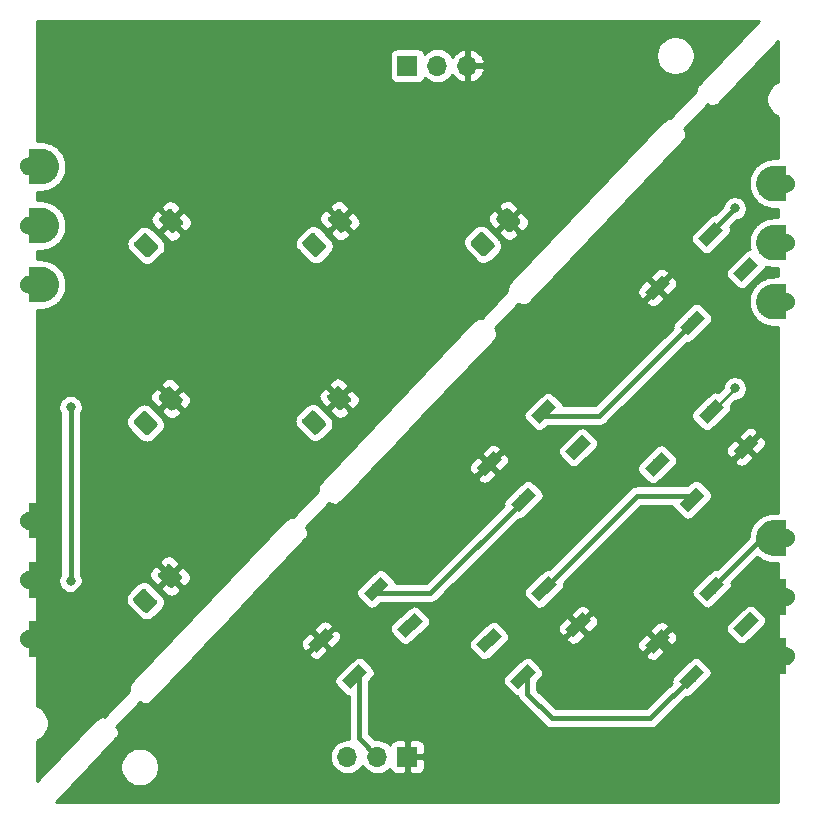
<source format=gbr>
G04 #@! TF.GenerationSoftware,KiCad,Pcbnew,5.1.4-e60b266~84~ubuntu18.04.1*
G04 #@! TF.CreationDate,2019-08-23T14:23:09+02:00*
G04 #@! TF.ProjectId,aab1,61616231-2e6b-4696-9361-645f70636258,rev?*
G04 #@! TF.SameCoordinates,Original*
G04 #@! TF.FileFunction,Copper,L1,Top*
G04 #@! TF.FilePolarity,Positive*
%FSLAX46Y46*%
G04 Gerber Fmt 4.6, Leading zero omitted, Abs format (unit mm)*
G04 Created by KiCad (PCBNEW 5.1.4-e60b266~84~ubuntu18.04.1) date 2019-08-23 14:23:09*
%MOMM*%
%LPD*%
G04 APERTURE LIST*
%ADD10C,1.524000*%
%ADD11C,0.150000*%
%ADD12C,1.000000*%
%ADD13C,1.425000*%
%ADD14O,1.700000X1.700000*%
%ADD15R,1.700000X1.700000*%
%ADD16C,0.800000*%
%ADD17C,0.250000*%
%ADD18C,0.450000*%
%ADD19C,0.254000*%
G04 APERTURE END LIST*
D10*
X114043064Y-106967657D03*
D11*
G36*
X114043064Y-106206575D02*
G01*
X114080454Y-106206575D01*
X114154873Y-106213904D01*
X114228215Y-106228493D01*
X114299774Y-106250200D01*
X114368861Y-106278817D01*
X114434810Y-106314068D01*
X114496987Y-106355613D01*
X114554792Y-106403052D01*
X114607669Y-106455929D01*
X114655108Y-106513734D01*
X114696653Y-106575911D01*
X114731904Y-106641860D01*
X114760521Y-106710947D01*
X114782228Y-106782506D01*
X114796817Y-106855848D01*
X114804146Y-106930267D01*
X114804146Y-107005047D01*
X114796817Y-107079466D01*
X114782228Y-107152808D01*
X114760521Y-107224367D01*
X114731904Y-107293454D01*
X114696653Y-107359403D01*
X114655108Y-107421580D01*
X114607669Y-107479385D01*
X114554792Y-107532262D01*
X114496987Y-107579701D01*
X114434810Y-107621246D01*
X114368861Y-107656497D01*
X114299774Y-107685114D01*
X114228215Y-107706821D01*
X114154873Y-107721410D01*
X114080454Y-107728739D01*
X114043064Y-107728739D01*
X114043064Y-108467657D01*
X113043064Y-108467657D01*
X113043064Y-108466762D01*
X113006431Y-108466762D01*
X112933244Y-108463183D01*
X112933232Y-108463183D01*
X112933216Y-108463181D01*
X112922788Y-108462598D01*
X112891596Y-108459100D01*
X112860307Y-108456031D01*
X112787851Y-108445331D01*
X112787832Y-108445329D01*
X112787813Y-108445325D01*
X112777469Y-108443724D01*
X112746745Y-108437193D01*
X112715953Y-108431096D01*
X112644860Y-108413372D01*
X112644850Y-108413370D01*
X112644838Y-108413366D01*
X112634712Y-108410766D01*
X112604809Y-108401281D01*
X112574703Y-108392191D01*
X112505684Y-108367614D01*
X112505671Y-108367610D01*
X112505656Y-108367604D01*
X112495833Y-108364029D01*
X112466963Y-108351656D01*
X112437926Y-108339687D01*
X112371632Y-108308491D01*
X112371624Y-108308488D01*
X112371615Y-108308483D01*
X112362180Y-108303963D01*
X112334646Y-108288826D01*
X112306926Y-108274087D01*
X112243995Y-108236573D01*
X112243983Y-108236566D01*
X112243969Y-108236557D01*
X112235028Y-108231142D01*
X112209111Y-108213396D01*
X112182952Y-108196015D01*
X112123973Y-108152532D01*
X112115588Y-108146259D01*
X112091527Y-108126069D01*
X112067198Y-108106227D01*
X112012743Y-108057197D01*
X112005010Y-108050135D01*
X111983030Y-108027691D01*
X111960745Y-108005560D01*
X111911336Y-107951451D01*
X111904329Y-107943668D01*
X111884661Y-107919206D01*
X111864630Y-107894992D01*
X111820737Y-107836320D01*
X111814523Y-107827891D01*
X111797325Y-107801609D01*
X111779760Y-107775568D01*
X111741802Y-107712891D01*
X111736440Y-107703896D01*
X111721875Y-107676035D01*
X111706955Y-107648441D01*
X111675294Y-107582361D01*
X111670835Y-107572885D01*
X111659071Y-107543770D01*
X111646899Y-107514813D01*
X111621837Y-107445957D01*
X111621832Y-107445946D01*
X111621825Y-107445923D01*
X111618324Y-107436092D01*
X111609455Y-107405959D01*
X111600166Y-107375948D01*
X111581951Y-107305003D01*
X111581945Y-107304983D01*
X111581940Y-107304960D01*
X111579410Y-107294814D01*
X111573527Y-107263971D01*
X111567212Y-107233205D01*
X111556006Y-107160817D01*
X111556002Y-107160799D01*
X111556000Y-107160778D01*
X111554472Y-107150433D01*
X111551628Y-107119178D01*
X111548343Y-107087926D01*
X111544252Y-107014766D01*
X111543740Y-107004307D01*
X111543959Y-106972894D01*
X111543740Y-106941480D01*
X111546808Y-106868292D01*
X111546808Y-106868275D01*
X111546810Y-106868256D01*
X111547321Y-106857811D01*
X111550598Y-106826633D01*
X111553450Y-106795302D01*
X111563648Y-106722741D01*
X111565178Y-106712381D01*
X111571487Y-106681647D01*
X111577378Y-106650764D01*
X111594601Y-106579576D01*
X111594606Y-106579550D01*
X111594614Y-106579522D01*
X111597142Y-106569382D01*
X111606424Y-106539397D01*
X111615295Y-106509257D01*
X111639392Y-106440057D01*
X111642905Y-106430192D01*
X111655062Y-106401270D01*
X111666842Y-106372114D01*
X111697572Y-106305609D01*
X111697580Y-106305589D01*
X111697592Y-106305565D01*
X111702036Y-106296122D01*
X111716960Y-106268521D01*
X111731529Y-106240654D01*
X111768609Y-106177453D01*
X111773972Y-106168458D01*
X111791513Y-106142452D01*
X111808727Y-106116147D01*
X111851797Y-106056866D01*
X111858012Y-106048437D01*
X111878024Y-106024246D01*
X111897706Y-105999767D01*
X111946354Y-105944972D01*
X111946365Y-105944958D01*
X111946385Y-105944938D01*
X111953361Y-105937189D01*
X111975637Y-105915068D01*
X111997634Y-105892606D01*
X112051386Y-105842833D01*
X112051393Y-105842825D01*
X112051402Y-105842818D01*
X112059131Y-105835760D01*
X112083469Y-105815910D01*
X112107525Y-105795726D01*
X112165883Y-105751430D01*
X112165889Y-105751425D01*
X112165897Y-105751420D01*
X112174276Y-105745150D01*
X112200460Y-105727753D01*
X112226349Y-105710027D01*
X112288744Y-105671641D01*
X112288756Y-105671633D01*
X112288771Y-105671625D01*
X112297717Y-105666207D01*
X112325415Y-105651480D01*
X112352967Y-105636333D01*
X112418826Y-105604211D01*
X112428270Y-105599686D01*
X112457316Y-105587714D01*
X112486183Y-105575342D01*
X112554862Y-105549801D01*
X112564703Y-105546219D01*
X112594789Y-105537136D01*
X112624698Y-105527648D01*
X112695526Y-105508934D01*
X112695548Y-105508927D01*
X112695575Y-105508921D01*
X112705684Y-105506325D01*
X112736478Y-105500227D01*
X112767221Y-105493693D01*
X112839541Y-105481980D01*
X112839551Y-105481978D01*
X112839562Y-105481977D01*
X112849903Y-105480376D01*
X112881154Y-105477312D01*
X112912369Y-105473811D01*
X112985499Y-105469210D01*
X112995955Y-105468625D01*
X113011673Y-105468625D01*
X113027364Y-105467748D01*
X113037836Y-105467675D01*
X113043064Y-105467675D01*
X113043064Y-105467657D01*
X114043064Y-105467657D01*
X114043064Y-106206575D01*
X114043064Y-106206575D01*
G37*
D10*
X114043064Y-96967657D03*
D11*
G36*
X114043064Y-96206575D02*
G01*
X114080454Y-96206575D01*
X114154873Y-96213904D01*
X114228215Y-96228493D01*
X114299774Y-96250200D01*
X114368861Y-96278817D01*
X114434810Y-96314068D01*
X114496987Y-96355613D01*
X114554792Y-96403052D01*
X114607669Y-96455929D01*
X114655108Y-96513734D01*
X114696653Y-96575911D01*
X114731904Y-96641860D01*
X114760521Y-96710947D01*
X114782228Y-96782506D01*
X114796817Y-96855848D01*
X114804146Y-96930267D01*
X114804146Y-97005047D01*
X114796817Y-97079466D01*
X114782228Y-97152808D01*
X114760521Y-97224367D01*
X114731904Y-97293454D01*
X114696653Y-97359403D01*
X114655108Y-97421580D01*
X114607669Y-97479385D01*
X114554792Y-97532262D01*
X114496987Y-97579701D01*
X114434810Y-97621246D01*
X114368861Y-97656497D01*
X114299774Y-97685114D01*
X114228215Y-97706821D01*
X114154873Y-97721410D01*
X114080454Y-97728739D01*
X114043064Y-97728739D01*
X114043064Y-98467657D01*
X113043064Y-98467657D01*
X113043064Y-98466762D01*
X113006431Y-98466762D01*
X112933244Y-98463183D01*
X112933232Y-98463183D01*
X112933216Y-98463181D01*
X112922788Y-98462598D01*
X112891596Y-98459100D01*
X112860307Y-98456031D01*
X112787851Y-98445331D01*
X112787832Y-98445329D01*
X112787813Y-98445325D01*
X112777469Y-98443724D01*
X112746745Y-98437193D01*
X112715953Y-98431096D01*
X112644860Y-98413372D01*
X112644850Y-98413370D01*
X112644838Y-98413366D01*
X112634712Y-98410766D01*
X112604809Y-98401281D01*
X112574703Y-98392191D01*
X112505684Y-98367614D01*
X112505671Y-98367610D01*
X112505656Y-98367604D01*
X112495833Y-98364029D01*
X112466963Y-98351656D01*
X112437926Y-98339687D01*
X112371632Y-98308491D01*
X112371624Y-98308488D01*
X112371615Y-98308483D01*
X112362180Y-98303963D01*
X112334646Y-98288826D01*
X112306926Y-98274087D01*
X112243995Y-98236573D01*
X112243983Y-98236566D01*
X112243969Y-98236557D01*
X112235028Y-98231142D01*
X112209111Y-98213396D01*
X112182952Y-98196015D01*
X112123973Y-98152532D01*
X112115588Y-98146259D01*
X112091527Y-98126069D01*
X112067198Y-98106227D01*
X112012743Y-98057197D01*
X112005010Y-98050135D01*
X111983030Y-98027691D01*
X111960745Y-98005560D01*
X111911336Y-97951451D01*
X111904329Y-97943668D01*
X111884661Y-97919206D01*
X111864630Y-97894992D01*
X111820737Y-97836320D01*
X111814523Y-97827891D01*
X111797325Y-97801609D01*
X111779760Y-97775568D01*
X111741802Y-97712891D01*
X111736440Y-97703896D01*
X111721875Y-97676035D01*
X111706955Y-97648441D01*
X111675294Y-97582361D01*
X111670835Y-97572885D01*
X111659071Y-97543770D01*
X111646899Y-97514813D01*
X111621837Y-97445957D01*
X111621832Y-97445946D01*
X111621825Y-97445923D01*
X111618324Y-97436092D01*
X111609455Y-97405959D01*
X111600166Y-97375948D01*
X111581951Y-97305003D01*
X111581945Y-97304983D01*
X111581940Y-97304960D01*
X111579410Y-97294814D01*
X111573527Y-97263971D01*
X111567212Y-97233205D01*
X111556006Y-97160817D01*
X111556002Y-97160799D01*
X111556000Y-97160778D01*
X111554472Y-97150433D01*
X111551628Y-97119178D01*
X111548343Y-97087926D01*
X111544252Y-97014766D01*
X111543740Y-97004307D01*
X111543959Y-96972894D01*
X111543740Y-96941480D01*
X111546808Y-96868292D01*
X111546808Y-96868275D01*
X111546810Y-96868256D01*
X111547321Y-96857811D01*
X111550598Y-96826633D01*
X111553450Y-96795302D01*
X111563648Y-96722741D01*
X111565178Y-96712381D01*
X111571487Y-96681647D01*
X111577378Y-96650764D01*
X111594601Y-96579576D01*
X111594606Y-96579550D01*
X111594614Y-96579522D01*
X111597142Y-96569382D01*
X111606424Y-96539397D01*
X111615295Y-96509257D01*
X111639392Y-96440057D01*
X111642905Y-96430192D01*
X111655062Y-96401270D01*
X111666842Y-96372114D01*
X111697572Y-96305609D01*
X111697580Y-96305589D01*
X111697592Y-96305565D01*
X111702036Y-96296122D01*
X111716960Y-96268521D01*
X111731529Y-96240654D01*
X111768609Y-96177453D01*
X111773972Y-96168458D01*
X111791513Y-96142452D01*
X111808727Y-96116147D01*
X111851797Y-96056866D01*
X111858012Y-96048437D01*
X111878024Y-96024246D01*
X111897706Y-95999767D01*
X111946354Y-95944972D01*
X111946365Y-95944958D01*
X111946385Y-95944938D01*
X111953361Y-95937189D01*
X111975637Y-95915068D01*
X111997634Y-95892606D01*
X112051386Y-95842833D01*
X112051393Y-95842825D01*
X112051402Y-95842818D01*
X112059131Y-95835760D01*
X112083469Y-95815910D01*
X112107525Y-95795726D01*
X112165883Y-95751430D01*
X112165889Y-95751425D01*
X112165897Y-95751420D01*
X112174276Y-95745150D01*
X112200460Y-95727753D01*
X112226349Y-95710027D01*
X112288744Y-95671641D01*
X112288756Y-95671633D01*
X112288771Y-95671625D01*
X112297717Y-95666207D01*
X112325415Y-95651480D01*
X112352967Y-95636333D01*
X112418826Y-95604211D01*
X112428270Y-95599686D01*
X112457316Y-95587714D01*
X112486183Y-95575342D01*
X112554862Y-95549801D01*
X112564703Y-95546219D01*
X112594789Y-95537136D01*
X112624698Y-95527648D01*
X112695526Y-95508934D01*
X112695548Y-95508927D01*
X112695575Y-95508921D01*
X112705684Y-95506325D01*
X112736478Y-95500227D01*
X112767221Y-95493693D01*
X112839541Y-95481980D01*
X112839551Y-95481978D01*
X112839562Y-95481977D01*
X112849903Y-95480376D01*
X112881154Y-95477312D01*
X112912369Y-95473811D01*
X112985499Y-95469210D01*
X112995955Y-95468625D01*
X113011673Y-95468625D01*
X113027364Y-95467748D01*
X113037836Y-95467675D01*
X113043064Y-95467675D01*
X113043064Y-95467657D01*
X114043064Y-95467657D01*
X114043064Y-96206575D01*
X114043064Y-96206575D01*
G37*
D10*
X114043064Y-101967657D03*
D11*
G36*
X114043064Y-101206575D02*
G01*
X114080454Y-101206575D01*
X114154873Y-101213904D01*
X114228215Y-101228493D01*
X114299774Y-101250200D01*
X114368861Y-101278817D01*
X114434810Y-101314068D01*
X114496987Y-101355613D01*
X114554792Y-101403052D01*
X114607669Y-101455929D01*
X114655108Y-101513734D01*
X114696653Y-101575911D01*
X114731904Y-101641860D01*
X114760521Y-101710947D01*
X114782228Y-101782506D01*
X114796817Y-101855848D01*
X114804146Y-101930267D01*
X114804146Y-102005047D01*
X114796817Y-102079466D01*
X114782228Y-102152808D01*
X114760521Y-102224367D01*
X114731904Y-102293454D01*
X114696653Y-102359403D01*
X114655108Y-102421580D01*
X114607669Y-102479385D01*
X114554792Y-102532262D01*
X114496987Y-102579701D01*
X114434810Y-102621246D01*
X114368861Y-102656497D01*
X114299774Y-102685114D01*
X114228215Y-102706821D01*
X114154873Y-102721410D01*
X114080454Y-102728739D01*
X114043064Y-102728739D01*
X114043064Y-103467657D01*
X113043064Y-103467657D01*
X113043064Y-103466762D01*
X113006431Y-103466762D01*
X112933244Y-103463183D01*
X112933232Y-103463183D01*
X112933216Y-103463181D01*
X112922788Y-103462598D01*
X112891596Y-103459100D01*
X112860307Y-103456031D01*
X112787851Y-103445331D01*
X112787832Y-103445329D01*
X112787813Y-103445325D01*
X112777469Y-103443724D01*
X112746745Y-103437193D01*
X112715953Y-103431096D01*
X112644860Y-103413372D01*
X112644850Y-103413370D01*
X112644838Y-103413366D01*
X112634712Y-103410766D01*
X112604809Y-103401281D01*
X112574703Y-103392191D01*
X112505684Y-103367614D01*
X112505671Y-103367610D01*
X112505656Y-103367604D01*
X112495833Y-103364029D01*
X112466963Y-103351656D01*
X112437926Y-103339687D01*
X112371632Y-103308491D01*
X112371624Y-103308488D01*
X112371615Y-103308483D01*
X112362180Y-103303963D01*
X112334646Y-103288826D01*
X112306926Y-103274087D01*
X112243995Y-103236573D01*
X112243983Y-103236566D01*
X112243969Y-103236557D01*
X112235028Y-103231142D01*
X112209111Y-103213396D01*
X112182952Y-103196015D01*
X112123973Y-103152532D01*
X112115588Y-103146259D01*
X112091527Y-103126069D01*
X112067198Y-103106227D01*
X112012743Y-103057197D01*
X112005010Y-103050135D01*
X111983030Y-103027691D01*
X111960745Y-103005560D01*
X111911336Y-102951451D01*
X111904329Y-102943668D01*
X111884661Y-102919206D01*
X111864630Y-102894992D01*
X111820737Y-102836320D01*
X111814523Y-102827891D01*
X111797325Y-102801609D01*
X111779760Y-102775568D01*
X111741802Y-102712891D01*
X111736440Y-102703896D01*
X111721875Y-102676035D01*
X111706955Y-102648441D01*
X111675294Y-102582361D01*
X111670835Y-102572885D01*
X111659071Y-102543770D01*
X111646899Y-102514813D01*
X111621837Y-102445957D01*
X111621832Y-102445946D01*
X111621825Y-102445923D01*
X111618324Y-102436092D01*
X111609455Y-102405959D01*
X111600166Y-102375948D01*
X111581951Y-102305003D01*
X111581945Y-102304983D01*
X111581940Y-102304960D01*
X111579410Y-102294814D01*
X111573527Y-102263971D01*
X111567212Y-102233205D01*
X111556006Y-102160817D01*
X111556002Y-102160799D01*
X111556000Y-102160778D01*
X111554472Y-102150433D01*
X111551628Y-102119178D01*
X111548343Y-102087926D01*
X111544252Y-102014766D01*
X111543740Y-102004307D01*
X111543959Y-101972894D01*
X111543740Y-101941480D01*
X111546808Y-101868292D01*
X111546808Y-101868275D01*
X111546810Y-101868256D01*
X111547321Y-101857811D01*
X111550598Y-101826633D01*
X111553450Y-101795302D01*
X111563648Y-101722741D01*
X111565178Y-101712381D01*
X111571487Y-101681647D01*
X111577378Y-101650764D01*
X111594601Y-101579576D01*
X111594606Y-101579550D01*
X111594614Y-101579522D01*
X111597142Y-101569382D01*
X111606424Y-101539397D01*
X111615295Y-101509257D01*
X111639392Y-101440057D01*
X111642905Y-101430192D01*
X111655062Y-101401270D01*
X111666842Y-101372114D01*
X111697572Y-101305609D01*
X111697580Y-101305589D01*
X111697592Y-101305565D01*
X111702036Y-101296122D01*
X111716960Y-101268521D01*
X111731529Y-101240654D01*
X111768609Y-101177453D01*
X111773972Y-101168458D01*
X111791513Y-101142452D01*
X111808727Y-101116147D01*
X111851797Y-101056866D01*
X111858012Y-101048437D01*
X111878024Y-101024246D01*
X111897706Y-100999767D01*
X111946354Y-100944972D01*
X111946365Y-100944958D01*
X111946385Y-100944938D01*
X111953361Y-100937189D01*
X111975637Y-100915068D01*
X111997634Y-100892606D01*
X112051386Y-100842833D01*
X112051393Y-100842825D01*
X112051402Y-100842818D01*
X112059131Y-100835760D01*
X112083469Y-100815910D01*
X112107525Y-100795726D01*
X112165883Y-100751430D01*
X112165889Y-100751425D01*
X112165897Y-100751420D01*
X112174276Y-100745150D01*
X112200460Y-100727753D01*
X112226349Y-100710027D01*
X112288744Y-100671641D01*
X112288756Y-100671633D01*
X112288771Y-100671625D01*
X112297717Y-100666207D01*
X112325415Y-100651480D01*
X112352967Y-100636333D01*
X112418826Y-100604211D01*
X112428270Y-100599686D01*
X112457316Y-100587714D01*
X112486183Y-100575342D01*
X112554862Y-100549801D01*
X112564703Y-100546219D01*
X112594789Y-100537136D01*
X112624698Y-100527648D01*
X112695526Y-100508934D01*
X112695548Y-100508927D01*
X112695575Y-100508921D01*
X112705684Y-100506325D01*
X112736478Y-100500227D01*
X112767221Y-100493693D01*
X112839541Y-100481980D01*
X112839551Y-100481978D01*
X112839562Y-100481977D01*
X112849903Y-100480376D01*
X112881154Y-100477312D01*
X112912369Y-100473811D01*
X112985499Y-100469210D01*
X112995955Y-100468625D01*
X113011673Y-100468625D01*
X113027364Y-100467748D01*
X113037836Y-100467675D01*
X113043064Y-100467675D01*
X113043064Y-100467657D01*
X114043064Y-100467657D01*
X114043064Y-101206575D01*
X114043064Y-101206575D01*
G37*
D10*
X114041108Y-136967657D03*
D11*
G36*
X114041108Y-136206575D02*
G01*
X114078498Y-136206575D01*
X114152917Y-136213904D01*
X114226259Y-136228493D01*
X114297818Y-136250200D01*
X114366905Y-136278817D01*
X114432854Y-136314068D01*
X114495031Y-136355613D01*
X114552836Y-136403052D01*
X114605713Y-136455929D01*
X114653152Y-136513734D01*
X114694697Y-136575911D01*
X114729948Y-136641860D01*
X114758565Y-136710947D01*
X114780272Y-136782506D01*
X114794861Y-136855848D01*
X114802190Y-136930267D01*
X114802190Y-137005047D01*
X114794861Y-137079466D01*
X114780272Y-137152808D01*
X114758565Y-137224367D01*
X114729948Y-137293454D01*
X114694697Y-137359403D01*
X114653152Y-137421580D01*
X114605713Y-137479385D01*
X114552836Y-137532262D01*
X114495031Y-137579701D01*
X114432854Y-137621246D01*
X114366905Y-137656497D01*
X114297818Y-137685114D01*
X114226259Y-137706821D01*
X114152917Y-137721410D01*
X114078498Y-137728739D01*
X114041108Y-137728739D01*
X114041108Y-138467657D01*
X113041108Y-138467657D01*
X113041108Y-138466762D01*
X113004475Y-138466762D01*
X112931288Y-138463183D01*
X112931276Y-138463183D01*
X112931260Y-138463181D01*
X112920832Y-138462598D01*
X112889640Y-138459100D01*
X112858351Y-138456031D01*
X112785895Y-138445331D01*
X112785876Y-138445329D01*
X112785857Y-138445325D01*
X112775513Y-138443724D01*
X112744789Y-138437193D01*
X112713997Y-138431096D01*
X112642904Y-138413372D01*
X112642894Y-138413370D01*
X112642882Y-138413366D01*
X112632756Y-138410766D01*
X112602853Y-138401281D01*
X112572747Y-138392191D01*
X112503728Y-138367614D01*
X112503715Y-138367610D01*
X112503700Y-138367604D01*
X112493877Y-138364029D01*
X112465007Y-138351656D01*
X112435970Y-138339687D01*
X112369676Y-138308491D01*
X112369668Y-138308488D01*
X112369659Y-138308483D01*
X112360224Y-138303963D01*
X112332690Y-138288826D01*
X112304970Y-138274087D01*
X112242039Y-138236573D01*
X112242027Y-138236566D01*
X112242013Y-138236557D01*
X112233072Y-138231142D01*
X112207155Y-138213396D01*
X112180996Y-138196015D01*
X112122017Y-138152532D01*
X112113632Y-138146259D01*
X112089571Y-138126069D01*
X112065242Y-138106227D01*
X112010787Y-138057197D01*
X112003054Y-138050135D01*
X111981074Y-138027691D01*
X111958789Y-138005560D01*
X111909380Y-137951451D01*
X111902373Y-137943668D01*
X111882705Y-137919206D01*
X111862674Y-137894992D01*
X111818781Y-137836320D01*
X111812567Y-137827891D01*
X111795369Y-137801609D01*
X111777804Y-137775568D01*
X111739846Y-137712891D01*
X111734484Y-137703896D01*
X111719919Y-137676035D01*
X111704999Y-137648441D01*
X111673338Y-137582361D01*
X111668879Y-137572885D01*
X111657115Y-137543770D01*
X111644943Y-137514813D01*
X111619881Y-137445957D01*
X111619876Y-137445946D01*
X111619869Y-137445923D01*
X111616368Y-137436092D01*
X111607499Y-137405959D01*
X111598210Y-137375948D01*
X111579995Y-137305003D01*
X111579989Y-137304983D01*
X111579984Y-137304960D01*
X111577454Y-137294814D01*
X111571571Y-137263971D01*
X111565256Y-137233205D01*
X111554050Y-137160817D01*
X111554046Y-137160799D01*
X111554044Y-137160778D01*
X111552516Y-137150433D01*
X111549672Y-137119178D01*
X111546387Y-137087926D01*
X111542296Y-137014766D01*
X111541784Y-137004307D01*
X111542003Y-136972894D01*
X111541784Y-136941480D01*
X111544852Y-136868292D01*
X111544852Y-136868275D01*
X111544854Y-136868256D01*
X111545365Y-136857811D01*
X111548642Y-136826633D01*
X111551494Y-136795302D01*
X111561692Y-136722741D01*
X111563222Y-136712381D01*
X111569531Y-136681647D01*
X111575422Y-136650764D01*
X111592645Y-136579576D01*
X111592650Y-136579550D01*
X111592658Y-136579522D01*
X111595186Y-136569382D01*
X111604468Y-136539397D01*
X111613339Y-136509257D01*
X111637436Y-136440057D01*
X111640949Y-136430192D01*
X111653106Y-136401270D01*
X111664886Y-136372114D01*
X111695616Y-136305609D01*
X111695624Y-136305589D01*
X111695636Y-136305565D01*
X111700080Y-136296122D01*
X111715004Y-136268521D01*
X111729573Y-136240654D01*
X111766653Y-136177453D01*
X111772016Y-136168458D01*
X111789557Y-136142452D01*
X111806771Y-136116147D01*
X111849841Y-136056866D01*
X111856056Y-136048437D01*
X111876068Y-136024246D01*
X111895750Y-135999767D01*
X111944398Y-135944972D01*
X111944409Y-135944958D01*
X111944429Y-135944938D01*
X111951405Y-135937189D01*
X111973681Y-135915068D01*
X111995678Y-135892606D01*
X112049430Y-135842833D01*
X112049437Y-135842825D01*
X112049446Y-135842818D01*
X112057175Y-135835760D01*
X112081513Y-135815910D01*
X112105569Y-135795726D01*
X112163927Y-135751430D01*
X112163933Y-135751425D01*
X112163941Y-135751420D01*
X112172320Y-135745150D01*
X112198504Y-135727753D01*
X112224393Y-135710027D01*
X112286788Y-135671641D01*
X112286800Y-135671633D01*
X112286815Y-135671625D01*
X112295761Y-135666207D01*
X112323459Y-135651480D01*
X112351011Y-135636333D01*
X112416870Y-135604211D01*
X112426314Y-135599686D01*
X112455360Y-135587714D01*
X112484227Y-135575342D01*
X112552906Y-135549801D01*
X112562747Y-135546219D01*
X112592833Y-135537136D01*
X112622742Y-135527648D01*
X112693570Y-135508934D01*
X112693592Y-135508927D01*
X112693619Y-135508921D01*
X112703728Y-135506325D01*
X112734522Y-135500227D01*
X112765265Y-135493693D01*
X112837585Y-135481980D01*
X112837595Y-135481978D01*
X112837606Y-135481977D01*
X112847947Y-135480376D01*
X112879198Y-135477312D01*
X112910413Y-135473811D01*
X112983543Y-135469210D01*
X112993999Y-135468625D01*
X113009717Y-135468625D01*
X113025408Y-135467748D01*
X113035880Y-135467675D01*
X113041108Y-135467675D01*
X113041108Y-135467657D01*
X114041108Y-135467657D01*
X114041108Y-136206575D01*
X114041108Y-136206575D01*
G37*
D10*
X114041108Y-126967657D03*
D11*
G36*
X114041108Y-126206575D02*
G01*
X114078498Y-126206575D01*
X114152917Y-126213904D01*
X114226259Y-126228493D01*
X114297818Y-126250200D01*
X114366905Y-126278817D01*
X114432854Y-126314068D01*
X114495031Y-126355613D01*
X114552836Y-126403052D01*
X114605713Y-126455929D01*
X114653152Y-126513734D01*
X114694697Y-126575911D01*
X114729948Y-126641860D01*
X114758565Y-126710947D01*
X114780272Y-126782506D01*
X114794861Y-126855848D01*
X114802190Y-126930267D01*
X114802190Y-127005047D01*
X114794861Y-127079466D01*
X114780272Y-127152808D01*
X114758565Y-127224367D01*
X114729948Y-127293454D01*
X114694697Y-127359403D01*
X114653152Y-127421580D01*
X114605713Y-127479385D01*
X114552836Y-127532262D01*
X114495031Y-127579701D01*
X114432854Y-127621246D01*
X114366905Y-127656497D01*
X114297818Y-127685114D01*
X114226259Y-127706821D01*
X114152917Y-127721410D01*
X114078498Y-127728739D01*
X114041108Y-127728739D01*
X114041108Y-128467657D01*
X113041108Y-128467657D01*
X113041108Y-128466762D01*
X113004475Y-128466762D01*
X112931288Y-128463183D01*
X112931276Y-128463183D01*
X112931260Y-128463181D01*
X112920832Y-128462598D01*
X112889640Y-128459100D01*
X112858351Y-128456031D01*
X112785895Y-128445331D01*
X112785876Y-128445329D01*
X112785857Y-128445325D01*
X112775513Y-128443724D01*
X112744789Y-128437193D01*
X112713997Y-128431096D01*
X112642904Y-128413372D01*
X112642894Y-128413370D01*
X112642882Y-128413366D01*
X112632756Y-128410766D01*
X112602853Y-128401281D01*
X112572747Y-128392191D01*
X112503728Y-128367614D01*
X112503715Y-128367610D01*
X112503700Y-128367604D01*
X112493877Y-128364029D01*
X112465007Y-128351656D01*
X112435970Y-128339687D01*
X112369676Y-128308491D01*
X112369668Y-128308488D01*
X112369659Y-128308483D01*
X112360224Y-128303963D01*
X112332690Y-128288826D01*
X112304970Y-128274087D01*
X112242039Y-128236573D01*
X112242027Y-128236566D01*
X112242013Y-128236557D01*
X112233072Y-128231142D01*
X112207155Y-128213396D01*
X112180996Y-128196015D01*
X112122017Y-128152532D01*
X112113632Y-128146259D01*
X112089571Y-128126069D01*
X112065242Y-128106227D01*
X112010787Y-128057197D01*
X112003054Y-128050135D01*
X111981074Y-128027691D01*
X111958789Y-128005560D01*
X111909380Y-127951451D01*
X111902373Y-127943668D01*
X111882705Y-127919206D01*
X111862674Y-127894992D01*
X111818781Y-127836320D01*
X111812567Y-127827891D01*
X111795369Y-127801609D01*
X111777804Y-127775568D01*
X111739846Y-127712891D01*
X111734484Y-127703896D01*
X111719919Y-127676035D01*
X111704999Y-127648441D01*
X111673338Y-127582361D01*
X111668879Y-127572885D01*
X111657115Y-127543770D01*
X111644943Y-127514813D01*
X111619881Y-127445957D01*
X111619876Y-127445946D01*
X111619869Y-127445923D01*
X111616368Y-127436092D01*
X111607499Y-127405959D01*
X111598210Y-127375948D01*
X111579995Y-127305003D01*
X111579989Y-127304983D01*
X111579984Y-127304960D01*
X111577454Y-127294814D01*
X111571571Y-127263971D01*
X111565256Y-127233205D01*
X111554050Y-127160817D01*
X111554046Y-127160799D01*
X111554044Y-127160778D01*
X111552516Y-127150433D01*
X111549672Y-127119178D01*
X111546387Y-127087926D01*
X111542296Y-127014766D01*
X111541784Y-127004307D01*
X111542003Y-126972894D01*
X111541784Y-126941480D01*
X111544852Y-126868292D01*
X111544852Y-126868275D01*
X111544854Y-126868256D01*
X111545365Y-126857811D01*
X111548642Y-126826633D01*
X111551494Y-126795302D01*
X111561692Y-126722741D01*
X111563222Y-126712381D01*
X111569531Y-126681647D01*
X111575422Y-126650764D01*
X111592645Y-126579576D01*
X111592650Y-126579550D01*
X111592658Y-126579522D01*
X111595186Y-126569382D01*
X111604468Y-126539397D01*
X111613339Y-126509257D01*
X111637436Y-126440057D01*
X111640949Y-126430192D01*
X111653106Y-126401270D01*
X111664886Y-126372114D01*
X111695616Y-126305609D01*
X111695624Y-126305589D01*
X111695636Y-126305565D01*
X111700080Y-126296122D01*
X111715004Y-126268521D01*
X111729573Y-126240654D01*
X111766653Y-126177453D01*
X111772016Y-126168458D01*
X111789557Y-126142452D01*
X111806771Y-126116147D01*
X111849841Y-126056866D01*
X111856056Y-126048437D01*
X111876068Y-126024246D01*
X111895750Y-125999767D01*
X111944398Y-125944972D01*
X111944409Y-125944958D01*
X111944429Y-125944938D01*
X111951405Y-125937189D01*
X111973681Y-125915068D01*
X111995678Y-125892606D01*
X112049430Y-125842833D01*
X112049437Y-125842825D01*
X112049446Y-125842818D01*
X112057175Y-125835760D01*
X112081513Y-125815910D01*
X112105569Y-125795726D01*
X112163927Y-125751430D01*
X112163933Y-125751425D01*
X112163941Y-125751420D01*
X112172320Y-125745150D01*
X112198504Y-125727753D01*
X112224393Y-125710027D01*
X112286788Y-125671641D01*
X112286800Y-125671633D01*
X112286815Y-125671625D01*
X112295761Y-125666207D01*
X112323459Y-125651480D01*
X112351011Y-125636333D01*
X112416870Y-125604211D01*
X112426314Y-125599686D01*
X112455360Y-125587714D01*
X112484227Y-125575342D01*
X112552906Y-125549801D01*
X112562747Y-125546219D01*
X112592833Y-125537136D01*
X112622742Y-125527648D01*
X112693570Y-125508934D01*
X112693592Y-125508927D01*
X112693619Y-125508921D01*
X112703728Y-125506325D01*
X112734522Y-125500227D01*
X112765265Y-125493693D01*
X112837585Y-125481980D01*
X112837595Y-125481978D01*
X112837606Y-125481977D01*
X112847947Y-125480376D01*
X112879198Y-125477312D01*
X112910413Y-125473811D01*
X112983543Y-125469210D01*
X112993999Y-125468625D01*
X113009717Y-125468625D01*
X113025408Y-125467748D01*
X113035880Y-125467675D01*
X113041108Y-125467675D01*
X113041108Y-125467657D01*
X114041108Y-125467657D01*
X114041108Y-126206575D01*
X114041108Y-126206575D01*
G37*
D10*
X114041108Y-131967657D03*
D11*
G36*
X114041108Y-131206575D02*
G01*
X114078498Y-131206575D01*
X114152917Y-131213904D01*
X114226259Y-131228493D01*
X114297818Y-131250200D01*
X114366905Y-131278817D01*
X114432854Y-131314068D01*
X114495031Y-131355613D01*
X114552836Y-131403052D01*
X114605713Y-131455929D01*
X114653152Y-131513734D01*
X114694697Y-131575911D01*
X114729948Y-131641860D01*
X114758565Y-131710947D01*
X114780272Y-131782506D01*
X114794861Y-131855848D01*
X114802190Y-131930267D01*
X114802190Y-132005047D01*
X114794861Y-132079466D01*
X114780272Y-132152808D01*
X114758565Y-132224367D01*
X114729948Y-132293454D01*
X114694697Y-132359403D01*
X114653152Y-132421580D01*
X114605713Y-132479385D01*
X114552836Y-132532262D01*
X114495031Y-132579701D01*
X114432854Y-132621246D01*
X114366905Y-132656497D01*
X114297818Y-132685114D01*
X114226259Y-132706821D01*
X114152917Y-132721410D01*
X114078498Y-132728739D01*
X114041108Y-132728739D01*
X114041108Y-133467657D01*
X113041108Y-133467657D01*
X113041108Y-133466762D01*
X113004475Y-133466762D01*
X112931288Y-133463183D01*
X112931276Y-133463183D01*
X112931260Y-133463181D01*
X112920832Y-133462598D01*
X112889640Y-133459100D01*
X112858351Y-133456031D01*
X112785895Y-133445331D01*
X112785876Y-133445329D01*
X112785857Y-133445325D01*
X112775513Y-133443724D01*
X112744789Y-133437193D01*
X112713997Y-133431096D01*
X112642904Y-133413372D01*
X112642894Y-133413370D01*
X112642882Y-133413366D01*
X112632756Y-133410766D01*
X112602853Y-133401281D01*
X112572747Y-133392191D01*
X112503728Y-133367614D01*
X112503715Y-133367610D01*
X112503700Y-133367604D01*
X112493877Y-133364029D01*
X112465007Y-133351656D01*
X112435970Y-133339687D01*
X112369676Y-133308491D01*
X112369668Y-133308488D01*
X112369659Y-133308483D01*
X112360224Y-133303963D01*
X112332690Y-133288826D01*
X112304970Y-133274087D01*
X112242039Y-133236573D01*
X112242027Y-133236566D01*
X112242013Y-133236557D01*
X112233072Y-133231142D01*
X112207155Y-133213396D01*
X112180996Y-133196015D01*
X112122017Y-133152532D01*
X112113632Y-133146259D01*
X112089571Y-133126069D01*
X112065242Y-133106227D01*
X112010787Y-133057197D01*
X112003054Y-133050135D01*
X111981074Y-133027691D01*
X111958789Y-133005560D01*
X111909380Y-132951451D01*
X111902373Y-132943668D01*
X111882705Y-132919206D01*
X111862674Y-132894992D01*
X111818781Y-132836320D01*
X111812567Y-132827891D01*
X111795369Y-132801609D01*
X111777804Y-132775568D01*
X111739846Y-132712891D01*
X111734484Y-132703896D01*
X111719919Y-132676035D01*
X111704999Y-132648441D01*
X111673338Y-132582361D01*
X111668879Y-132572885D01*
X111657115Y-132543770D01*
X111644943Y-132514813D01*
X111619881Y-132445957D01*
X111619876Y-132445946D01*
X111619869Y-132445923D01*
X111616368Y-132436092D01*
X111607499Y-132405959D01*
X111598210Y-132375948D01*
X111579995Y-132305003D01*
X111579989Y-132304983D01*
X111579984Y-132304960D01*
X111577454Y-132294814D01*
X111571571Y-132263971D01*
X111565256Y-132233205D01*
X111554050Y-132160817D01*
X111554046Y-132160799D01*
X111554044Y-132160778D01*
X111552516Y-132150433D01*
X111549672Y-132119178D01*
X111546387Y-132087926D01*
X111542296Y-132014766D01*
X111541784Y-132004307D01*
X111542003Y-131972894D01*
X111541784Y-131941480D01*
X111544852Y-131868292D01*
X111544852Y-131868275D01*
X111544854Y-131868256D01*
X111545365Y-131857811D01*
X111548642Y-131826633D01*
X111551494Y-131795302D01*
X111561692Y-131722741D01*
X111563222Y-131712381D01*
X111569531Y-131681647D01*
X111575422Y-131650764D01*
X111592645Y-131579576D01*
X111592650Y-131579550D01*
X111592658Y-131579522D01*
X111595186Y-131569382D01*
X111604468Y-131539397D01*
X111613339Y-131509257D01*
X111637436Y-131440057D01*
X111640949Y-131430192D01*
X111653106Y-131401270D01*
X111664886Y-131372114D01*
X111695616Y-131305609D01*
X111695624Y-131305589D01*
X111695636Y-131305565D01*
X111700080Y-131296122D01*
X111715004Y-131268521D01*
X111729573Y-131240654D01*
X111766653Y-131177453D01*
X111772016Y-131168458D01*
X111789557Y-131142452D01*
X111806771Y-131116147D01*
X111849841Y-131056866D01*
X111856056Y-131048437D01*
X111876068Y-131024246D01*
X111895750Y-130999767D01*
X111944398Y-130944972D01*
X111944409Y-130944958D01*
X111944429Y-130944938D01*
X111951405Y-130937189D01*
X111973681Y-130915068D01*
X111995678Y-130892606D01*
X112049430Y-130842833D01*
X112049437Y-130842825D01*
X112049446Y-130842818D01*
X112057175Y-130835760D01*
X112081513Y-130815910D01*
X112105569Y-130795726D01*
X112163927Y-130751430D01*
X112163933Y-130751425D01*
X112163941Y-130751420D01*
X112172320Y-130745150D01*
X112198504Y-130727753D01*
X112224393Y-130710027D01*
X112286788Y-130671641D01*
X112286800Y-130671633D01*
X112286815Y-130671625D01*
X112295761Y-130666207D01*
X112323459Y-130651480D01*
X112351011Y-130636333D01*
X112416870Y-130604211D01*
X112426314Y-130599686D01*
X112455360Y-130587714D01*
X112484227Y-130575342D01*
X112552906Y-130549801D01*
X112562747Y-130546219D01*
X112592833Y-130537136D01*
X112622742Y-130527648D01*
X112693570Y-130508934D01*
X112693592Y-130508927D01*
X112693619Y-130508921D01*
X112703728Y-130506325D01*
X112734522Y-130500227D01*
X112765265Y-130493693D01*
X112837585Y-130481980D01*
X112837595Y-130481978D01*
X112837606Y-130481977D01*
X112847947Y-130480376D01*
X112879198Y-130477312D01*
X112910413Y-130473811D01*
X112983543Y-130469210D01*
X112993999Y-130468625D01*
X113009717Y-130468625D01*
X113025408Y-130467748D01*
X113035880Y-130467675D01*
X113041108Y-130467675D01*
X113041108Y-130467657D01*
X114041108Y-130467657D01*
X114041108Y-131206575D01*
X114041108Y-131206575D01*
G37*
D10*
X50000000Y-125514572D03*
D11*
G36*
X50000000Y-126275654D02*
G01*
X49962610Y-126275654D01*
X49888191Y-126268325D01*
X49814849Y-126253736D01*
X49743290Y-126232029D01*
X49674203Y-126203412D01*
X49608254Y-126168161D01*
X49546077Y-126126616D01*
X49488272Y-126079177D01*
X49435395Y-126026300D01*
X49387956Y-125968495D01*
X49346411Y-125906318D01*
X49311160Y-125840369D01*
X49282543Y-125771282D01*
X49260836Y-125699723D01*
X49246247Y-125626381D01*
X49238918Y-125551962D01*
X49238918Y-125477182D01*
X49246247Y-125402763D01*
X49260836Y-125329421D01*
X49282543Y-125257862D01*
X49311160Y-125188775D01*
X49346411Y-125122826D01*
X49387956Y-125060649D01*
X49435395Y-125002844D01*
X49488272Y-124949967D01*
X49546077Y-124902528D01*
X49608254Y-124860983D01*
X49674203Y-124825732D01*
X49743290Y-124797115D01*
X49814849Y-124775408D01*
X49888191Y-124760819D01*
X49962610Y-124753490D01*
X50000000Y-124753490D01*
X50000000Y-124014572D01*
X51000000Y-124014572D01*
X51000000Y-124015467D01*
X51036633Y-124015467D01*
X51109820Y-124019046D01*
X51109832Y-124019046D01*
X51109848Y-124019048D01*
X51120276Y-124019631D01*
X51151468Y-124023129D01*
X51182757Y-124026198D01*
X51255213Y-124036898D01*
X51255232Y-124036900D01*
X51255251Y-124036904D01*
X51265595Y-124038505D01*
X51296319Y-124045036D01*
X51327111Y-124051133D01*
X51398204Y-124068857D01*
X51398214Y-124068859D01*
X51398226Y-124068863D01*
X51408352Y-124071463D01*
X51438255Y-124080948D01*
X51468361Y-124090038D01*
X51537380Y-124114615D01*
X51537393Y-124114619D01*
X51537408Y-124114625D01*
X51547231Y-124118200D01*
X51576101Y-124130573D01*
X51605138Y-124142542D01*
X51671432Y-124173738D01*
X51671440Y-124173741D01*
X51671449Y-124173746D01*
X51680884Y-124178266D01*
X51708418Y-124193403D01*
X51736138Y-124208142D01*
X51799069Y-124245656D01*
X51799081Y-124245663D01*
X51799095Y-124245672D01*
X51808036Y-124251087D01*
X51833953Y-124268833D01*
X51860112Y-124286214D01*
X51919091Y-124329697D01*
X51927476Y-124335970D01*
X51951537Y-124356160D01*
X51975866Y-124376002D01*
X52030321Y-124425032D01*
X52038054Y-124432094D01*
X52060034Y-124454538D01*
X52082319Y-124476669D01*
X52131728Y-124530778D01*
X52138735Y-124538561D01*
X52158403Y-124563023D01*
X52178434Y-124587237D01*
X52222327Y-124645909D01*
X52228541Y-124654338D01*
X52245739Y-124680620D01*
X52263304Y-124706661D01*
X52301262Y-124769338D01*
X52306624Y-124778333D01*
X52321189Y-124806194D01*
X52336109Y-124833788D01*
X52367770Y-124899868D01*
X52372229Y-124909344D01*
X52383993Y-124938459D01*
X52396165Y-124967416D01*
X52421227Y-125036272D01*
X52421232Y-125036283D01*
X52421239Y-125036306D01*
X52424740Y-125046137D01*
X52433609Y-125076270D01*
X52442898Y-125106281D01*
X52461113Y-125177226D01*
X52461119Y-125177246D01*
X52461124Y-125177269D01*
X52463654Y-125187415D01*
X52469537Y-125218258D01*
X52475852Y-125249024D01*
X52487058Y-125321412D01*
X52487062Y-125321430D01*
X52487064Y-125321451D01*
X52488592Y-125331796D01*
X52491436Y-125363051D01*
X52494721Y-125394303D01*
X52498812Y-125467463D01*
X52499324Y-125477922D01*
X52499105Y-125509335D01*
X52499324Y-125540749D01*
X52496256Y-125613937D01*
X52496256Y-125613954D01*
X52496254Y-125613973D01*
X52495743Y-125624418D01*
X52492466Y-125655596D01*
X52489614Y-125686927D01*
X52479416Y-125759488D01*
X52477886Y-125769848D01*
X52471577Y-125800582D01*
X52465686Y-125831465D01*
X52448463Y-125902653D01*
X52448458Y-125902679D01*
X52448450Y-125902707D01*
X52445922Y-125912847D01*
X52436640Y-125942832D01*
X52427769Y-125972972D01*
X52403672Y-126042172D01*
X52400159Y-126052037D01*
X52388002Y-126080959D01*
X52376222Y-126110115D01*
X52345492Y-126176620D01*
X52345484Y-126176640D01*
X52345472Y-126176664D01*
X52341028Y-126186107D01*
X52326104Y-126213708D01*
X52311535Y-126241575D01*
X52274455Y-126304776D01*
X52269092Y-126313771D01*
X52251551Y-126339777D01*
X52234337Y-126366082D01*
X52191267Y-126425363D01*
X52185052Y-126433792D01*
X52165040Y-126457983D01*
X52145358Y-126482462D01*
X52096710Y-126537257D01*
X52096699Y-126537271D01*
X52096679Y-126537291D01*
X52089703Y-126545040D01*
X52067427Y-126567161D01*
X52045430Y-126589623D01*
X51991678Y-126639396D01*
X51991671Y-126639404D01*
X51991662Y-126639411D01*
X51983933Y-126646469D01*
X51959595Y-126666319D01*
X51935539Y-126686503D01*
X51877181Y-126730799D01*
X51877175Y-126730804D01*
X51877167Y-126730809D01*
X51868788Y-126737079D01*
X51842604Y-126754476D01*
X51816715Y-126772202D01*
X51754320Y-126810588D01*
X51754308Y-126810596D01*
X51754293Y-126810604D01*
X51745347Y-126816022D01*
X51717649Y-126830749D01*
X51690097Y-126845896D01*
X51624238Y-126878018D01*
X51614794Y-126882543D01*
X51585748Y-126894515D01*
X51556881Y-126906887D01*
X51488202Y-126932428D01*
X51478361Y-126936010D01*
X51448275Y-126945093D01*
X51418366Y-126954581D01*
X51347538Y-126973295D01*
X51347516Y-126973302D01*
X51347489Y-126973308D01*
X51337380Y-126975904D01*
X51306586Y-126982002D01*
X51275843Y-126988536D01*
X51203523Y-127000249D01*
X51203513Y-127000251D01*
X51203502Y-127000252D01*
X51193161Y-127001853D01*
X51161910Y-127004917D01*
X51130695Y-127008418D01*
X51057565Y-127013019D01*
X51047109Y-127013604D01*
X51031391Y-127013604D01*
X51015700Y-127014481D01*
X51005228Y-127014554D01*
X51000000Y-127014554D01*
X51000000Y-127014572D01*
X50000000Y-127014572D01*
X50000000Y-126275654D01*
X50000000Y-126275654D01*
G37*
D10*
X50000000Y-135514572D03*
D11*
G36*
X50000000Y-136275654D02*
G01*
X49962610Y-136275654D01*
X49888191Y-136268325D01*
X49814849Y-136253736D01*
X49743290Y-136232029D01*
X49674203Y-136203412D01*
X49608254Y-136168161D01*
X49546077Y-136126616D01*
X49488272Y-136079177D01*
X49435395Y-136026300D01*
X49387956Y-135968495D01*
X49346411Y-135906318D01*
X49311160Y-135840369D01*
X49282543Y-135771282D01*
X49260836Y-135699723D01*
X49246247Y-135626381D01*
X49238918Y-135551962D01*
X49238918Y-135477182D01*
X49246247Y-135402763D01*
X49260836Y-135329421D01*
X49282543Y-135257862D01*
X49311160Y-135188775D01*
X49346411Y-135122826D01*
X49387956Y-135060649D01*
X49435395Y-135002844D01*
X49488272Y-134949967D01*
X49546077Y-134902528D01*
X49608254Y-134860983D01*
X49674203Y-134825732D01*
X49743290Y-134797115D01*
X49814849Y-134775408D01*
X49888191Y-134760819D01*
X49962610Y-134753490D01*
X50000000Y-134753490D01*
X50000000Y-134014572D01*
X51000000Y-134014572D01*
X51000000Y-134015467D01*
X51036633Y-134015467D01*
X51109820Y-134019046D01*
X51109832Y-134019046D01*
X51109848Y-134019048D01*
X51120276Y-134019631D01*
X51151468Y-134023129D01*
X51182757Y-134026198D01*
X51255213Y-134036898D01*
X51255232Y-134036900D01*
X51255251Y-134036904D01*
X51265595Y-134038505D01*
X51296319Y-134045036D01*
X51327111Y-134051133D01*
X51398204Y-134068857D01*
X51398214Y-134068859D01*
X51398226Y-134068863D01*
X51408352Y-134071463D01*
X51438255Y-134080948D01*
X51468361Y-134090038D01*
X51537380Y-134114615D01*
X51537393Y-134114619D01*
X51537408Y-134114625D01*
X51547231Y-134118200D01*
X51576101Y-134130573D01*
X51605138Y-134142542D01*
X51671432Y-134173738D01*
X51671440Y-134173741D01*
X51671449Y-134173746D01*
X51680884Y-134178266D01*
X51708418Y-134193403D01*
X51736138Y-134208142D01*
X51799069Y-134245656D01*
X51799081Y-134245663D01*
X51799095Y-134245672D01*
X51808036Y-134251087D01*
X51833953Y-134268833D01*
X51860112Y-134286214D01*
X51919091Y-134329697D01*
X51927476Y-134335970D01*
X51951537Y-134356160D01*
X51975866Y-134376002D01*
X52030321Y-134425032D01*
X52038054Y-134432094D01*
X52060034Y-134454538D01*
X52082319Y-134476669D01*
X52131728Y-134530778D01*
X52138735Y-134538561D01*
X52158403Y-134563023D01*
X52178434Y-134587237D01*
X52222327Y-134645909D01*
X52228541Y-134654338D01*
X52245739Y-134680620D01*
X52263304Y-134706661D01*
X52301262Y-134769338D01*
X52306624Y-134778333D01*
X52321189Y-134806194D01*
X52336109Y-134833788D01*
X52367770Y-134899868D01*
X52372229Y-134909344D01*
X52383993Y-134938459D01*
X52396165Y-134967416D01*
X52421227Y-135036272D01*
X52421232Y-135036283D01*
X52421239Y-135036306D01*
X52424740Y-135046137D01*
X52433609Y-135076270D01*
X52442898Y-135106281D01*
X52461113Y-135177226D01*
X52461119Y-135177246D01*
X52461124Y-135177269D01*
X52463654Y-135187415D01*
X52469537Y-135218258D01*
X52475852Y-135249024D01*
X52487058Y-135321412D01*
X52487062Y-135321430D01*
X52487064Y-135321451D01*
X52488592Y-135331796D01*
X52491436Y-135363051D01*
X52494721Y-135394303D01*
X52498812Y-135467463D01*
X52499324Y-135477922D01*
X52499105Y-135509335D01*
X52499324Y-135540749D01*
X52496256Y-135613937D01*
X52496256Y-135613954D01*
X52496254Y-135613973D01*
X52495743Y-135624418D01*
X52492466Y-135655596D01*
X52489614Y-135686927D01*
X52479416Y-135759488D01*
X52477886Y-135769848D01*
X52471577Y-135800582D01*
X52465686Y-135831465D01*
X52448463Y-135902653D01*
X52448458Y-135902679D01*
X52448450Y-135902707D01*
X52445922Y-135912847D01*
X52436640Y-135942832D01*
X52427769Y-135972972D01*
X52403672Y-136042172D01*
X52400159Y-136052037D01*
X52388002Y-136080959D01*
X52376222Y-136110115D01*
X52345492Y-136176620D01*
X52345484Y-136176640D01*
X52345472Y-136176664D01*
X52341028Y-136186107D01*
X52326104Y-136213708D01*
X52311535Y-136241575D01*
X52274455Y-136304776D01*
X52269092Y-136313771D01*
X52251551Y-136339777D01*
X52234337Y-136366082D01*
X52191267Y-136425363D01*
X52185052Y-136433792D01*
X52165040Y-136457983D01*
X52145358Y-136482462D01*
X52096710Y-136537257D01*
X52096699Y-136537271D01*
X52096679Y-136537291D01*
X52089703Y-136545040D01*
X52067427Y-136567161D01*
X52045430Y-136589623D01*
X51991678Y-136639396D01*
X51991671Y-136639404D01*
X51991662Y-136639411D01*
X51983933Y-136646469D01*
X51959595Y-136666319D01*
X51935539Y-136686503D01*
X51877181Y-136730799D01*
X51877175Y-136730804D01*
X51877167Y-136730809D01*
X51868788Y-136737079D01*
X51842604Y-136754476D01*
X51816715Y-136772202D01*
X51754320Y-136810588D01*
X51754308Y-136810596D01*
X51754293Y-136810604D01*
X51745347Y-136816022D01*
X51717649Y-136830749D01*
X51690097Y-136845896D01*
X51624238Y-136878018D01*
X51614794Y-136882543D01*
X51585748Y-136894515D01*
X51556881Y-136906887D01*
X51488202Y-136932428D01*
X51478361Y-136936010D01*
X51448275Y-136945093D01*
X51418366Y-136954581D01*
X51347538Y-136973295D01*
X51347516Y-136973302D01*
X51347489Y-136973308D01*
X51337380Y-136975904D01*
X51306586Y-136982002D01*
X51275843Y-136988536D01*
X51203523Y-137000249D01*
X51203513Y-137000251D01*
X51203502Y-137000252D01*
X51193161Y-137001853D01*
X51161910Y-137004917D01*
X51130695Y-137008418D01*
X51057565Y-137013019D01*
X51047109Y-137013604D01*
X51031391Y-137013604D01*
X51015700Y-137014481D01*
X51005228Y-137014554D01*
X51000000Y-137014554D01*
X51000000Y-137014572D01*
X50000000Y-137014572D01*
X50000000Y-136275654D01*
X50000000Y-136275654D01*
G37*
D10*
X50000000Y-130514572D03*
D11*
G36*
X50000000Y-131275654D02*
G01*
X49962610Y-131275654D01*
X49888191Y-131268325D01*
X49814849Y-131253736D01*
X49743290Y-131232029D01*
X49674203Y-131203412D01*
X49608254Y-131168161D01*
X49546077Y-131126616D01*
X49488272Y-131079177D01*
X49435395Y-131026300D01*
X49387956Y-130968495D01*
X49346411Y-130906318D01*
X49311160Y-130840369D01*
X49282543Y-130771282D01*
X49260836Y-130699723D01*
X49246247Y-130626381D01*
X49238918Y-130551962D01*
X49238918Y-130477182D01*
X49246247Y-130402763D01*
X49260836Y-130329421D01*
X49282543Y-130257862D01*
X49311160Y-130188775D01*
X49346411Y-130122826D01*
X49387956Y-130060649D01*
X49435395Y-130002844D01*
X49488272Y-129949967D01*
X49546077Y-129902528D01*
X49608254Y-129860983D01*
X49674203Y-129825732D01*
X49743290Y-129797115D01*
X49814849Y-129775408D01*
X49888191Y-129760819D01*
X49962610Y-129753490D01*
X50000000Y-129753490D01*
X50000000Y-129014572D01*
X51000000Y-129014572D01*
X51000000Y-129015467D01*
X51036633Y-129015467D01*
X51109820Y-129019046D01*
X51109832Y-129019046D01*
X51109848Y-129019048D01*
X51120276Y-129019631D01*
X51151468Y-129023129D01*
X51182757Y-129026198D01*
X51255213Y-129036898D01*
X51255232Y-129036900D01*
X51255251Y-129036904D01*
X51265595Y-129038505D01*
X51296319Y-129045036D01*
X51327111Y-129051133D01*
X51398204Y-129068857D01*
X51398214Y-129068859D01*
X51398226Y-129068863D01*
X51408352Y-129071463D01*
X51438255Y-129080948D01*
X51468361Y-129090038D01*
X51537380Y-129114615D01*
X51537393Y-129114619D01*
X51537408Y-129114625D01*
X51547231Y-129118200D01*
X51576101Y-129130573D01*
X51605138Y-129142542D01*
X51671432Y-129173738D01*
X51671440Y-129173741D01*
X51671449Y-129173746D01*
X51680884Y-129178266D01*
X51708418Y-129193403D01*
X51736138Y-129208142D01*
X51799069Y-129245656D01*
X51799081Y-129245663D01*
X51799095Y-129245672D01*
X51808036Y-129251087D01*
X51833953Y-129268833D01*
X51860112Y-129286214D01*
X51919091Y-129329697D01*
X51927476Y-129335970D01*
X51951537Y-129356160D01*
X51975866Y-129376002D01*
X52030321Y-129425032D01*
X52038054Y-129432094D01*
X52060034Y-129454538D01*
X52082319Y-129476669D01*
X52131728Y-129530778D01*
X52138735Y-129538561D01*
X52158403Y-129563023D01*
X52178434Y-129587237D01*
X52222327Y-129645909D01*
X52228541Y-129654338D01*
X52245739Y-129680620D01*
X52263304Y-129706661D01*
X52301262Y-129769338D01*
X52306624Y-129778333D01*
X52321189Y-129806194D01*
X52336109Y-129833788D01*
X52367770Y-129899868D01*
X52372229Y-129909344D01*
X52383993Y-129938459D01*
X52396165Y-129967416D01*
X52421227Y-130036272D01*
X52421232Y-130036283D01*
X52421239Y-130036306D01*
X52424740Y-130046137D01*
X52433609Y-130076270D01*
X52442898Y-130106281D01*
X52461113Y-130177226D01*
X52461119Y-130177246D01*
X52461124Y-130177269D01*
X52463654Y-130187415D01*
X52469537Y-130218258D01*
X52475852Y-130249024D01*
X52487058Y-130321412D01*
X52487062Y-130321430D01*
X52487064Y-130321451D01*
X52488592Y-130331796D01*
X52491436Y-130363051D01*
X52494721Y-130394303D01*
X52498812Y-130467463D01*
X52499324Y-130477922D01*
X52499105Y-130509335D01*
X52499324Y-130540749D01*
X52496256Y-130613937D01*
X52496256Y-130613954D01*
X52496254Y-130613973D01*
X52495743Y-130624418D01*
X52492466Y-130655596D01*
X52489614Y-130686927D01*
X52479416Y-130759488D01*
X52477886Y-130769848D01*
X52471577Y-130800582D01*
X52465686Y-130831465D01*
X52448463Y-130902653D01*
X52448458Y-130902679D01*
X52448450Y-130902707D01*
X52445922Y-130912847D01*
X52436640Y-130942832D01*
X52427769Y-130972972D01*
X52403672Y-131042172D01*
X52400159Y-131052037D01*
X52388002Y-131080959D01*
X52376222Y-131110115D01*
X52345492Y-131176620D01*
X52345484Y-131176640D01*
X52345472Y-131176664D01*
X52341028Y-131186107D01*
X52326104Y-131213708D01*
X52311535Y-131241575D01*
X52274455Y-131304776D01*
X52269092Y-131313771D01*
X52251551Y-131339777D01*
X52234337Y-131366082D01*
X52191267Y-131425363D01*
X52185052Y-131433792D01*
X52165040Y-131457983D01*
X52145358Y-131482462D01*
X52096710Y-131537257D01*
X52096699Y-131537271D01*
X52096679Y-131537291D01*
X52089703Y-131545040D01*
X52067427Y-131567161D01*
X52045430Y-131589623D01*
X51991678Y-131639396D01*
X51991671Y-131639404D01*
X51991662Y-131639411D01*
X51983933Y-131646469D01*
X51959595Y-131666319D01*
X51935539Y-131686503D01*
X51877181Y-131730799D01*
X51877175Y-131730804D01*
X51877167Y-131730809D01*
X51868788Y-131737079D01*
X51842604Y-131754476D01*
X51816715Y-131772202D01*
X51754320Y-131810588D01*
X51754308Y-131810596D01*
X51754293Y-131810604D01*
X51745347Y-131816022D01*
X51717649Y-131830749D01*
X51690097Y-131845896D01*
X51624238Y-131878018D01*
X51614794Y-131882543D01*
X51585748Y-131894515D01*
X51556881Y-131906887D01*
X51488202Y-131932428D01*
X51478361Y-131936010D01*
X51448275Y-131945093D01*
X51418366Y-131954581D01*
X51347538Y-131973295D01*
X51347516Y-131973302D01*
X51347489Y-131973308D01*
X51337380Y-131975904D01*
X51306586Y-131982002D01*
X51275843Y-131988536D01*
X51203523Y-132000249D01*
X51203513Y-132000251D01*
X51203502Y-132000252D01*
X51193161Y-132001853D01*
X51161910Y-132004917D01*
X51130695Y-132008418D01*
X51057565Y-132013019D01*
X51047109Y-132013604D01*
X51031391Y-132013604D01*
X51015700Y-132014481D01*
X51005228Y-132014554D01*
X51000000Y-132014554D01*
X51000000Y-132014572D01*
X50000000Y-132014572D01*
X50000000Y-131275654D01*
X50000000Y-131275654D01*
G37*
D10*
X50001956Y-95514572D03*
D11*
G36*
X50001956Y-96275654D02*
G01*
X49964566Y-96275654D01*
X49890147Y-96268325D01*
X49816805Y-96253736D01*
X49745246Y-96232029D01*
X49676159Y-96203412D01*
X49610210Y-96168161D01*
X49548033Y-96126616D01*
X49490228Y-96079177D01*
X49437351Y-96026300D01*
X49389912Y-95968495D01*
X49348367Y-95906318D01*
X49313116Y-95840369D01*
X49284499Y-95771282D01*
X49262792Y-95699723D01*
X49248203Y-95626381D01*
X49240874Y-95551962D01*
X49240874Y-95477182D01*
X49248203Y-95402763D01*
X49262792Y-95329421D01*
X49284499Y-95257862D01*
X49313116Y-95188775D01*
X49348367Y-95122826D01*
X49389912Y-95060649D01*
X49437351Y-95002844D01*
X49490228Y-94949967D01*
X49548033Y-94902528D01*
X49610210Y-94860983D01*
X49676159Y-94825732D01*
X49745246Y-94797115D01*
X49816805Y-94775408D01*
X49890147Y-94760819D01*
X49964566Y-94753490D01*
X50001956Y-94753490D01*
X50001956Y-94014572D01*
X51001956Y-94014572D01*
X51001956Y-94015467D01*
X51038589Y-94015467D01*
X51111776Y-94019046D01*
X51111788Y-94019046D01*
X51111804Y-94019048D01*
X51122232Y-94019631D01*
X51153424Y-94023129D01*
X51184713Y-94026198D01*
X51257169Y-94036898D01*
X51257188Y-94036900D01*
X51257207Y-94036904D01*
X51267551Y-94038505D01*
X51298275Y-94045036D01*
X51329067Y-94051133D01*
X51400160Y-94068857D01*
X51400170Y-94068859D01*
X51400182Y-94068863D01*
X51410308Y-94071463D01*
X51440211Y-94080948D01*
X51470317Y-94090038D01*
X51539336Y-94114615D01*
X51539349Y-94114619D01*
X51539364Y-94114625D01*
X51549187Y-94118200D01*
X51578057Y-94130573D01*
X51607094Y-94142542D01*
X51673388Y-94173738D01*
X51673396Y-94173741D01*
X51673405Y-94173746D01*
X51682840Y-94178266D01*
X51710374Y-94193403D01*
X51738094Y-94208142D01*
X51801025Y-94245656D01*
X51801037Y-94245663D01*
X51801051Y-94245672D01*
X51809992Y-94251087D01*
X51835909Y-94268833D01*
X51862068Y-94286214D01*
X51921047Y-94329697D01*
X51929432Y-94335970D01*
X51953493Y-94356160D01*
X51977822Y-94376002D01*
X52032277Y-94425032D01*
X52040010Y-94432094D01*
X52061990Y-94454538D01*
X52084275Y-94476669D01*
X52133684Y-94530778D01*
X52140691Y-94538561D01*
X52160359Y-94563023D01*
X52180390Y-94587237D01*
X52224283Y-94645909D01*
X52230497Y-94654338D01*
X52247695Y-94680620D01*
X52265260Y-94706661D01*
X52303218Y-94769338D01*
X52308580Y-94778333D01*
X52323145Y-94806194D01*
X52338065Y-94833788D01*
X52369726Y-94899868D01*
X52374185Y-94909344D01*
X52385949Y-94938459D01*
X52398121Y-94967416D01*
X52423183Y-95036272D01*
X52423188Y-95036283D01*
X52423195Y-95036306D01*
X52426696Y-95046137D01*
X52435565Y-95076270D01*
X52444854Y-95106281D01*
X52463069Y-95177226D01*
X52463075Y-95177246D01*
X52463080Y-95177269D01*
X52465610Y-95187415D01*
X52471493Y-95218258D01*
X52477808Y-95249024D01*
X52489014Y-95321412D01*
X52489018Y-95321430D01*
X52489020Y-95321451D01*
X52490548Y-95331796D01*
X52493392Y-95363051D01*
X52496677Y-95394303D01*
X52500768Y-95467463D01*
X52501280Y-95477922D01*
X52501061Y-95509335D01*
X52501280Y-95540749D01*
X52498212Y-95613937D01*
X52498212Y-95613954D01*
X52498210Y-95613973D01*
X52497699Y-95624418D01*
X52494422Y-95655596D01*
X52491570Y-95686927D01*
X52481372Y-95759488D01*
X52479842Y-95769848D01*
X52473533Y-95800582D01*
X52467642Y-95831465D01*
X52450419Y-95902653D01*
X52450414Y-95902679D01*
X52450406Y-95902707D01*
X52447878Y-95912847D01*
X52438596Y-95942832D01*
X52429725Y-95972972D01*
X52405628Y-96042172D01*
X52402115Y-96052037D01*
X52389958Y-96080959D01*
X52378178Y-96110115D01*
X52347448Y-96176620D01*
X52347440Y-96176640D01*
X52347428Y-96176664D01*
X52342984Y-96186107D01*
X52328060Y-96213708D01*
X52313491Y-96241575D01*
X52276411Y-96304776D01*
X52271048Y-96313771D01*
X52253507Y-96339777D01*
X52236293Y-96366082D01*
X52193223Y-96425363D01*
X52187008Y-96433792D01*
X52166996Y-96457983D01*
X52147314Y-96482462D01*
X52098666Y-96537257D01*
X52098655Y-96537271D01*
X52098635Y-96537291D01*
X52091659Y-96545040D01*
X52069383Y-96567161D01*
X52047386Y-96589623D01*
X51993634Y-96639396D01*
X51993627Y-96639404D01*
X51993618Y-96639411D01*
X51985889Y-96646469D01*
X51961551Y-96666319D01*
X51937495Y-96686503D01*
X51879137Y-96730799D01*
X51879131Y-96730804D01*
X51879123Y-96730809D01*
X51870744Y-96737079D01*
X51844560Y-96754476D01*
X51818671Y-96772202D01*
X51756276Y-96810588D01*
X51756264Y-96810596D01*
X51756249Y-96810604D01*
X51747303Y-96816022D01*
X51719605Y-96830749D01*
X51692053Y-96845896D01*
X51626194Y-96878018D01*
X51616750Y-96882543D01*
X51587704Y-96894515D01*
X51558837Y-96906887D01*
X51490158Y-96932428D01*
X51480317Y-96936010D01*
X51450231Y-96945093D01*
X51420322Y-96954581D01*
X51349494Y-96973295D01*
X51349472Y-96973302D01*
X51349445Y-96973308D01*
X51339336Y-96975904D01*
X51308542Y-96982002D01*
X51277799Y-96988536D01*
X51205479Y-97000249D01*
X51205469Y-97000251D01*
X51205458Y-97000252D01*
X51195117Y-97001853D01*
X51163866Y-97004917D01*
X51132651Y-97008418D01*
X51059521Y-97013019D01*
X51049065Y-97013604D01*
X51033347Y-97013604D01*
X51017656Y-97014481D01*
X51007184Y-97014554D01*
X51001956Y-97014554D01*
X51001956Y-97014572D01*
X50001956Y-97014572D01*
X50001956Y-96275654D01*
X50001956Y-96275654D01*
G37*
D10*
X50001956Y-105514572D03*
D11*
G36*
X50001956Y-106275654D02*
G01*
X49964566Y-106275654D01*
X49890147Y-106268325D01*
X49816805Y-106253736D01*
X49745246Y-106232029D01*
X49676159Y-106203412D01*
X49610210Y-106168161D01*
X49548033Y-106126616D01*
X49490228Y-106079177D01*
X49437351Y-106026300D01*
X49389912Y-105968495D01*
X49348367Y-105906318D01*
X49313116Y-105840369D01*
X49284499Y-105771282D01*
X49262792Y-105699723D01*
X49248203Y-105626381D01*
X49240874Y-105551962D01*
X49240874Y-105477182D01*
X49248203Y-105402763D01*
X49262792Y-105329421D01*
X49284499Y-105257862D01*
X49313116Y-105188775D01*
X49348367Y-105122826D01*
X49389912Y-105060649D01*
X49437351Y-105002844D01*
X49490228Y-104949967D01*
X49548033Y-104902528D01*
X49610210Y-104860983D01*
X49676159Y-104825732D01*
X49745246Y-104797115D01*
X49816805Y-104775408D01*
X49890147Y-104760819D01*
X49964566Y-104753490D01*
X50001956Y-104753490D01*
X50001956Y-104014572D01*
X51001956Y-104014572D01*
X51001956Y-104015467D01*
X51038589Y-104015467D01*
X51111776Y-104019046D01*
X51111788Y-104019046D01*
X51111804Y-104019048D01*
X51122232Y-104019631D01*
X51153424Y-104023129D01*
X51184713Y-104026198D01*
X51257169Y-104036898D01*
X51257188Y-104036900D01*
X51257207Y-104036904D01*
X51267551Y-104038505D01*
X51298275Y-104045036D01*
X51329067Y-104051133D01*
X51400160Y-104068857D01*
X51400170Y-104068859D01*
X51400182Y-104068863D01*
X51410308Y-104071463D01*
X51440211Y-104080948D01*
X51470317Y-104090038D01*
X51539336Y-104114615D01*
X51539349Y-104114619D01*
X51539364Y-104114625D01*
X51549187Y-104118200D01*
X51578057Y-104130573D01*
X51607094Y-104142542D01*
X51673388Y-104173738D01*
X51673396Y-104173741D01*
X51673405Y-104173746D01*
X51682840Y-104178266D01*
X51710374Y-104193403D01*
X51738094Y-104208142D01*
X51801025Y-104245656D01*
X51801037Y-104245663D01*
X51801051Y-104245672D01*
X51809992Y-104251087D01*
X51835909Y-104268833D01*
X51862068Y-104286214D01*
X51921047Y-104329697D01*
X51929432Y-104335970D01*
X51953493Y-104356160D01*
X51977822Y-104376002D01*
X52032277Y-104425032D01*
X52040010Y-104432094D01*
X52061990Y-104454538D01*
X52084275Y-104476669D01*
X52133684Y-104530778D01*
X52140691Y-104538561D01*
X52160359Y-104563023D01*
X52180390Y-104587237D01*
X52224283Y-104645909D01*
X52230497Y-104654338D01*
X52247695Y-104680620D01*
X52265260Y-104706661D01*
X52303218Y-104769338D01*
X52308580Y-104778333D01*
X52323145Y-104806194D01*
X52338065Y-104833788D01*
X52369726Y-104899868D01*
X52374185Y-104909344D01*
X52385949Y-104938459D01*
X52398121Y-104967416D01*
X52423183Y-105036272D01*
X52423188Y-105036283D01*
X52423195Y-105036306D01*
X52426696Y-105046137D01*
X52435565Y-105076270D01*
X52444854Y-105106281D01*
X52463069Y-105177226D01*
X52463075Y-105177246D01*
X52463080Y-105177269D01*
X52465610Y-105187415D01*
X52471493Y-105218258D01*
X52477808Y-105249024D01*
X52489014Y-105321412D01*
X52489018Y-105321430D01*
X52489020Y-105321451D01*
X52490548Y-105331796D01*
X52493392Y-105363051D01*
X52496677Y-105394303D01*
X52500768Y-105467463D01*
X52501280Y-105477922D01*
X52501061Y-105509335D01*
X52501280Y-105540749D01*
X52498212Y-105613937D01*
X52498212Y-105613954D01*
X52498210Y-105613973D01*
X52497699Y-105624418D01*
X52494422Y-105655596D01*
X52491570Y-105686927D01*
X52481372Y-105759488D01*
X52479842Y-105769848D01*
X52473533Y-105800582D01*
X52467642Y-105831465D01*
X52450419Y-105902653D01*
X52450414Y-105902679D01*
X52450406Y-105902707D01*
X52447878Y-105912847D01*
X52438596Y-105942832D01*
X52429725Y-105972972D01*
X52405628Y-106042172D01*
X52402115Y-106052037D01*
X52389958Y-106080959D01*
X52378178Y-106110115D01*
X52347448Y-106176620D01*
X52347440Y-106176640D01*
X52347428Y-106176664D01*
X52342984Y-106186107D01*
X52328060Y-106213708D01*
X52313491Y-106241575D01*
X52276411Y-106304776D01*
X52271048Y-106313771D01*
X52253507Y-106339777D01*
X52236293Y-106366082D01*
X52193223Y-106425363D01*
X52187008Y-106433792D01*
X52166996Y-106457983D01*
X52147314Y-106482462D01*
X52098666Y-106537257D01*
X52098655Y-106537271D01*
X52098635Y-106537291D01*
X52091659Y-106545040D01*
X52069383Y-106567161D01*
X52047386Y-106589623D01*
X51993634Y-106639396D01*
X51993627Y-106639404D01*
X51993618Y-106639411D01*
X51985889Y-106646469D01*
X51961551Y-106666319D01*
X51937495Y-106686503D01*
X51879137Y-106730799D01*
X51879131Y-106730804D01*
X51879123Y-106730809D01*
X51870744Y-106737079D01*
X51844560Y-106754476D01*
X51818671Y-106772202D01*
X51756276Y-106810588D01*
X51756264Y-106810596D01*
X51756249Y-106810604D01*
X51747303Y-106816022D01*
X51719605Y-106830749D01*
X51692053Y-106845896D01*
X51626194Y-106878018D01*
X51616750Y-106882543D01*
X51587704Y-106894515D01*
X51558837Y-106906887D01*
X51490158Y-106932428D01*
X51480317Y-106936010D01*
X51450231Y-106945093D01*
X51420322Y-106954581D01*
X51349494Y-106973295D01*
X51349472Y-106973302D01*
X51349445Y-106973308D01*
X51339336Y-106975904D01*
X51308542Y-106982002D01*
X51277799Y-106988536D01*
X51205479Y-107000249D01*
X51205469Y-107000251D01*
X51205458Y-107000252D01*
X51195117Y-107001853D01*
X51163866Y-107004917D01*
X51132651Y-107008418D01*
X51059521Y-107013019D01*
X51049065Y-107013604D01*
X51033347Y-107013604D01*
X51017656Y-107014481D01*
X51007184Y-107014554D01*
X51001956Y-107014554D01*
X51001956Y-107014572D01*
X50001956Y-107014572D01*
X50001956Y-106275654D01*
X50001956Y-106275654D01*
G37*
D10*
X50001956Y-100514572D03*
D11*
G36*
X50001956Y-101275654D02*
G01*
X49964566Y-101275654D01*
X49890147Y-101268325D01*
X49816805Y-101253736D01*
X49745246Y-101232029D01*
X49676159Y-101203412D01*
X49610210Y-101168161D01*
X49548033Y-101126616D01*
X49490228Y-101079177D01*
X49437351Y-101026300D01*
X49389912Y-100968495D01*
X49348367Y-100906318D01*
X49313116Y-100840369D01*
X49284499Y-100771282D01*
X49262792Y-100699723D01*
X49248203Y-100626381D01*
X49240874Y-100551962D01*
X49240874Y-100477182D01*
X49248203Y-100402763D01*
X49262792Y-100329421D01*
X49284499Y-100257862D01*
X49313116Y-100188775D01*
X49348367Y-100122826D01*
X49389912Y-100060649D01*
X49437351Y-100002844D01*
X49490228Y-99949967D01*
X49548033Y-99902528D01*
X49610210Y-99860983D01*
X49676159Y-99825732D01*
X49745246Y-99797115D01*
X49816805Y-99775408D01*
X49890147Y-99760819D01*
X49964566Y-99753490D01*
X50001956Y-99753490D01*
X50001956Y-99014572D01*
X51001956Y-99014572D01*
X51001956Y-99015467D01*
X51038589Y-99015467D01*
X51111776Y-99019046D01*
X51111788Y-99019046D01*
X51111804Y-99019048D01*
X51122232Y-99019631D01*
X51153424Y-99023129D01*
X51184713Y-99026198D01*
X51257169Y-99036898D01*
X51257188Y-99036900D01*
X51257207Y-99036904D01*
X51267551Y-99038505D01*
X51298275Y-99045036D01*
X51329067Y-99051133D01*
X51400160Y-99068857D01*
X51400170Y-99068859D01*
X51400182Y-99068863D01*
X51410308Y-99071463D01*
X51440211Y-99080948D01*
X51470317Y-99090038D01*
X51539336Y-99114615D01*
X51539349Y-99114619D01*
X51539364Y-99114625D01*
X51549187Y-99118200D01*
X51578057Y-99130573D01*
X51607094Y-99142542D01*
X51673388Y-99173738D01*
X51673396Y-99173741D01*
X51673405Y-99173746D01*
X51682840Y-99178266D01*
X51710374Y-99193403D01*
X51738094Y-99208142D01*
X51801025Y-99245656D01*
X51801037Y-99245663D01*
X51801051Y-99245672D01*
X51809992Y-99251087D01*
X51835909Y-99268833D01*
X51862068Y-99286214D01*
X51921047Y-99329697D01*
X51929432Y-99335970D01*
X51953493Y-99356160D01*
X51977822Y-99376002D01*
X52032277Y-99425032D01*
X52040010Y-99432094D01*
X52061990Y-99454538D01*
X52084275Y-99476669D01*
X52133684Y-99530778D01*
X52140691Y-99538561D01*
X52160359Y-99563023D01*
X52180390Y-99587237D01*
X52224283Y-99645909D01*
X52230497Y-99654338D01*
X52247695Y-99680620D01*
X52265260Y-99706661D01*
X52303218Y-99769338D01*
X52308580Y-99778333D01*
X52323145Y-99806194D01*
X52338065Y-99833788D01*
X52369726Y-99899868D01*
X52374185Y-99909344D01*
X52385949Y-99938459D01*
X52398121Y-99967416D01*
X52423183Y-100036272D01*
X52423188Y-100036283D01*
X52423195Y-100036306D01*
X52426696Y-100046137D01*
X52435565Y-100076270D01*
X52444854Y-100106281D01*
X52463069Y-100177226D01*
X52463075Y-100177246D01*
X52463080Y-100177269D01*
X52465610Y-100187415D01*
X52471493Y-100218258D01*
X52477808Y-100249024D01*
X52489014Y-100321412D01*
X52489018Y-100321430D01*
X52489020Y-100321451D01*
X52490548Y-100331796D01*
X52493392Y-100363051D01*
X52496677Y-100394303D01*
X52500768Y-100467463D01*
X52501280Y-100477922D01*
X52501061Y-100509335D01*
X52501280Y-100540749D01*
X52498212Y-100613937D01*
X52498212Y-100613954D01*
X52498210Y-100613973D01*
X52497699Y-100624418D01*
X52494422Y-100655596D01*
X52491570Y-100686927D01*
X52481372Y-100759488D01*
X52479842Y-100769848D01*
X52473533Y-100800582D01*
X52467642Y-100831465D01*
X52450419Y-100902653D01*
X52450414Y-100902679D01*
X52450406Y-100902707D01*
X52447878Y-100912847D01*
X52438596Y-100942832D01*
X52429725Y-100972972D01*
X52405628Y-101042172D01*
X52402115Y-101052037D01*
X52389958Y-101080959D01*
X52378178Y-101110115D01*
X52347448Y-101176620D01*
X52347440Y-101176640D01*
X52347428Y-101176664D01*
X52342984Y-101186107D01*
X52328060Y-101213708D01*
X52313491Y-101241575D01*
X52276411Y-101304776D01*
X52271048Y-101313771D01*
X52253507Y-101339777D01*
X52236293Y-101366082D01*
X52193223Y-101425363D01*
X52187008Y-101433792D01*
X52166996Y-101457983D01*
X52147314Y-101482462D01*
X52098666Y-101537257D01*
X52098655Y-101537271D01*
X52098635Y-101537291D01*
X52091659Y-101545040D01*
X52069383Y-101567161D01*
X52047386Y-101589623D01*
X51993634Y-101639396D01*
X51993627Y-101639404D01*
X51993618Y-101639411D01*
X51985889Y-101646469D01*
X51961551Y-101666319D01*
X51937495Y-101686503D01*
X51879137Y-101730799D01*
X51879131Y-101730804D01*
X51879123Y-101730809D01*
X51870744Y-101737079D01*
X51844560Y-101754476D01*
X51818671Y-101772202D01*
X51756276Y-101810588D01*
X51756264Y-101810596D01*
X51756249Y-101810604D01*
X51747303Y-101816022D01*
X51719605Y-101830749D01*
X51692053Y-101845896D01*
X51626194Y-101878018D01*
X51616750Y-101882543D01*
X51587704Y-101894515D01*
X51558837Y-101906887D01*
X51490158Y-101932428D01*
X51480317Y-101936010D01*
X51450231Y-101945093D01*
X51420322Y-101954581D01*
X51349494Y-101973295D01*
X51349472Y-101973302D01*
X51349445Y-101973308D01*
X51339336Y-101975904D01*
X51308542Y-101982002D01*
X51277799Y-101988536D01*
X51205479Y-102000249D01*
X51205469Y-102000251D01*
X51205458Y-102000252D01*
X51195117Y-102001853D01*
X51163866Y-102004917D01*
X51132651Y-102008418D01*
X51059521Y-102013019D01*
X51049065Y-102013604D01*
X51033347Y-102013604D01*
X51017656Y-102014481D01*
X51007184Y-102014554D01*
X51001956Y-102014554D01*
X51001956Y-102014572D01*
X50001956Y-102014572D01*
X50001956Y-101275654D01*
X50001956Y-101275654D01*
G37*
D12*
X96458660Y-134329755D03*
D11*
G36*
X96073796Y-135379460D02*
G01*
X95387978Y-134651687D01*
X96843524Y-133280050D01*
X97529342Y-134007823D01*
X96073796Y-135379460D01*
X96073796Y-135379460D01*
G37*
D12*
X91800915Y-138718992D03*
D11*
G36*
X91416051Y-139768697D02*
G01*
X90730233Y-139040924D01*
X92185779Y-137669287D01*
X92871597Y-138397060D01*
X91416051Y-139768697D01*
X91416051Y-139768697D01*
G37*
D12*
X93578223Y-131273110D03*
D11*
G36*
X93193359Y-132322815D02*
G01*
X92507541Y-131595042D01*
X93963087Y-130223405D01*
X94648905Y-130951178D01*
X93193359Y-132322815D01*
X93193359Y-132322815D01*
G37*
D12*
X88920478Y-135662347D03*
D11*
G36*
X88535614Y-136712052D02*
G01*
X87849796Y-135984279D01*
X89305342Y-134612642D01*
X89991160Y-135340415D01*
X88535614Y-136712052D01*
X88535614Y-136712052D01*
G37*
D12*
X74685919Y-135629431D03*
D11*
G36*
X75079928Y-134583125D02*
G01*
X75759370Y-135316855D01*
X74291910Y-136675737D01*
X73612468Y-135942007D01*
X75079928Y-134583125D01*
X75079928Y-134583125D01*
G37*
D12*
X79381790Y-131281006D03*
D11*
G36*
X79775799Y-130234700D02*
G01*
X80455241Y-130968430D01*
X78987781Y-132327312D01*
X78308339Y-131593582D01*
X79775799Y-130234700D01*
X79775799Y-130234700D01*
G37*
D12*
X77539572Y-138711096D03*
D11*
G36*
X77933581Y-137664790D02*
G01*
X78613023Y-138398520D01*
X77145563Y-139757402D01*
X76466121Y-139023672D01*
X77933581Y-137664790D01*
X77933581Y-137664790D01*
G37*
D12*
X82235443Y-134362671D03*
D11*
G36*
X82629452Y-133316365D02*
G01*
X83308894Y-134050095D01*
X81841434Y-135408977D01*
X81161992Y-134675247D01*
X82629452Y-133316365D01*
X82629452Y-133316365D01*
G37*
D12*
X103156550Y-135701780D03*
D11*
G36*
X103530400Y-134648103D02*
G01*
X104223802Y-135368654D01*
X102782700Y-136755457D01*
X102089298Y-136034906D01*
X103530400Y-134648103D01*
X103530400Y-134648103D01*
G37*
D12*
X107768078Y-131264008D03*
D11*
G36*
X108141928Y-130210331D02*
G01*
X108835330Y-130930882D01*
X107394228Y-132317685D01*
X106700826Y-131597134D01*
X108141928Y-130210331D01*
X108141928Y-130210331D01*
G37*
D12*
X106068838Y-138728094D03*
D11*
G36*
X106442688Y-137674417D02*
G01*
X107136090Y-138394968D01*
X105694988Y-139781771D01*
X105001586Y-139061220D01*
X106442688Y-137674417D01*
X106442688Y-137674417D01*
G37*
D12*
X110680366Y-134290322D03*
D11*
G36*
X111054216Y-133236645D02*
G01*
X111747618Y-133957196D01*
X110306516Y-135343999D01*
X109613114Y-134623448D01*
X111054216Y-133236645D01*
X111054216Y-133236645D01*
G37*
D12*
X110676967Y-119253572D03*
D11*
G36*
X110312326Y-120310472D02*
G01*
X109612663Y-119595999D01*
X111041608Y-118196672D01*
X111741271Y-118911145D01*
X110312326Y-120310472D01*
X110312326Y-120310472D01*
G37*
D12*
X106104343Y-123731418D03*
D11*
G36*
X105739702Y-124788318D02*
G01*
X105040039Y-124073845D01*
X106468984Y-122674518D01*
X107168647Y-123388991D01*
X105739702Y-124788318D01*
X105739702Y-124788318D01*
G37*
D12*
X107738381Y-116252786D03*
D11*
G36*
X107373740Y-117309686D02*
G01*
X106674077Y-116595213D01*
X108103022Y-115195886D01*
X108802685Y-115910359D01*
X107373740Y-117309686D01*
X107373740Y-117309686D01*
G37*
D12*
X103165757Y-120730632D03*
D11*
G36*
X102801116Y-121787532D02*
G01*
X102101453Y-121073059D01*
X103530398Y-119673732D01*
X104230061Y-120388205D01*
X102801116Y-121787532D01*
X102801116Y-121787532D01*
G37*
D12*
X103176599Y-105765970D03*
D11*
G36*
X103530152Y-104705310D02*
G01*
X104237259Y-105412417D01*
X102823046Y-106826630D01*
X102115939Y-106119523D01*
X103530152Y-104705310D01*
X103530152Y-104705310D01*
G37*
D12*
X107702082Y-101240487D03*
D11*
G36*
X108055635Y-100179827D02*
G01*
X108762742Y-100886934D01*
X107348529Y-102301147D01*
X106641422Y-101594040D01*
X108055635Y-100179827D01*
X108055635Y-100179827D01*
G37*
D12*
X106146448Y-108735819D03*
D11*
G36*
X106500001Y-107675159D02*
G01*
X107207108Y-108382266D01*
X105792895Y-109796479D01*
X105085788Y-109089372D01*
X106500001Y-107675159D01*
X106500001Y-107675159D01*
G37*
D12*
X110671931Y-104210336D03*
D11*
G36*
X111025484Y-103149676D02*
G01*
X111732591Y-103856783D01*
X110318378Y-105270996D01*
X109611271Y-104563889D01*
X111025484Y-103149676D01*
X111025484Y-103149676D01*
G37*
D12*
X88930565Y-120697831D03*
D11*
G36*
X89304415Y-119644154D02*
G01*
X89997817Y-120364705D01*
X88556715Y-121751508D01*
X87863313Y-121030957D01*
X89304415Y-119644154D01*
X89304415Y-119644154D01*
G37*
D12*
X93542093Y-116260059D03*
D11*
G36*
X93915943Y-115206382D02*
G01*
X94609345Y-115926933D01*
X93168243Y-117313736D01*
X92474841Y-116593185D01*
X93915943Y-115206382D01*
X93915943Y-115206382D01*
G37*
D12*
X91842853Y-123724145D03*
D11*
G36*
X92216703Y-122670468D02*
G01*
X92910105Y-123391019D01*
X91469003Y-124777822D01*
X90775601Y-124057271D01*
X92216703Y-122670468D01*
X92216703Y-122670468D01*
G37*
D12*
X96454381Y-119286373D03*
D11*
G36*
X96828231Y-118232696D02*
G01*
X97521633Y-118953247D01*
X96080531Y-120340050D01*
X95387129Y-119619499D01*
X96828231Y-118232696D01*
X96828231Y-118232696D01*
G37*
G36*
X59723103Y-131277290D02*
G01*
X59747372Y-131280883D01*
X59771173Y-131286837D01*
X59794275Y-131295095D01*
X59816457Y-131305578D01*
X59837504Y-131318184D01*
X59857214Y-131332793D01*
X59875397Y-131349263D01*
X60759552Y-132232875D01*
X60776034Y-132251048D01*
X60790655Y-132270750D01*
X60803274Y-132291789D01*
X60813770Y-132313964D01*
X60822043Y-132337061D01*
X60828011Y-132360858D01*
X60831619Y-132385125D01*
X60832830Y-132409629D01*
X60831634Y-132434134D01*
X60828041Y-132458403D01*
X60822087Y-132482204D01*
X60813829Y-132505306D01*
X60803347Y-132527487D01*
X60790740Y-132548535D01*
X60776131Y-132568245D01*
X60759661Y-132586428D01*
X60105788Y-133240702D01*
X60087615Y-133257184D01*
X60067913Y-133271805D01*
X60046874Y-133284424D01*
X60024699Y-133294921D01*
X60001602Y-133303193D01*
X59977805Y-133309161D01*
X59953538Y-133312769D01*
X59929034Y-133313980D01*
X59904529Y-133312784D01*
X59880260Y-133309191D01*
X59856459Y-133303237D01*
X59833357Y-133294979D01*
X59811175Y-133284496D01*
X59790128Y-133271890D01*
X59770418Y-133257281D01*
X59752235Y-133240811D01*
X58868080Y-132357199D01*
X58851598Y-132339026D01*
X58836977Y-132319324D01*
X58824358Y-132298285D01*
X58813862Y-132276110D01*
X58805589Y-132253013D01*
X58799621Y-132229216D01*
X58796013Y-132204949D01*
X58794802Y-132180445D01*
X58795998Y-132155940D01*
X58799591Y-132131671D01*
X58805545Y-132107870D01*
X58813803Y-132084768D01*
X58824285Y-132062587D01*
X58836892Y-132041539D01*
X58851501Y-132021829D01*
X58867971Y-132003646D01*
X59521844Y-131349372D01*
X59540017Y-131332890D01*
X59559719Y-131318269D01*
X59580758Y-131305650D01*
X59602933Y-131295153D01*
X59626030Y-131286881D01*
X59649827Y-131280913D01*
X59674094Y-131277305D01*
X59698598Y-131276094D01*
X59723103Y-131277290D01*
X59723103Y-131277290D01*
G37*
D13*
X59813816Y-132295037D03*
D11*
G36*
X61826099Y-129173002D02*
G01*
X61850368Y-129176595D01*
X61874169Y-129182549D01*
X61897271Y-129190807D01*
X61919453Y-129201290D01*
X61940500Y-129213896D01*
X61960210Y-129228505D01*
X61978393Y-129244975D01*
X62862548Y-130128587D01*
X62879030Y-130146760D01*
X62893651Y-130166462D01*
X62906270Y-130187501D01*
X62916766Y-130209676D01*
X62925039Y-130232773D01*
X62931007Y-130256570D01*
X62934615Y-130280837D01*
X62935826Y-130305341D01*
X62934630Y-130329846D01*
X62931037Y-130354115D01*
X62925083Y-130377916D01*
X62916825Y-130401018D01*
X62906343Y-130423199D01*
X62893736Y-130444247D01*
X62879127Y-130463957D01*
X62862657Y-130482140D01*
X62208784Y-131136414D01*
X62190611Y-131152896D01*
X62170909Y-131167517D01*
X62149870Y-131180136D01*
X62127695Y-131190633D01*
X62104598Y-131198905D01*
X62080801Y-131204873D01*
X62056534Y-131208481D01*
X62032030Y-131209692D01*
X62007525Y-131208496D01*
X61983256Y-131204903D01*
X61959455Y-131198949D01*
X61936353Y-131190691D01*
X61914171Y-131180208D01*
X61893124Y-131167602D01*
X61873414Y-131152993D01*
X61855231Y-131136523D01*
X60971076Y-130252911D01*
X60954594Y-130234738D01*
X60939973Y-130215036D01*
X60927354Y-130193997D01*
X60916858Y-130171822D01*
X60908585Y-130148725D01*
X60902617Y-130124928D01*
X60899009Y-130100661D01*
X60897798Y-130076157D01*
X60898994Y-130051652D01*
X60902587Y-130027383D01*
X60908541Y-130003582D01*
X60916799Y-129980480D01*
X60927281Y-129958299D01*
X60939888Y-129937251D01*
X60954497Y-129917541D01*
X60970967Y-129899358D01*
X61624840Y-129245084D01*
X61643013Y-129228602D01*
X61662715Y-129213981D01*
X61683754Y-129201362D01*
X61705929Y-129190865D01*
X61729026Y-129182593D01*
X61752823Y-129176625D01*
X61777090Y-129173017D01*
X61801594Y-129171806D01*
X61826099Y-129173002D01*
X61826099Y-129173002D01*
G37*
D13*
X61916812Y-130190749D03*
D11*
G36*
X59763088Y-116224174D02*
G01*
X59787320Y-116228009D01*
X59811060Y-116234201D01*
X59834078Y-116242690D01*
X59856154Y-116253395D01*
X59877074Y-116266211D01*
X59896637Y-116281017D01*
X59914654Y-116297668D01*
X60789911Y-117190093D01*
X60806210Y-117208431D01*
X60820632Y-117228278D01*
X60833040Y-117249443D01*
X60843314Y-117271722D01*
X60851355Y-117294901D01*
X60857084Y-117318756D01*
X60860448Y-117343058D01*
X60861414Y-117367573D01*
X60859972Y-117392064D01*
X60856137Y-117416297D01*
X60849945Y-117440036D01*
X60841456Y-117463054D01*
X60830751Y-117485130D01*
X60817935Y-117506050D01*
X60803129Y-117525613D01*
X60786478Y-117543630D01*
X60126083Y-118191321D01*
X60107745Y-118207620D01*
X60087898Y-118222042D01*
X60066733Y-118234450D01*
X60044454Y-118244724D01*
X60021275Y-118252765D01*
X59997420Y-118258494D01*
X59973118Y-118261858D01*
X59948603Y-118262824D01*
X59924112Y-118261382D01*
X59899880Y-118257547D01*
X59876140Y-118251355D01*
X59853122Y-118242866D01*
X59831046Y-118232161D01*
X59810126Y-118219345D01*
X59790563Y-118204539D01*
X59772546Y-118187888D01*
X58897289Y-117295463D01*
X58880990Y-117277125D01*
X58866568Y-117257278D01*
X58854160Y-117236113D01*
X58843886Y-117213834D01*
X58835845Y-117190655D01*
X58830116Y-117166800D01*
X58826752Y-117142498D01*
X58825786Y-117117983D01*
X58827228Y-117093492D01*
X58831063Y-117069259D01*
X58837255Y-117045520D01*
X58845744Y-117022502D01*
X58856449Y-117000426D01*
X58869265Y-116979506D01*
X58884071Y-116959943D01*
X58900722Y-116941926D01*
X59561117Y-116294235D01*
X59579455Y-116277936D01*
X59599302Y-116263514D01*
X59620467Y-116251106D01*
X59642746Y-116240832D01*
X59665925Y-116232791D01*
X59689780Y-116227062D01*
X59714082Y-116223698D01*
X59738597Y-116222732D01*
X59763088Y-116224174D01*
X59763088Y-116224174D01*
G37*
D13*
X59843600Y-117242778D03*
D11*
G36*
X61887062Y-114141060D02*
G01*
X61911294Y-114144895D01*
X61935034Y-114151087D01*
X61958052Y-114159576D01*
X61980128Y-114170281D01*
X62001048Y-114183097D01*
X62020611Y-114197903D01*
X62038628Y-114214554D01*
X62913885Y-115106979D01*
X62930184Y-115125317D01*
X62944606Y-115145164D01*
X62957014Y-115166329D01*
X62967288Y-115188608D01*
X62975329Y-115211787D01*
X62981058Y-115235642D01*
X62984422Y-115259944D01*
X62985388Y-115284459D01*
X62983946Y-115308950D01*
X62980111Y-115333183D01*
X62973919Y-115356922D01*
X62965430Y-115379940D01*
X62954725Y-115402016D01*
X62941909Y-115422936D01*
X62927103Y-115442499D01*
X62910452Y-115460516D01*
X62250057Y-116108207D01*
X62231719Y-116124506D01*
X62211872Y-116138928D01*
X62190707Y-116151336D01*
X62168428Y-116161610D01*
X62145249Y-116169651D01*
X62121394Y-116175380D01*
X62097092Y-116178744D01*
X62072577Y-116179710D01*
X62048086Y-116178268D01*
X62023854Y-116174433D01*
X62000114Y-116168241D01*
X61977096Y-116159752D01*
X61955020Y-116149047D01*
X61934100Y-116136231D01*
X61914537Y-116121425D01*
X61896520Y-116104774D01*
X61021263Y-115212349D01*
X61004964Y-115194011D01*
X60990542Y-115174164D01*
X60978134Y-115152999D01*
X60967860Y-115130720D01*
X60959819Y-115107541D01*
X60954090Y-115083686D01*
X60950726Y-115059384D01*
X60949760Y-115034869D01*
X60951202Y-115010378D01*
X60955037Y-114986145D01*
X60961229Y-114962406D01*
X60969718Y-114939388D01*
X60980423Y-114917312D01*
X60993239Y-114896392D01*
X61008045Y-114876829D01*
X61024696Y-114858812D01*
X61685091Y-114211121D01*
X61703429Y-114194822D01*
X61723276Y-114180400D01*
X61744441Y-114167992D01*
X61766720Y-114157718D01*
X61789899Y-114149677D01*
X61813754Y-114143948D01*
X61838056Y-114140584D01*
X61862571Y-114139618D01*
X61887062Y-114141060D01*
X61887062Y-114141060D01*
G37*
D13*
X61967574Y-115159664D03*
D11*
G36*
X74026235Y-116178099D02*
G01*
X74050430Y-116182160D01*
X74074111Y-116188573D01*
X74097049Y-116197277D01*
X74119024Y-116208186D01*
X74139823Y-116221197D01*
X74159247Y-116236185D01*
X74177109Y-116253003D01*
X75044012Y-117153547D01*
X75060139Y-117172036D01*
X75074376Y-117192016D01*
X75086586Y-117213296D01*
X75096652Y-117235670D01*
X75104476Y-117258923D01*
X75109983Y-117282830D01*
X75113120Y-117307163D01*
X75113858Y-117331686D01*
X75112188Y-117356162D01*
X75108127Y-117380358D01*
X75101714Y-117404039D01*
X75093010Y-117426977D01*
X75082101Y-117448952D01*
X75069090Y-117469751D01*
X75054102Y-117489175D01*
X75037283Y-117507037D01*
X74370880Y-118148545D01*
X74352392Y-118164672D01*
X74332412Y-118178909D01*
X74311132Y-118191119D01*
X74288758Y-118201185D01*
X74265505Y-118209009D01*
X74241597Y-118214516D01*
X74217265Y-118217653D01*
X74192742Y-118218391D01*
X74168265Y-118216721D01*
X74144070Y-118212660D01*
X74120389Y-118206247D01*
X74097451Y-118197543D01*
X74075476Y-118186634D01*
X74054677Y-118173623D01*
X74035253Y-118158635D01*
X74017391Y-118141817D01*
X73150488Y-117241273D01*
X73134361Y-117222784D01*
X73120124Y-117202804D01*
X73107914Y-117181524D01*
X73097848Y-117159150D01*
X73090024Y-117135897D01*
X73084517Y-117111990D01*
X73081380Y-117087657D01*
X73080642Y-117063134D01*
X73082312Y-117038658D01*
X73086373Y-117014462D01*
X73092786Y-116990781D01*
X73101490Y-116967843D01*
X73112399Y-116945868D01*
X73125410Y-116925069D01*
X73140398Y-116905645D01*
X73157217Y-116887783D01*
X73823620Y-116246275D01*
X73842108Y-116230148D01*
X73862088Y-116215911D01*
X73883368Y-116203701D01*
X73905742Y-116193635D01*
X73928995Y-116185811D01*
X73952903Y-116180304D01*
X73977235Y-116177167D01*
X74001758Y-116176429D01*
X74026235Y-116178099D01*
X74026235Y-116178099D01*
G37*
D13*
X74097250Y-117197410D03*
D11*
G36*
X76169529Y-114114871D02*
G01*
X76193724Y-114118932D01*
X76217405Y-114125345D01*
X76240343Y-114134049D01*
X76262318Y-114144958D01*
X76283117Y-114157969D01*
X76302541Y-114172957D01*
X76320403Y-114189775D01*
X77187306Y-115090319D01*
X77203433Y-115108808D01*
X77217670Y-115128788D01*
X77229880Y-115150068D01*
X77239946Y-115172442D01*
X77247770Y-115195695D01*
X77253277Y-115219602D01*
X77256414Y-115243935D01*
X77257152Y-115268458D01*
X77255482Y-115292934D01*
X77251421Y-115317130D01*
X77245008Y-115340811D01*
X77236304Y-115363749D01*
X77225395Y-115385724D01*
X77212384Y-115406523D01*
X77197396Y-115425947D01*
X77180577Y-115443809D01*
X76514174Y-116085317D01*
X76495686Y-116101444D01*
X76475706Y-116115681D01*
X76454426Y-116127891D01*
X76432052Y-116137957D01*
X76408799Y-116145781D01*
X76384891Y-116151288D01*
X76360559Y-116154425D01*
X76336036Y-116155163D01*
X76311559Y-116153493D01*
X76287364Y-116149432D01*
X76263683Y-116143019D01*
X76240745Y-116134315D01*
X76218770Y-116123406D01*
X76197971Y-116110395D01*
X76178547Y-116095407D01*
X76160685Y-116078589D01*
X75293782Y-115178045D01*
X75277655Y-115159556D01*
X75263418Y-115139576D01*
X75251208Y-115118296D01*
X75241142Y-115095922D01*
X75233318Y-115072669D01*
X75227811Y-115048762D01*
X75224674Y-115024429D01*
X75223936Y-114999906D01*
X75225606Y-114975430D01*
X75229667Y-114951234D01*
X75236080Y-114927553D01*
X75244784Y-114904615D01*
X75255693Y-114882640D01*
X75268704Y-114861841D01*
X75283692Y-114842417D01*
X75300511Y-114824555D01*
X75966914Y-114183047D01*
X75985402Y-114166920D01*
X76005382Y-114152683D01*
X76026662Y-114140473D01*
X76049036Y-114130407D01*
X76072289Y-114122583D01*
X76096197Y-114117076D01*
X76120529Y-114113939D01*
X76145052Y-114113201D01*
X76169529Y-114114871D01*
X76169529Y-114114871D01*
G37*
D13*
X76240544Y-115134182D03*
D11*
G36*
X59803544Y-101169685D02*
G01*
X59827736Y-101173767D01*
X59851411Y-101180202D01*
X59874341Y-101188926D01*
X59896306Y-101199855D01*
X59917094Y-101212885D01*
X59936504Y-101227890D01*
X59954351Y-101244725D01*
X60820443Y-102146049D01*
X60836553Y-102164552D01*
X60850772Y-102184545D01*
X60862963Y-102205835D01*
X60873009Y-102228218D01*
X60880812Y-102251478D01*
X60886298Y-102275391D01*
X60889413Y-102299726D01*
X60890128Y-102324250D01*
X60888436Y-102348725D01*
X60884354Y-102372917D01*
X60877919Y-102396592D01*
X60869195Y-102419522D01*
X60858266Y-102441487D01*
X60845236Y-102462275D01*
X60830231Y-102481685D01*
X60813396Y-102499532D01*
X60146416Y-103140440D01*
X60127913Y-103156550D01*
X60107920Y-103170769D01*
X60086629Y-103182960D01*
X60064247Y-103193006D01*
X60040987Y-103200809D01*
X60017074Y-103206295D01*
X59992739Y-103209410D01*
X59968215Y-103210125D01*
X59943740Y-103208433D01*
X59919548Y-103204351D01*
X59895873Y-103197916D01*
X59872943Y-103189192D01*
X59850978Y-103178263D01*
X59830190Y-103165233D01*
X59810780Y-103150228D01*
X59792933Y-103133393D01*
X58926841Y-102232069D01*
X58910731Y-102213566D01*
X58896512Y-102193573D01*
X58884321Y-102172283D01*
X58874275Y-102149900D01*
X58866472Y-102126640D01*
X58860986Y-102102727D01*
X58857871Y-102078392D01*
X58857156Y-102053868D01*
X58858848Y-102029393D01*
X58862930Y-102005201D01*
X58869365Y-101981526D01*
X58878089Y-101958596D01*
X58889018Y-101936631D01*
X58902048Y-101915843D01*
X58917053Y-101896433D01*
X58933888Y-101878586D01*
X59600868Y-101237678D01*
X59619371Y-101221568D01*
X59639364Y-101207349D01*
X59660655Y-101195158D01*
X59683037Y-101185112D01*
X59706297Y-101177309D01*
X59730210Y-101171823D01*
X59754545Y-101168708D01*
X59779069Y-101167993D01*
X59803544Y-101169685D01*
X59803544Y-101169685D01*
G37*
D13*
X59873642Y-102189059D03*
D11*
G36*
X61948694Y-99108385D02*
G01*
X61972886Y-99112467D01*
X61996561Y-99118902D01*
X62019491Y-99127626D01*
X62041456Y-99138555D01*
X62062244Y-99151585D01*
X62081654Y-99166590D01*
X62099501Y-99183425D01*
X62965593Y-100084749D01*
X62981703Y-100103252D01*
X62995922Y-100123245D01*
X63008113Y-100144535D01*
X63018159Y-100166918D01*
X63025962Y-100190178D01*
X63031448Y-100214091D01*
X63034563Y-100238426D01*
X63035278Y-100262950D01*
X63033586Y-100287425D01*
X63029504Y-100311617D01*
X63023069Y-100335292D01*
X63014345Y-100358222D01*
X63003416Y-100380187D01*
X62990386Y-100400975D01*
X62975381Y-100420385D01*
X62958546Y-100438232D01*
X62291566Y-101079140D01*
X62273063Y-101095250D01*
X62253070Y-101109469D01*
X62231779Y-101121660D01*
X62209397Y-101131706D01*
X62186137Y-101139509D01*
X62162224Y-101144995D01*
X62137889Y-101148110D01*
X62113365Y-101148825D01*
X62088890Y-101147133D01*
X62064698Y-101143051D01*
X62041023Y-101136616D01*
X62018093Y-101127892D01*
X61996128Y-101116963D01*
X61975340Y-101103933D01*
X61955930Y-101088928D01*
X61938083Y-101072093D01*
X61071991Y-100170769D01*
X61055881Y-100152266D01*
X61041662Y-100132273D01*
X61029471Y-100110983D01*
X61019425Y-100088600D01*
X61011622Y-100065340D01*
X61006136Y-100041427D01*
X61003021Y-100017092D01*
X61002306Y-99992568D01*
X61003998Y-99968093D01*
X61008080Y-99943901D01*
X61014515Y-99920226D01*
X61023239Y-99897296D01*
X61034168Y-99875331D01*
X61047198Y-99854543D01*
X61062203Y-99835133D01*
X61079038Y-99817286D01*
X61746018Y-99176378D01*
X61764521Y-99160268D01*
X61784514Y-99146049D01*
X61805805Y-99133858D01*
X61828187Y-99123812D01*
X61851447Y-99116009D01*
X61875360Y-99110523D01*
X61899695Y-99107408D01*
X61924219Y-99106693D01*
X61948694Y-99108385D01*
X61948694Y-99108385D01*
G37*
D13*
X62018792Y-100127759D03*
D11*
G36*
X74063792Y-101126071D02*
G01*
X74087945Y-101130379D01*
X74111559Y-101137033D01*
X74134407Y-101145970D01*
X74156269Y-101157104D01*
X74176935Y-101170327D01*
X74196205Y-101185511D01*
X74213894Y-101202512D01*
X75071555Y-102111862D01*
X75087492Y-102130514D01*
X75101525Y-102150639D01*
X75113517Y-102172042D01*
X75123354Y-102194518D01*
X75130940Y-102217849D01*
X75136203Y-102241812D01*
X75139091Y-102266175D01*
X75139578Y-102290704D01*
X75137658Y-102315163D01*
X75133350Y-102339315D01*
X75126696Y-102362929D01*
X75117759Y-102385777D01*
X75106625Y-102407640D01*
X75093402Y-102428305D01*
X75078218Y-102447575D01*
X75061217Y-102465264D01*
X74388298Y-103099934D01*
X74369646Y-103115871D01*
X74349521Y-103129904D01*
X74328118Y-103141896D01*
X74305643Y-103151732D01*
X74282311Y-103159319D01*
X74258348Y-103164582D01*
X74233985Y-103167470D01*
X74209456Y-103167957D01*
X74184998Y-103166037D01*
X74160845Y-103161729D01*
X74137231Y-103155075D01*
X74114383Y-103146138D01*
X74092521Y-103135004D01*
X74071855Y-103121781D01*
X74052585Y-103106597D01*
X74034896Y-103089596D01*
X73177235Y-102180246D01*
X73161298Y-102161594D01*
X73147265Y-102141469D01*
X73135273Y-102120066D01*
X73125436Y-102097590D01*
X73117850Y-102074259D01*
X73112587Y-102050296D01*
X73109699Y-102025933D01*
X73109212Y-102001404D01*
X73111132Y-101976945D01*
X73115440Y-101952793D01*
X73122094Y-101929179D01*
X73131031Y-101906331D01*
X73142165Y-101884468D01*
X73155388Y-101863803D01*
X73170572Y-101844533D01*
X73187573Y-101826844D01*
X73860492Y-101192174D01*
X73879144Y-101176237D01*
X73899269Y-101162204D01*
X73920672Y-101150212D01*
X73943147Y-101140376D01*
X73966479Y-101132789D01*
X73990442Y-101127526D01*
X74014805Y-101124638D01*
X74039334Y-101124151D01*
X74063792Y-101126071D01*
X74063792Y-101126071D01*
G37*
D13*
X74124395Y-102146054D03*
D11*
G36*
X76228044Y-99084837D02*
G01*
X76252197Y-99089145D01*
X76275811Y-99095799D01*
X76298659Y-99104736D01*
X76320521Y-99115870D01*
X76341187Y-99129093D01*
X76360457Y-99144277D01*
X76378146Y-99161278D01*
X77235807Y-100070628D01*
X77251744Y-100089280D01*
X77265777Y-100109405D01*
X77277769Y-100130808D01*
X77287606Y-100153284D01*
X77295192Y-100176615D01*
X77300455Y-100200578D01*
X77303343Y-100224941D01*
X77303830Y-100249470D01*
X77301910Y-100273929D01*
X77297602Y-100298081D01*
X77290948Y-100321695D01*
X77282011Y-100344543D01*
X77270877Y-100366406D01*
X77257654Y-100387071D01*
X77242470Y-100406341D01*
X77225469Y-100424030D01*
X76552550Y-101058700D01*
X76533898Y-101074637D01*
X76513773Y-101088670D01*
X76492370Y-101100662D01*
X76469895Y-101110498D01*
X76446563Y-101118085D01*
X76422600Y-101123348D01*
X76398237Y-101126236D01*
X76373708Y-101126723D01*
X76349250Y-101124803D01*
X76325097Y-101120495D01*
X76301483Y-101113841D01*
X76278635Y-101104904D01*
X76256773Y-101093770D01*
X76236107Y-101080547D01*
X76216837Y-101065363D01*
X76199148Y-101048362D01*
X75341487Y-100139012D01*
X75325550Y-100120360D01*
X75311517Y-100100235D01*
X75299525Y-100078832D01*
X75289688Y-100056356D01*
X75282102Y-100033025D01*
X75276839Y-100009062D01*
X75273951Y-99984699D01*
X75273464Y-99960170D01*
X75275384Y-99935711D01*
X75279692Y-99911559D01*
X75286346Y-99887945D01*
X75295283Y-99865097D01*
X75306417Y-99843234D01*
X75319640Y-99822569D01*
X75334824Y-99803299D01*
X75351825Y-99785610D01*
X76024744Y-99150940D01*
X76043396Y-99135003D01*
X76063521Y-99120970D01*
X76084924Y-99108978D01*
X76107399Y-99099142D01*
X76130731Y-99091555D01*
X76154694Y-99086292D01*
X76179057Y-99083404D01*
X76203586Y-99082917D01*
X76228044Y-99084837D01*
X76228044Y-99084837D01*
G37*
D13*
X76288647Y-100104820D03*
D14*
X87101532Y-86982229D03*
X84561532Y-86982229D03*
D15*
X82021532Y-86982229D03*
D11*
G36*
X88328386Y-101077476D02*
G01*
X88352498Y-101082005D01*
X88376050Y-101088875D01*
X88398816Y-101098021D01*
X88420575Y-101109354D01*
X88441119Y-101122766D01*
X88460249Y-101138126D01*
X88477781Y-101155288D01*
X89327083Y-102072451D01*
X89342849Y-102091248D01*
X89356697Y-102111500D01*
X89368493Y-102133012D01*
X89378123Y-102155577D01*
X89385496Y-102178977D01*
X89390539Y-102202987D01*
X89393204Y-102227376D01*
X89393467Y-102251908D01*
X89391323Y-102276348D01*
X89386794Y-102300460D01*
X89379924Y-102324012D01*
X89370778Y-102346778D01*
X89359445Y-102368537D01*
X89346033Y-102389081D01*
X89330673Y-102408211D01*
X89313511Y-102425743D01*
X88634811Y-103054226D01*
X88616014Y-103069992D01*
X88595762Y-103083840D01*
X88574250Y-103095636D01*
X88551685Y-103105266D01*
X88528285Y-103112639D01*
X88504275Y-103117682D01*
X88479886Y-103120347D01*
X88455354Y-103120610D01*
X88430914Y-103118466D01*
X88406802Y-103113937D01*
X88383250Y-103107067D01*
X88360484Y-103097921D01*
X88338725Y-103086588D01*
X88318181Y-103073176D01*
X88299051Y-103057816D01*
X88281519Y-103040654D01*
X87432217Y-102123491D01*
X87416451Y-102104694D01*
X87402603Y-102084442D01*
X87390807Y-102062930D01*
X87381177Y-102040365D01*
X87373804Y-102016965D01*
X87368761Y-101992955D01*
X87366096Y-101968566D01*
X87365833Y-101944034D01*
X87367977Y-101919594D01*
X87372506Y-101895482D01*
X87379376Y-101871930D01*
X87388522Y-101849164D01*
X87399855Y-101827405D01*
X87413267Y-101806861D01*
X87428627Y-101787731D01*
X87445789Y-101770199D01*
X88124489Y-101141716D01*
X88143286Y-101125950D01*
X88163538Y-101112102D01*
X88185050Y-101100306D01*
X88207615Y-101090676D01*
X88231015Y-101083303D01*
X88255025Y-101078260D01*
X88279414Y-101075595D01*
X88303946Y-101075332D01*
X88328386Y-101077476D01*
X88328386Y-101077476D01*
G37*
D13*
X88379650Y-102097971D03*
D11*
G36*
X90511232Y-99056138D02*
G01*
X90535344Y-99060667D01*
X90558896Y-99067537D01*
X90581662Y-99076683D01*
X90603421Y-99088016D01*
X90623965Y-99101428D01*
X90643095Y-99116788D01*
X90660627Y-99133950D01*
X91509929Y-100051113D01*
X91525695Y-100069910D01*
X91539543Y-100090162D01*
X91551339Y-100111674D01*
X91560969Y-100134239D01*
X91568342Y-100157639D01*
X91573385Y-100181649D01*
X91576050Y-100206038D01*
X91576313Y-100230570D01*
X91574169Y-100255010D01*
X91569640Y-100279122D01*
X91562770Y-100302674D01*
X91553624Y-100325440D01*
X91542291Y-100347199D01*
X91528879Y-100367743D01*
X91513519Y-100386873D01*
X91496357Y-100404405D01*
X90817657Y-101032888D01*
X90798860Y-101048654D01*
X90778608Y-101062502D01*
X90757096Y-101074298D01*
X90734531Y-101083928D01*
X90711131Y-101091301D01*
X90687121Y-101096344D01*
X90662732Y-101099009D01*
X90638200Y-101099272D01*
X90613760Y-101097128D01*
X90589648Y-101092599D01*
X90566096Y-101085729D01*
X90543330Y-101076583D01*
X90521571Y-101065250D01*
X90501027Y-101051838D01*
X90481897Y-101036478D01*
X90464365Y-101019316D01*
X89615063Y-100102153D01*
X89599297Y-100083356D01*
X89585449Y-100063104D01*
X89573653Y-100041592D01*
X89564023Y-100019027D01*
X89556650Y-99995627D01*
X89551607Y-99971617D01*
X89548942Y-99947228D01*
X89548679Y-99922696D01*
X89550823Y-99898256D01*
X89555352Y-99874144D01*
X89562222Y-99850592D01*
X89571368Y-99827826D01*
X89582701Y-99806067D01*
X89596113Y-99785523D01*
X89611473Y-99766393D01*
X89628635Y-99748861D01*
X90307335Y-99120378D01*
X90326132Y-99104612D01*
X90346384Y-99090764D01*
X90367896Y-99078968D01*
X90390461Y-99069338D01*
X90413861Y-99061965D01*
X90437871Y-99056922D01*
X90462260Y-99054257D01*
X90486792Y-99053994D01*
X90511232Y-99056138D01*
X90511232Y-99056138D01*
G37*
D13*
X90562496Y-100076633D03*
D14*
X76941532Y-145500000D03*
X79481532Y-145500000D03*
D15*
X82021532Y-145500000D03*
D16*
X87900000Y-117400000D03*
X59800000Y-102200000D03*
X74000000Y-102200000D03*
X88300000Y-102100000D03*
X74000000Y-117200000D03*
X59700000Y-132300000D03*
X59700000Y-117300000D03*
X102108000Y-102362000D03*
X102108000Y-117348000D03*
X102108000Y-132334000D03*
X87630000Y-132588000D03*
X73660000Y-132334000D03*
X110998000Y-103886000D03*
X86200000Y-93700000D03*
X72000000Y-108700000D03*
X57900000Y-123700000D03*
X56400000Y-116200000D03*
X70700000Y-101200000D03*
X57800000Y-93700000D03*
X96520000Y-119380000D03*
X103124000Y-120650000D03*
X110744000Y-134366000D03*
X88900000Y-135636000D03*
X82296000Y-134366000D03*
X109728000Y-99060000D03*
X109728000Y-114300000D03*
X53500000Y-115900000D03*
X53500000Y-130600000D03*
D17*
X110319435Y-119600820D02*
X110319435Y-119550565D01*
X110319435Y-119550565D02*
X112014000Y-117856000D01*
D18*
X105129404Y-136967657D02*
X113568054Y-136967657D01*
X103516826Y-135355079D02*
X105129404Y-136967657D01*
X57900000Y-127614572D02*
X50475010Y-135039562D01*
X57900000Y-123700000D02*
X57900000Y-127614572D01*
X57900000Y-123700000D02*
X57900000Y-128500000D01*
X57900000Y-123700000D02*
X57900000Y-128600000D01*
X57900000Y-128600000D02*
X53400000Y-133100000D01*
X53400000Y-133100000D02*
X52585428Y-133100000D01*
X51942714Y-127457286D02*
X50475010Y-125989582D01*
X51942714Y-132457286D02*
X51942714Y-127457286D01*
X51942714Y-132457286D02*
X50475010Y-130989582D01*
X52585428Y-133100000D02*
X51942714Y-132457286D01*
X92166245Y-138376307D02*
X92166245Y-140172245D01*
X92166245Y-140172245D02*
X94234000Y-142240000D01*
X102567668Y-142240000D02*
X106426634Y-138381034D01*
X94234000Y-142240000D02*
X102567668Y-142240000D01*
D17*
X107407802Y-131610709D02*
X107407802Y-131606198D01*
X112046343Y-126967657D02*
X112954107Y-126967657D01*
D18*
X107407802Y-131606198D02*
X112046343Y-126967657D01*
X77906437Y-143924905D02*
X79481532Y-145500000D01*
X77906437Y-138371375D02*
X77906437Y-143924905D01*
X101446754Y-123381934D02*
X93212893Y-131615795D01*
X106464156Y-123381934D02*
X101446754Y-123381934D01*
D17*
X107347487Y-101593910D02*
X107347487Y-101440513D01*
D18*
X107347487Y-101440513D02*
X109728000Y-99060000D01*
D17*
X107425730Y-116602270D02*
X107378568Y-116602270D01*
X109728000Y-114300000D02*
X107425730Y-116602270D01*
D18*
X98276761Y-116606678D02*
X106501043Y-108382396D01*
X93181251Y-116606678D02*
X98276761Y-116606678D01*
X83960506Y-131620715D02*
X92203695Y-123377526D01*
X79014851Y-131620715D02*
X83960506Y-131620715D01*
X53500000Y-115900000D02*
X53500000Y-130600000D01*
D19*
G36*
X113358065Y-88332796D02*
G01*
X113268601Y-88369853D01*
X113000812Y-88548784D01*
X112773077Y-88776519D01*
X112594146Y-89044308D01*
X112470896Y-89341859D01*
X112408064Y-89657738D01*
X112408064Y-89979804D01*
X112470896Y-90295683D01*
X112594146Y-90593234D01*
X112773077Y-90861023D01*
X113000812Y-91088758D01*
X113268601Y-91267689D01*
X113358065Y-91304746D01*
X113358065Y-92535072D01*
X113358064Y-92535082D01*
X113358064Y-94829585D01*
X113043064Y-94829585D01*
X113042881Y-94829603D01*
X113037836Y-94829603D01*
X113033388Y-94829619D01*
X113022916Y-94829692D01*
X112960674Y-94833171D01*
X112960046Y-94833237D01*
X112959406Y-94833237D01*
X112892689Y-94836735D01*
X112882274Y-94837830D01*
X112877867Y-94838308D01*
X112732405Y-94854624D01*
X112670870Y-94864591D01*
X112608776Y-94877789D01*
X112546417Y-94890137D01*
X112481660Y-94906524D01*
X112471656Y-94909621D01*
X112467419Y-94910949D01*
X112327897Y-94955208D01*
X112269466Y-94976938D01*
X112211077Y-95001964D01*
X112152353Y-95026168D01*
X112092016Y-95054818D01*
X112082804Y-95059799D01*
X112078896Y-95061930D01*
X111950627Y-95132447D01*
X111897529Y-95165114D01*
X111845182Y-95200957D01*
X111792221Y-95236144D01*
X111738608Y-95275959D01*
X111730539Y-95282634D01*
X111727108Y-95285493D01*
X111614978Y-95379581D01*
X111569239Y-95421936D01*
X111524846Y-95467269D01*
X111479710Y-95512091D01*
X111434868Y-95561544D01*
X111428249Y-95569659D01*
X111425423Y-95573148D01*
X111333705Y-95687225D01*
X111297065Y-95737656D01*
X111262300Y-95790783D01*
X111226771Y-95843457D01*
X111192354Y-95900741D01*
X111187438Y-95909988D01*
X111185379Y-95913893D01*
X111117564Y-96043610D01*
X111091418Y-96100194D01*
X111067632Y-96159064D01*
X111042999Y-96217665D01*
X111020360Y-96280556D01*
X111017337Y-96290572D01*
X111019890Y-96291343D01*
X111018639Y-96295551D01*
X111016078Y-96294797D01*
X110974751Y-96435216D01*
X110960093Y-96495807D01*
X110948198Y-96558162D01*
X110935419Y-96620418D01*
X110925432Y-96686449D01*
X110924410Y-96696871D01*
X110923990Y-96701310D01*
X110910723Y-96847082D01*
X110908113Y-96909366D01*
X110908555Y-96972792D01*
X110908112Y-97036424D01*
X110911143Y-97103143D01*
X110912165Y-97113565D01*
X110912615Y-97117993D01*
X110927916Y-97263565D01*
X110937454Y-97325175D01*
X110950221Y-97387368D01*
X110962127Y-97449781D01*
X110978058Y-97514641D01*
X110981085Y-97524667D01*
X110982387Y-97528927D01*
X111025671Y-97668756D01*
X111046994Y-97727339D01*
X111071610Y-97785898D01*
X111095403Y-97844788D01*
X111123625Y-97905313D01*
X111128541Y-97914559D01*
X111130651Y-97918493D01*
X111200270Y-98047251D01*
X111232564Y-98100575D01*
X111268084Y-98153235D01*
X111302866Y-98206388D01*
X111342329Y-98260305D01*
X111348948Y-98268420D01*
X111351756Y-98271839D01*
X111445058Y-98384623D01*
X111487098Y-98430663D01*
X111532156Y-98475407D01*
X111576612Y-98520804D01*
X111625784Y-98566019D01*
X111633853Y-98572694D01*
X111637283Y-98575511D01*
X111750714Y-98668024D01*
X111800891Y-98705018D01*
X111853812Y-98740179D01*
X111906217Y-98776061D01*
X111963216Y-98810854D01*
X111972428Y-98815835D01*
X111976357Y-98817942D01*
X112105598Y-98886661D01*
X112162005Y-98913204D01*
X112220770Y-98937425D01*
X112279128Y-98962437D01*
X112341790Y-98985493D01*
X112351794Y-98988590D01*
X112356071Y-98989898D01*
X112496198Y-99032204D01*
X112556686Y-99047285D01*
X112619027Y-99059628D01*
X112681121Y-99072827D01*
X112747127Y-99083280D01*
X112757542Y-99084374D01*
X112761964Y-99084606D01*
X112761943Y-99084821D01*
X112907609Y-99099104D01*
X112969875Y-99102149D01*
X113006714Y-99102149D01*
X113043064Y-99105729D01*
X113358064Y-99105729D01*
X113358064Y-99829585D01*
X113043064Y-99829585D01*
X113042881Y-99829603D01*
X113037836Y-99829603D01*
X113033388Y-99829619D01*
X113022916Y-99829692D01*
X112960674Y-99833171D01*
X112960046Y-99833237D01*
X112959406Y-99833237D01*
X112892689Y-99836735D01*
X112882274Y-99837830D01*
X112877867Y-99838308D01*
X112732405Y-99854624D01*
X112670870Y-99864591D01*
X112608776Y-99877789D01*
X112546417Y-99890137D01*
X112481660Y-99906524D01*
X112471656Y-99909621D01*
X112467419Y-99910949D01*
X112327897Y-99955208D01*
X112269466Y-99976938D01*
X112211077Y-100001964D01*
X112152353Y-100026168D01*
X112092016Y-100054818D01*
X112082804Y-100059799D01*
X112078896Y-100061930D01*
X111950627Y-100132447D01*
X111897529Y-100165114D01*
X111845182Y-100200957D01*
X111792221Y-100236144D01*
X111738608Y-100275959D01*
X111730539Y-100282634D01*
X111727108Y-100285493D01*
X111614978Y-100379581D01*
X111569239Y-100421936D01*
X111524846Y-100467269D01*
X111479710Y-100512091D01*
X111434868Y-100561544D01*
X111428249Y-100569659D01*
X111425423Y-100573148D01*
X111333705Y-100687225D01*
X111297065Y-100737656D01*
X111262300Y-100790783D01*
X111226771Y-100843457D01*
X111192354Y-100900741D01*
X111187438Y-100909988D01*
X111185379Y-100913893D01*
X111117564Y-101043610D01*
X111091418Y-101100194D01*
X111067632Y-101159064D01*
X111042999Y-101217665D01*
X111020360Y-101280556D01*
X111017337Y-101290572D01*
X111019890Y-101291343D01*
X111018639Y-101295551D01*
X111016078Y-101294797D01*
X110974751Y-101435216D01*
X110960093Y-101495807D01*
X110948198Y-101558162D01*
X110935419Y-101620418D01*
X110925432Y-101686449D01*
X110924410Y-101696871D01*
X110923990Y-101701310D01*
X110910723Y-101847082D01*
X110908113Y-101909366D01*
X110908555Y-101972792D01*
X110908112Y-102036424D01*
X110911143Y-102103143D01*
X110912165Y-102113565D01*
X110912615Y-102117993D01*
X110927916Y-102263565D01*
X110937454Y-102325175D01*
X110950221Y-102387368D01*
X110962127Y-102449781D01*
X110978058Y-102514641D01*
X110978537Y-102516228D01*
X110901002Y-102523864D01*
X110781304Y-102560174D01*
X110670990Y-102619139D01*
X110574299Y-102698491D01*
X109160086Y-104112704D01*
X109080734Y-104209395D01*
X109021769Y-104319709D01*
X108985459Y-104439407D01*
X108973199Y-104563889D01*
X108985459Y-104688371D01*
X109021769Y-104808069D01*
X109080734Y-104918383D01*
X109160086Y-105015074D01*
X109867193Y-105722181D01*
X109963884Y-105801533D01*
X110074198Y-105860498D01*
X110193896Y-105896808D01*
X110318378Y-105909068D01*
X110442860Y-105896808D01*
X110562558Y-105860498D01*
X110672872Y-105801533D01*
X110769563Y-105722181D01*
X112183776Y-104307968D01*
X112263128Y-104211277D01*
X112322093Y-104100963D01*
X112355809Y-103989818D01*
X112356071Y-103989898D01*
X112496198Y-104032204D01*
X112556686Y-104047285D01*
X112619027Y-104059628D01*
X112681121Y-104072827D01*
X112747127Y-104083280D01*
X112757542Y-104084374D01*
X112761964Y-104084606D01*
X112761943Y-104084821D01*
X112907609Y-104099104D01*
X112969875Y-104102149D01*
X113006714Y-104102149D01*
X113043064Y-104105729D01*
X113358064Y-104105729D01*
X113358064Y-104829585D01*
X113043064Y-104829585D01*
X113042881Y-104829603D01*
X113037836Y-104829603D01*
X113033388Y-104829619D01*
X113022916Y-104829692D01*
X112960674Y-104833171D01*
X112960046Y-104833237D01*
X112959406Y-104833237D01*
X112892689Y-104836735D01*
X112882274Y-104837830D01*
X112877867Y-104838308D01*
X112732405Y-104854624D01*
X112670870Y-104864591D01*
X112608776Y-104877789D01*
X112546417Y-104890137D01*
X112481660Y-104906524D01*
X112471656Y-104909621D01*
X112467419Y-104910949D01*
X112327897Y-104955208D01*
X112269466Y-104976938D01*
X112211077Y-105001964D01*
X112152353Y-105026168D01*
X112092016Y-105054818D01*
X112082804Y-105059799D01*
X112078896Y-105061930D01*
X111950627Y-105132447D01*
X111897529Y-105165114D01*
X111845182Y-105200957D01*
X111792221Y-105236144D01*
X111738608Y-105275959D01*
X111730539Y-105282634D01*
X111727108Y-105285493D01*
X111614978Y-105379581D01*
X111569239Y-105421936D01*
X111524846Y-105467269D01*
X111479710Y-105512091D01*
X111434868Y-105561544D01*
X111428249Y-105569659D01*
X111425423Y-105573148D01*
X111333705Y-105687225D01*
X111297065Y-105737656D01*
X111262300Y-105790783D01*
X111226771Y-105843457D01*
X111192354Y-105900741D01*
X111187438Y-105909988D01*
X111185379Y-105913893D01*
X111117564Y-106043610D01*
X111091418Y-106100194D01*
X111067632Y-106159064D01*
X111042999Y-106217665D01*
X111020360Y-106280556D01*
X111017337Y-106290572D01*
X111019890Y-106291343D01*
X111018639Y-106295551D01*
X111016078Y-106294797D01*
X110974751Y-106435216D01*
X110960093Y-106495807D01*
X110948198Y-106558162D01*
X110935419Y-106620418D01*
X110925432Y-106686449D01*
X110924410Y-106696871D01*
X110923990Y-106701310D01*
X110910723Y-106847082D01*
X110908113Y-106909366D01*
X110908555Y-106972792D01*
X110908112Y-107036424D01*
X110911143Y-107103143D01*
X110912165Y-107113565D01*
X110912615Y-107117993D01*
X110927916Y-107263565D01*
X110937454Y-107325175D01*
X110950221Y-107387368D01*
X110962127Y-107449781D01*
X110978058Y-107514641D01*
X110981085Y-107524667D01*
X110982387Y-107528927D01*
X111025671Y-107668756D01*
X111046994Y-107727339D01*
X111071610Y-107785898D01*
X111095403Y-107844788D01*
X111123625Y-107905313D01*
X111128541Y-107914559D01*
X111130651Y-107918493D01*
X111200270Y-108047251D01*
X111232564Y-108100575D01*
X111268084Y-108153235D01*
X111302866Y-108206388D01*
X111342329Y-108260305D01*
X111348948Y-108268420D01*
X111351756Y-108271839D01*
X111445058Y-108384623D01*
X111487098Y-108430663D01*
X111532156Y-108475407D01*
X111576612Y-108520804D01*
X111625784Y-108566019D01*
X111633853Y-108572694D01*
X111637283Y-108575511D01*
X111750714Y-108668024D01*
X111800891Y-108705018D01*
X111853812Y-108740179D01*
X111906217Y-108776061D01*
X111963216Y-108810854D01*
X111972428Y-108815835D01*
X111976357Y-108817942D01*
X112105598Y-108886661D01*
X112162005Y-108913204D01*
X112220770Y-108937425D01*
X112279128Y-108962437D01*
X112341790Y-108985493D01*
X112351794Y-108988590D01*
X112356071Y-108989898D01*
X112496198Y-109032204D01*
X112556686Y-109047285D01*
X112619027Y-109059628D01*
X112681121Y-109072827D01*
X112747127Y-109083280D01*
X112757542Y-109084374D01*
X112761964Y-109084606D01*
X112761943Y-109084821D01*
X112907609Y-109099104D01*
X112969875Y-109102149D01*
X113006714Y-109102149D01*
X113043064Y-109105729D01*
X113358064Y-109105729D01*
X113358065Y-124829585D01*
X113041108Y-124829585D01*
X113040925Y-124829603D01*
X113035880Y-124829603D01*
X113031432Y-124829619D01*
X113020960Y-124829692D01*
X112958718Y-124833171D01*
X112958090Y-124833237D01*
X112957450Y-124833237D01*
X112890733Y-124836735D01*
X112880318Y-124837830D01*
X112875911Y-124838308D01*
X112730449Y-124854624D01*
X112668914Y-124864591D01*
X112606820Y-124877789D01*
X112544461Y-124890137D01*
X112479704Y-124906524D01*
X112469700Y-124909621D01*
X112465463Y-124910949D01*
X112325941Y-124955208D01*
X112267510Y-124976938D01*
X112209121Y-125001964D01*
X112150397Y-125026168D01*
X112090060Y-125054818D01*
X112080848Y-125059799D01*
X112076940Y-125061930D01*
X111948671Y-125132447D01*
X111895573Y-125165114D01*
X111843226Y-125200957D01*
X111790265Y-125236144D01*
X111736652Y-125275959D01*
X111728583Y-125282634D01*
X111725152Y-125285493D01*
X111613022Y-125379581D01*
X111567283Y-125421936D01*
X111522890Y-125467269D01*
X111477754Y-125512091D01*
X111432912Y-125561544D01*
X111426293Y-125569659D01*
X111423467Y-125573148D01*
X111331749Y-125687225D01*
X111295109Y-125737656D01*
X111260344Y-125790783D01*
X111224815Y-125843457D01*
X111190398Y-125900741D01*
X111185482Y-125909988D01*
X111183423Y-125913893D01*
X111115608Y-126043610D01*
X111089462Y-126100194D01*
X111065676Y-126159064D01*
X111041043Y-126217665D01*
X111018404Y-126280556D01*
X111015381Y-126290572D01*
X111017934Y-126291343D01*
X111016683Y-126295551D01*
X111014122Y-126294797D01*
X110972795Y-126435216D01*
X110958137Y-126495807D01*
X110946242Y-126558162D01*
X110933463Y-126620418D01*
X110923476Y-126686449D01*
X110922454Y-126696871D01*
X110922034Y-126701310D01*
X110908767Y-126847082D01*
X110906933Y-126890843D01*
X108217888Y-129579889D01*
X108154177Y-129572377D01*
X108029483Y-129582245D01*
X107909110Y-129616250D01*
X107797685Y-129673086D01*
X107699488Y-129750567D01*
X106258386Y-131137370D01*
X106177192Y-131232521D01*
X106116121Y-131341683D01*
X106077519Y-131460661D01*
X106062872Y-131584885D01*
X106072740Y-131709579D01*
X106106745Y-131829952D01*
X106163581Y-131941378D01*
X106241063Y-132039574D01*
X106934465Y-132760125D01*
X107029614Y-132841319D01*
X107138776Y-132902390D01*
X107257755Y-132940992D01*
X107381979Y-132955639D01*
X107506673Y-132945771D01*
X107627046Y-132911766D01*
X107738471Y-132854930D01*
X107836668Y-132777449D01*
X109277770Y-131390646D01*
X109358964Y-131295495D01*
X109420035Y-131186333D01*
X109458637Y-131067355D01*
X109473284Y-130943131D01*
X109463416Y-130818437D01*
X109452043Y-130778180D01*
X111646004Y-128584219D01*
X111748758Y-128668024D01*
X111798935Y-128705018D01*
X111851856Y-128740179D01*
X111904261Y-128776061D01*
X111961260Y-128810854D01*
X111970472Y-128815835D01*
X111974401Y-128817942D01*
X112103642Y-128886661D01*
X112160049Y-128913204D01*
X112218814Y-128937425D01*
X112277172Y-128962437D01*
X112339834Y-128985493D01*
X112349838Y-128988590D01*
X112354115Y-128989898D01*
X112494242Y-129032204D01*
X112554730Y-129047285D01*
X112617071Y-129059628D01*
X112679165Y-129072827D01*
X112745171Y-129083280D01*
X112755586Y-129084374D01*
X112760008Y-129084606D01*
X112759987Y-129084821D01*
X112905653Y-129099104D01*
X112967919Y-129102149D01*
X113004758Y-129102149D01*
X113041108Y-129105729D01*
X113358065Y-129105729D01*
X113358065Y-149315000D01*
X52283036Y-149315000D01*
X55240754Y-146196810D01*
X57709719Y-146196810D01*
X57709719Y-146518876D01*
X57772551Y-146834755D01*
X57895801Y-147132306D01*
X58074732Y-147400095D01*
X58302467Y-147627830D01*
X58570256Y-147806761D01*
X58867807Y-147930011D01*
X59183686Y-147992843D01*
X59505752Y-147992843D01*
X59821631Y-147930011D01*
X60119182Y-147806761D01*
X60386971Y-147627830D01*
X60614706Y-147400095D01*
X60793637Y-147132306D01*
X60916887Y-146834755D01*
X60979719Y-146518876D01*
X60979719Y-146196810D01*
X60916887Y-145880931D01*
X60793637Y-145583380D01*
X60737925Y-145500000D01*
X75449347Y-145500000D01*
X75478019Y-145791111D01*
X75562933Y-146071034D01*
X75700826Y-146329014D01*
X75886398Y-146555134D01*
X76112518Y-146740706D01*
X76370498Y-146878599D01*
X76650421Y-146963513D01*
X76868582Y-146985000D01*
X77014482Y-146985000D01*
X77232643Y-146963513D01*
X77512566Y-146878599D01*
X77770546Y-146740706D01*
X77996666Y-146555134D01*
X78182238Y-146329014D01*
X78211532Y-146274209D01*
X78240826Y-146329014D01*
X78426398Y-146555134D01*
X78652518Y-146740706D01*
X78910498Y-146878599D01*
X79190421Y-146963513D01*
X79408582Y-146985000D01*
X79554482Y-146985000D01*
X79772643Y-146963513D01*
X80052566Y-146878599D01*
X80310546Y-146740706D01*
X80536666Y-146555134D01*
X80561139Y-146525313D01*
X80582030Y-146594180D01*
X80640995Y-146704494D01*
X80720347Y-146801185D01*
X80817038Y-146880537D01*
X80927352Y-146939502D01*
X81047050Y-146975812D01*
X81171532Y-146988072D01*
X81735782Y-146985000D01*
X81894532Y-146826250D01*
X81894532Y-145627000D01*
X82148532Y-145627000D01*
X82148532Y-146826250D01*
X82307282Y-146985000D01*
X82871532Y-146988072D01*
X82996014Y-146975812D01*
X83115712Y-146939502D01*
X83226026Y-146880537D01*
X83322717Y-146801185D01*
X83402069Y-146704494D01*
X83461034Y-146594180D01*
X83497344Y-146474482D01*
X83509604Y-146350000D01*
X83506532Y-145785750D01*
X83347782Y-145627000D01*
X82148532Y-145627000D01*
X81894532Y-145627000D01*
X81874532Y-145627000D01*
X81874532Y-145373000D01*
X81894532Y-145373000D01*
X81894532Y-144173750D01*
X82148532Y-144173750D01*
X82148532Y-145373000D01*
X83347782Y-145373000D01*
X83506532Y-145214250D01*
X83509604Y-144650000D01*
X83497344Y-144525518D01*
X83461034Y-144405820D01*
X83402069Y-144295506D01*
X83322717Y-144198815D01*
X83226026Y-144119463D01*
X83115712Y-144060498D01*
X82996014Y-144024188D01*
X82871532Y-144011928D01*
X82307282Y-144015000D01*
X82148532Y-144173750D01*
X81894532Y-144173750D01*
X81735782Y-144015000D01*
X81171532Y-144011928D01*
X81047050Y-144024188D01*
X80927352Y-144060498D01*
X80817038Y-144119463D01*
X80720347Y-144198815D01*
X80640995Y-144295506D01*
X80582030Y-144405820D01*
X80561139Y-144474687D01*
X80536666Y-144444866D01*
X80310546Y-144259294D01*
X80052566Y-144121401D01*
X79772643Y-144036487D01*
X79554482Y-144015000D01*
X79408582Y-144015000D01*
X79230313Y-144032558D01*
X78766437Y-143568682D01*
X78766437Y-139126085D01*
X78878844Y-139021995D01*
X90092442Y-139021995D01*
X90101004Y-139146785D01*
X90133747Y-139267508D01*
X90189412Y-139379522D01*
X90265861Y-139478525D01*
X90951679Y-140206298D01*
X91045974Y-140288484D01*
X91154491Y-140350695D01*
X91273059Y-140390540D01*
X91336231Y-140398661D01*
X91367865Y-140502945D01*
X91447722Y-140652347D01*
X91555192Y-140783299D01*
X91588005Y-140810228D01*
X93596017Y-142818241D01*
X93622946Y-142851054D01*
X93753898Y-142958524D01*
X93903300Y-143038381D01*
X94016235Y-143072639D01*
X94065410Y-143087556D01*
X94082558Y-143089245D01*
X94191754Y-143100000D01*
X94191760Y-143100000D01*
X94233999Y-143104160D01*
X94276238Y-143100000D01*
X102525429Y-143100000D01*
X102567668Y-143104160D01*
X102609907Y-143100000D01*
X102609914Y-143100000D01*
X102736257Y-143087556D01*
X102898368Y-143038381D01*
X103047770Y-142958524D01*
X103178722Y-142851054D01*
X103205656Y-142818235D01*
X105612454Y-140411438D01*
X105682739Y-140419725D01*
X105807433Y-140409857D01*
X105927806Y-140375852D01*
X106039231Y-140319016D01*
X106137428Y-140241535D01*
X107578530Y-138854732D01*
X107659724Y-138759581D01*
X107720795Y-138650419D01*
X107759397Y-138531441D01*
X107774044Y-138407217D01*
X107764176Y-138282523D01*
X107730171Y-138162150D01*
X107673335Y-138050724D01*
X107595853Y-137952528D01*
X106902451Y-137231977D01*
X106807302Y-137150783D01*
X106698140Y-137089712D01*
X106579161Y-137051110D01*
X106454937Y-137036463D01*
X106330243Y-137046331D01*
X106209870Y-137080336D01*
X106098445Y-137137172D01*
X106000248Y-137214653D01*
X104559146Y-138601456D01*
X104477952Y-138696607D01*
X104416881Y-138805769D01*
X104378279Y-138924747D01*
X104363632Y-139048971D01*
X104373500Y-139173665D01*
X104383253Y-139208191D01*
X102211445Y-141380000D01*
X94590224Y-141380000D01*
X93026245Y-139816022D01*
X93026245Y-139128072D01*
X93309198Y-138861431D01*
X93391384Y-138767137D01*
X93453595Y-138658621D01*
X93493440Y-138540053D01*
X93509388Y-138415989D01*
X93500826Y-138291199D01*
X93468083Y-138170476D01*
X93412418Y-138058462D01*
X93335969Y-137959459D01*
X92650151Y-137231686D01*
X92555856Y-137149500D01*
X92447339Y-137087289D01*
X92328771Y-137047444D01*
X92281668Y-137041389D01*
X102176589Y-137041389D01*
X102322936Y-137197898D01*
X102418086Y-137279092D01*
X102527248Y-137340163D01*
X102646228Y-137378764D01*
X102770450Y-137393412D01*
X102895144Y-137383543D01*
X103015517Y-137349539D01*
X103126943Y-137292703D01*
X103225140Y-137215221D01*
X103737664Y-136717745D01*
X103741974Y-136493280D01*
X103153102Y-135881352D01*
X102180898Y-136816924D01*
X102176589Y-137041389D01*
X92281668Y-137041389D01*
X92204708Y-137031496D01*
X92079918Y-137040058D01*
X91959195Y-137072801D01*
X91847180Y-137128467D01*
X91748178Y-137204916D01*
X90292632Y-138576553D01*
X90210446Y-138670847D01*
X90148235Y-138779363D01*
X90108390Y-138897931D01*
X90092442Y-139021995D01*
X78878844Y-139021995D01*
X79046555Y-138866693D01*
X79129561Y-138773118D01*
X79192717Y-138665149D01*
X79233595Y-138546933D01*
X79250625Y-138423014D01*
X79243152Y-138298153D01*
X79211464Y-138177150D01*
X79156778Y-138064653D01*
X79081195Y-137964987D01*
X78401753Y-137231257D01*
X78308180Y-137148252D01*
X78200210Y-137085096D01*
X78081995Y-137044218D01*
X77958075Y-137027188D01*
X77833215Y-137034661D01*
X77712211Y-137066349D01*
X77599715Y-137121035D01*
X77500049Y-137196617D01*
X76032589Y-138555499D01*
X75949583Y-138649074D01*
X75886427Y-138757043D01*
X75845549Y-138875259D01*
X75828519Y-138999178D01*
X75835992Y-139124039D01*
X75867680Y-139245042D01*
X75922366Y-139357539D01*
X75997949Y-139457205D01*
X76677391Y-140190935D01*
X76770964Y-140273940D01*
X76878934Y-140337096D01*
X76997149Y-140377974D01*
X77046437Y-140384748D01*
X77046438Y-143882656D01*
X77042277Y-143924905D01*
X77051509Y-144018647D01*
X77014482Y-144015000D01*
X76868582Y-144015000D01*
X76650421Y-144036487D01*
X76370498Y-144121401D01*
X76112518Y-144259294D01*
X75886398Y-144444866D01*
X75700826Y-144670986D01*
X75562933Y-144928966D01*
X75478019Y-145208889D01*
X75449347Y-145500000D01*
X60737925Y-145500000D01*
X60614706Y-145315591D01*
X60386971Y-145087856D01*
X60119182Y-144908925D01*
X59821631Y-144785675D01*
X59505752Y-144722843D01*
X59183686Y-144722843D01*
X58867807Y-144785675D01*
X58570256Y-144908925D01*
X58302467Y-145087856D01*
X58074732Y-145315591D01*
X57895801Y-145583380D01*
X57772551Y-145880931D01*
X57709719Y-146196810D01*
X55240754Y-146196810D01*
X57374421Y-143947381D01*
X57399972Y-143925257D01*
X57420716Y-143898574D01*
X57420723Y-143898566D01*
X57482788Y-143818730D01*
X57543231Y-143698092D01*
X57578978Y-143567979D01*
X57588653Y-143433394D01*
X57571887Y-143299506D01*
X57571887Y-143299505D01*
X57529322Y-143171461D01*
X57462595Y-143054181D01*
X57396402Y-142977733D01*
X57396397Y-142977728D01*
X57374271Y-142952174D01*
X57361064Y-142941907D01*
X59353184Y-140846366D01*
X59362024Y-140856575D01*
X59388708Y-140877320D01*
X59388715Y-140877326D01*
X59468551Y-140939391D01*
X59589190Y-140999834D01*
X59719302Y-141035581D01*
X59786595Y-141040418D01*
X59853887Y-141045256D01*
X59853888Y-141045256D01*
X59987775Y-141028490D01*
X60115819Y-140985925D01*
X60233098Y-140919198D01*
X60335107Y-140830874D01*
X60355858Y-140804182D01*
X64011707Y-136949981D01*
X73680421Y-136949981D01*
X73823737Y-137109270D01*
X73917311Y-137192276D01*
X74025281Y-137255431D01*
X74143497Y-137296309D01*
X74267416Y-137313339D01*
X74392276Y-137305866D01*
X74513280Y-137274178D01*
X74625776Y-137219492D01*
X74725442Y-137143910D01*
X75247422Y-136656365D01*
X75256040Y-136432024D01*
X74679024Y-135808904D01*
X73689039Y-136725640D01*
X73680421Y-136949981D01*
X64011707Y-136949981D01*
X64991041Y-135917513D01*
X72974867Y-135917513D01*
X72982340Y-136042373D01*
X73014027Y-136163377D01*
X73068713Y-136275874D01*
X73144296Y-136375540D01*
X73292120Y-136530654D01*
X73516461Y-136539273D01*
X74491554Y-135636326D01*
X74865392Y-135636326D01*
X75442407Y-136259446D01*
X75666748Y-136268064D01*
X76192902Y-135785027D01*
X76275908Y-135691453D01*
X76339064Y-135583484D01*
X76379941Y-135465268D01*
X76396971Y-135341349D01*
X76389498Y-135216489D01*
X76357811Y-135095485D01*
X76303125Y-134982988D01*
X76227542Y-134883322D01*
X76079718Y-134728208D01*
X75855377Y-134719589D01*
X74865392Y-135636326D01*
X74491554Y-135636326D01*
X74506446Y-135622536D01*
X73929431Y-134999416D01*
X73705090Y-134990798D01*
X73178936Y-135473835D01*
X73095930Y-135567409D01*
X73032774Y-135675378D01*
X72991897Y-135793594D01*
X72974867Y-135917513D01*
X64991041Y-135917513D01*
X66025586Y-134826838D01*
X74115798Y-134826838D01*
X74692814Y-135449958D01*
X75555877Y-134650753D01*
X80524390Y-134650753D01*
X80531863Y-134775614D01*
X80563551Y-134896617D01*
X80618237Y-135009114D01*
X80693820Y-135108780D01*
X81373262Y-135842510D01*
X81466835Y-135925515D01*
X81574805Y-135988671D01*
X81693020Y-136029549D01*
X81816940Y-136046579D01*
X81941800Y-136039106D01*
X82062804Y-136007418D01*
X82149343Y-135965350D01*
X87212005Y-135965350D01*
X87220567Y-136090140D01*
X87253310Y-136210863D01*
X87308975Y-136322877D01*
X87385424Y-136421880D01*
X88071242Y-137149653D01*
X88165537Y-137231839D01*
X88274054Y-137294050D01*
X88392622Y-137333895D01*
X88516685Y-137349843D01*
X88641475Y-137341281D01*
X88762198Y-137308538D01*
X88874213Y-137252872D01*
X88973215Y-137176423D01*
X90197561Y-136022657D01*
X101451344Y-136022657D01*
X101461212Y-136147351D01*
X101495217Y-136267724D01*
X101552052Y-136379150D01*
X101629534Y-136477347D01*
X101780309Y-136629595D01*
X102004774Y-136633904D01*
X102969811Y-135705228D01*
X103336122Y-135705228D01*
X103924994Y-136317156D01*
X104149459Y-136321466D01*
X104666242Y-135828417D01*
X104747437Y-135733267D01*
X104808508Y-135624105D01*
X104847108Y-135505126D01*
X104861756Y-135380903D01*
X104851888Y-135256209D01*
X104817883Y-135135836D01*
X104761048Y-135024410D01*
X104683566Y-134926213D01*
X104532791Y-134773965D01*
X104308326Y-134769656D01*
X103336122Y-135705228D01*
X102969811Y-135705228D01*
X102976978Y-135698332D01*
X102388106Y-135086404D01*
X102163641Y-135082094D01*
X101646858Y-135575143D01*
X101565663Y-135670293D01*
X101504592Y-135779455D01*
X101465992Y-135898434D01*
X101451344Y-136022657D01*
X90197561Y-136022657D01*
X90428761Y-135804786D01*
X90510947Y-135710492D01*
X90540450Y-135659029D01*
X95464724Y-135659029D01*
X95609425Y-135817061D01*
X95703720Y-135899248D01*
X95812236Y-135961459D01*
X95930805Y-136001303D01*
X96054867Y-136017251D01*
X96179657Y-136008689D01*
X96300380Y-135975946D01*
X96412395Y-135920281D01*
X96511398Y-135843831D01*
X97029103Y-135351750D01*
X97035763Y-135127342D01*
X96453332Y-134509281D01*
X95471384Y-135434621D01*
X95464724Y-135659029D01*
X90540450Y-135659029D01*
X90573158Y-135601976D01*
X90613003Y-135483408D01*
X90628951Y-135359344D01*
X90620389Y-135234554D01*
X90587646Y-135113831D01*
X90531981Y-135001817D01*
X90455532Y-134902814D01*
X90201045Y-134632758D01*
X94750187Y-134632758D01*
X94758749Y-134757548D01*
X94791491Y-134878271D01*
X94847157Y-134990286D01*
X94923607Y-135089288D01*
X95072779Y-135243107D01*
X95297187Y-135249767D01*
X96267826Y-134335083D01*
X96638186Y-134335083D01*
X97220617Y-134953144D01*
X97445025Y-134959804D01*
X97498033Y-134910280D01*
X102571126Y-134910280D01*
X103159998Y-135522208D01*
X104106677Y-134611199D01*
X108975160Y-134611199D01*
X108985028Y-134735893D01*
X109019033Y-134856266D01*
X109075869Y-134967692D01*
X109153351Y-135065888D01*
X109846753Y-135786439D01*
X109941902Y-135867633D01*
X110051064Y-135928704D01*
X110170043Y-135967306D01*
X110294267Y-135981953D01*
X110418961Y-135972085D01*
X110539334Y-135938080D01*
X110650759Y-135881244D01*
X110748956Y-135803763D01*
X112190058Y-134416960D01*
X112271252Y-134321809D01*
X112332323Y-134212647D01*
X112370925Y-134093669D01*
X112385572Y-133969445D01*
X112375704Y-133844751D01*
X112341699Y-133724378D01*
X112284863Y-133612952D01*
X112207381Y-133514756D01*
X111513979Y-132794205D01*
X111418830Y-132713011D01*
X111309668Y-132651940D01*
X111190689Y-132613338D01*
X111066465Y-132598691D01*
X110941771Y-132608559D01*
X110821398Y-132642564D01*
X110709973Y-132699400D01*
X110611776Y-132776881D01*
X109170674Y-134163684D01*
X109089480Y-134258835D01*
X109028409Y-134367997D01*
X108989807Y-134486975D01*
X108975160Y-134611199D01*
X104106677Y-134611199D01*
X104132202Y-134586636D01*
X104136511Y-134362171D01*
X103990164Y-134205662D01*
X103895014Y-134124468D01*
X103785852Y-134063397D01*
X103666872Y-134024796D01*
X103542650Y-134010148D01*
X103417956Y-134020017D01*
X103297583Y-134054021D01*
X103186157Y-134110857D01*
X103087960Y-134188339D01*
X102575436Y-134685815D01*
X102571126Y-134910280D01*
X97498033Y-134910280D01*
X97966943Y-134472194D01*
X98049130Y-134377900D01*
X98111341Y-134269383D01*
X98151185Y-134150815D01*
X98167133Y-134026752D01*
X98158571Y-133901962D01*
X98125829Y-133781239D01*
X98070163Y-133669224D01*
X97993713Y-133570222D01*
X97844541Y-133416403D01*
X97620133Y-133409743D01*
X96638186Y-134335083D01*
X96267826Y-134335083D01*
X96279134Y-134324427D01*
X95696703Y-133706366D01*
X95472295Y-133699706D01*
X94950377Y-134187316D01*
X94868190Y-134281610D01*
X94805979Y-134390127D01*
X94766135Y-134508695D01*
X94750187Y-134632758D01*
X90201045Y-134632758D01*
X89769714Y-134175041D01*
X89675419Y-134092855D01*
X89566902Y-134030644D01*
X89448334Y-133990799D01*
X89324271Y-133974851D01*
X89199481Y-133983413D01*
X89078758Y-134016156D01*
X88966743Y-134071822D01*
X88867741Y-134148271D01*
X87412195Y-135519908D01*
X87330009Y-135614202D01*
X87267798Y-135722718D01*
X87227953Y-135841286D01*
X87212005Y-135965350D01*
X82149343Y-135965350D01*
X82175300Y-135952732D01*
X82274966Y-135877150D01*
X83742426Y-134518268D01*
X83825432Y-134424693D01*
X83888588Y-134316724D01*
X83929466Y-134198508D01*
X83946496Y-134074589D01*
X83939023Y-133949728D01*
X83907335Y-133828725D01*
X83852649Y-133716228D01*
X83777066Y-133616562D01*
X83698917Y-133532168D01*
X95881557Y-133532168D01*
X96463988Y-134150229D01*
X97445936Y-133224889D01*
X97452596Y-133000481D01*
X97307895Y-132842449D01*
X97213600Y-132760262D01*
X97105084Y-132698051D01*
X96986515Y-132658207D01*
X96862453Y-132642259D01*
X96737663Y-132650821D01*
X96616940Y-132683564D01*
X96504925Y-132739229D01*
X96405922Y-132815679D01*
X95888217Y-133307760D01*
X95881557Y-133532168D01*
X83698917Y-133532168D01*
X83097624Y-132882832D01*
X83004051Y-132799827D01*
X82896081Y-132736671D01*
X82777866Y-132695793D01*
X82653946Y-132678763D01*
X82529086Y-132686236D01*
X82408082Y-132717924D01*
X82295586Y-132772610D01*
X82195920Y-132848192D01*
X80728460Y-134207074D01*
X80645454Y-134300649D01*
X80582298Y-134408618D01*
X80541420Y-134526834D01*
X80524390Y-134650753D01*
X75555877Y-134650753D01*
X75682799Y-134533222D01*
X75691417Y-134308881D01*
X75548101Y-134149592D01*
X75454527Y-134066586D01*
X75346557Y-134003431D01*
X75228341Y-133962553D01*
X75104422Y-133945523D01*
X74979562Y-133952996D01*
X74858558Y-133984684D01*
X74746062Y-134039370D01*
X74646396Y-134114952D01*
X74124416Y-134602497D01*
X74115798Y-134826838D01*
X66025586Y-134826838D01*
X69115680Y-131569088D01*
X77670737Y-131569088D01*
X77678210Y-131693949D01*
X77709898Y-131814952D01*
X77764584Y-131927449D01*
X77840167Y-132027115D01*
X78519609Y-132760845D01*
X78613182Y-132843850D01*
X78721152Y-132907006D01*
X78839367Y-132947884D01*
X78963287Y-132964914D01*
X79088147Y-132957441D01*
X79209151Y-132925753D01*
X79321647Y-132871067D01*
X79421313Y-132795485D01*
X79761234Y-132480715D01*
X83918267Y-132480715D01*
X83960506Y-132484875D01*
X84002745Y-132480715D01*
X84002752Y-132480715D01*
X84129095Y-132468271D01*
X84291206Y-132419096D01*
X84440608Y-132339239D01*
X84571560Y-132231769D01*
X84598494Y-132198950D01*
X85221331Y-131576113D01*
X91869750Y-131576113D01*
X91878312Y-131700903D01*
X91911055Y-131821626D01*
X91966720Y-131933640D01*
X92043169Y-132032643D01*
X92728987Y-132760416D01*
X92823282Y-132842602D01*
X92931799Y-132904813D01*
X93050367Y-132944658D01*
X93174430Y-132960606D01*
X93299220Y-132952044D01*
X93419943Y-132919301D01*
X93531958Y-132863635D01*
X93630960Y-132787186D01*
X95086506Y-131415549D01*
X95168692Y-131321255D01*
X95230903Y-131212739D01*
X95270748Y-131094171D01*
X95286696Y-130970107D01*
X95278134Y-130845317D01*
X95261377Y-130783534D01*
X101802978Y-124241934D01*
X104427605Y-124241934D01*
X104448013Y-124311838D01*
X104505818Y-124422763D01*
X104584154Y-124520280D01*
X105283817Y-125234753D01*
X105379672Y-125315114D01*
X105489363Y-125375230D01*
X105608674Y-125412792D01*
X105733020Y-125426355D01*
X105857624Y-125415399D01*
X105977695Y-125380344D01*
X106088621Y-125322538D01*
X106186138Y-125244203D01*
X107615083Y-123844876D01*
X107695443Y-123749021D01*
X107755559Y-123639331D01*
X107793121Y-123520020D01*
X107806684Y-123395673D01*
X107795728Y-123271070D01*
X107760673Y-123150998D01*
X107702868Y-123040073D01*
X107624532Y-122942556D01*
X106924869Y-122228083D01*
X106829014Y-122147722D01*
X106719323Y-122087606D01*
X106600012Y-122050044D01*
X106475666Y-122036481D01*
X106351062Y-122047437D01*
X106230991Y-122082492D01*
X106120065Y-122140298D01*
X106022548Y-122218633D01*
X105712827Y-122521934D01*
X101488993Y-122521934D01*
X101446754Y-122517774D01*
X101404515Y-122521934D01*
X101404508Y-122521934D01*
X101293729Y-122532845D01*
X101278164Y-122534378D01*
X101249662Y-122543024D01*
X101116054Y-122583553D01*
X100966652Y-122663410D01*
X100835700Y-122770880D01*
X100808771Y-122803693D01*
X94021744Y-129590721D01*
X93982016Y-129585614D01*
X93857226Y-129594176D01*
X93736503Y-129626919D01*
X93624488Y-129682585D01*
X93525486Y-129759034D01*
X92069940Y-131130671D01*
X91987754Y-131224965D01*
X91925543Y-131333481D01*
X91885698Y-131452049D01*
X91869750Y-131576113D01*
X85221331Y-131576113D01*
X91389588Y-125407857D01*
X91456754Y-125415776D01*
X91581448Y-125405908D01*
X91701821Y-125371903D01*
X91813246Y-125315067D01*
X91911443Y-125237586D01*
X93352545Y-123850783D01*
X93433739Y-123755632D01*
X93494810Y-123646470D01*
X93533412Y-123527492D01*
X93548059Y-123403268D01*
X93538191Y-123278574D01*
X93504186Y-123158201D01*
X93447350Y-123046775D01*
X93369868Y-122948579D01*
X92676466Y-122228028D01*
X92581317Y-122146834D01*
X92472155Y-122085763D01*
X92353176Y-122047161D01*
X92228952Y-122032514D01*
X92104258Y-122042382D01*
X91983885Y-122076387D01*
X91872460Y-122133223D01*
X91774263Y-122210704D01*
X90333161Y-123597507D01*
X90251967Y-123692658D01*
X90190896Y-123801820D01*
X90152294Y-123920798D01*
X90137647Y-124045022D01*
X90147515Y-124169716D01*
X90158037Y-124206961D01*
X83604283Y-130760715D01*
X81057258Y-130760715D01*
X81053682Y-130747060D01*
X80998996Y-130634563D01*
X80923413Y-130534897D01*
X80243971Y-129801167D01*
X80150398Y-129718162D01*
X80042428Y-129655006D01*
X79924213Y-129614128D01*
X79800293Y-129597098D01*
X79675433Y-129604571D01*
X79554429Y-129636259D01*
X79441933Y-129690945D01*
X79342267Y-129766527D01*
X77874807Y-131125409D01*
X77791801Y-131218984D01*
X77728645Y-131326953D01*
X77687767Y-131445169D01*
X77670737Y-131569088D01*
X69115680Y-131569088D01*
X73385187Y-127067937D01*
X73410738Y-127045814D01*
X73431482Y-127019131D01*
X73431489Y-127019123D01*
X73493554Y-126939287D01*
X73553997Y-126818649D01*
X73589744Y-126688536D01*
X73599419Y-126553951D01*
X73598096Y-126543381D01*
X73582653Y-126420062D01*
X73540088Y-126292018D01*
X73473361Y-126174738D01*
X73407168Y-126098290D01*
X73407160Y-126098282D01*
X73391071Y-126079701D01*
X75382613Y-123984768D01*
X75399480Y-123997881D01*
X75399482Y-123997883D01*
X75479317Y-124059948D01*
X75599956Y-124120391D01*
X75730068Y-124156138D01*
X75797361Y-124160975D01*
X75864653Y-124165813D01*
X75864654Y-124165813D01*
X75998541Y-124149047D01*
X76126585Y-124106482D01*
X76243865Y-124039756D01*
X76345873Y-123951431D01*
X76366625Y-123924738D01*
X78156795Y-122037440D01*
X87950604Y-122037440D01*
X88096951Y-122193949D01*
X88192101Y-122275143D01*
X88301263Y-122336214D01*
X88420243Y-122374815D01*
X88544465Y-122389463D01*
X88669159Y-122379594D01*
X88789532Y-122345590D01*
X88900958Y-122288754D01*
X88999155Y-122211272D01*
X89511679Y-121713796D01*
X89515989Y-121489331D01*
X88927117Y-120877403D01*
X87954913Y-121812975D01*
X87950604Y-122037440D01*
X78156795Y-122037440D01*
X79123100Y-121018708D01*
X87225359Y-121018708D01*
X87235227Y-121143402D01*
X87269232Y-121263775D01*
X87326067Y-121375201D01*
X87403549Y-121473398D01*
X87554324Y-121625646D01*
X87778789Y-121629955D01*
X88743826Y-120701279D01*
X89110137Y-120701279D01*
X89699009Y-121313207D01*
X89923474Y-121317517D01*
X90186703Y-121066377D01*
X101463416Y-121066377D01*
X101474372Y-121190980D01*
X101509427Y-121311052D01*
X101567232Y-121421977D01*
X101645568Y-121519494D01*
X102345231Y-122233967D01*
X102441086Y-122314328D01*
X102550777Y-122374444D01*
X102670088Y-122412006D01*
X102794434Y-122425569D01*
X102919038Y-122414613D01*
X103039109Y-122379558D01*
X103150035Y-122321752D01*
X103247552Y-122243417D01*
X104676497Y-120844090D01*
X104756857Y-120748235D01*
X104816973Y-120638545D01*
X104828578Y-120601682D01*
X109708733Y-120601682D01*
X109856441Y-120756907D01*
X109952296Y-120837268D01*
X110061987Y-120897385D01*
X110181298Y-120934945D01*
X110305644Y-120948509D01*
X110430247Y-120937552D01*
X110550319Y-120902499D01*
X110661245Y-120844693D01*
X110758762Y-120766357D01*
X111266924Y-120264427D01*
X111269275Y-120039933D01*
X110675086Y-119433167D01*
X109711084Y-120377188D01*
X109708733Y-120601682D01*
X104828578Y-120601682D01*
X104854535Y-120519234D01*
X104868098Y-120394887D01*
X104857142Y-120270284D01*
X104822087Y-120150212D01*
X104764282Y-120039287D01*
X104685946Y-119941770D01*
X104340799Y-119589317D01*
X108974626Y-119589317D01*
X108985582Y-119713920D01*
X109020636Y-119833992D01*
X109078442Y-119944918D01*
X109156778Y-120042435D01*
X109308875Y-120193361D01*
X109533369Y-120195712D01*
X110493530Y-119255453D01*
X110856562Y-119255453D01*
X111450751Y-119862219D01*
X111675245Y-119864570D01*
X112187707Y-119367030D01*
X112268068Y-119271175D01*
X112328184Y-119161484D01*
X112365745Y-119042173D01*
X112379308Y-118917827D01*
X112368352Y-118793224D01*
X112333298Y-118673152D01*
X112275492Y-118562226D01*
X112197156Y-118464709D01*
X112045059Y-118313783D01*
X111820565Y-118311432D01*
X110856562Y-119255453D01*
X110493530Y-119255453D01*
X110497372Y-119251691D01*
X109903183Y-118644925D01*
X109678689Y-118642574D01*
X109166227Y-119140114D01*
X109085866Y-119235969D01*
X109025750Y-119345660D01*
X108988189Y-119464971D01*
X108974626Y-119589317D01*
X104340799Y-119589317D01*
X103986283Y-119227297D01*
X103890428Y-119146936D01*
X103780737Y-119086820D01*
X103661426Y-119049258D01*
X103537080Y-119035695D01*
X103412476Y-119046651D01*
X103292405Y-119081706D01*
X103181479Y-119139512D01*
X103083962Y-119217847D01*
X101655017Y-120617174D01*
X101574657Y-120713029D01*
X101514541Y-120822719D01*
X101476979Y-120942030D01*
X101463416Y-121066377D01*
X90186703Y-121066377D01*
X90440257Y-120824468D01*
X90521452Y-120729318D01*
X90582523Y-120620156D01*
X90621123Y-120501177D01*
X90635771Y-120376954D01*
X90625903Y-120252260D01*
X90591898Y-120131887D01*
X90535063Y-120020461D01*
X90457581Y-119922264D01*
X90306806Y-119770016D01*
X90082341Y-119765707D01*
X89110137Y-120701279D01*
X88743826Y-120701279D01*
X88750993Y-120694383D01*
X88162121Y-120082455D01*
X87937656Y-120078145D01*
X87420873Y-120571194D01*
X87339678Y-120666344D01*
X87278607Y-120775506D01*
X87240007Y-120894485D01*
X87225359Y-121018708D01*
X79123100Y-121018708D01*
X80178230Y-119906331D01*
X88345141Y-119906331D01*
X88934013Y-120518259D01*
X89880692Y-119607250D01*
X94749175Y-119607250D01*
X94759043Y-119731944D01*
X94793048Y-119852317D01*
X94849884Y-119963743D01*
X94927366Y-120061939D01*
X95620768Y-120782490D01*
X95715917Y-120863684D01*
X95825079Y-120924755D01*
X95944058Y-120963357D01*
X96068282Y-120978004D01*
X96192976Y-120968136D01*
X96313349Y-120934131D01*
X96424774Y-120877295D01*
X96522971Y-120799814D01*
X97124772Y-120220688D01*
X97179774Y-120183937D01*
X97323937Y-120039774D01*
X97344051Y-120009672D01*
X97964073Y-119413011D01*
X98045267Y-119317860D01*
X98106338Y-119208698D01*
X98144940Y-119089720D01*
X98159587Y-118965496D01*
X98149719Y-118840802D01*
X98115714Y-118720429D01*
X98058878Y-118609003D01*
X97981396Y-118510807D01*
X97939443Y-118467211D01*
X110084659Y-118467211D01*
X110678848Y-119073977D01*
X111642850Y-118129956D01*
X111645201Y-117905462D01*
X111497493Y-117750237D01*
X111401638Y-117669876D01*
X111291947Y-117609759D01*
X111172636Y-117572199D01*
X111048290Y-117558635D01*
X110923687Y-117569592D01*
X110803615Y-117604645D01*
X110692689Y-117662451D01*
X110595172Y-117740787D01*
X110087010Y-118242717D01*
X110084659Y-118467211D01*
X97939443Y-118467211D01*
X97287994Y-117790256D01*
X97192845Y-117709062D01*
X97083683Y-117647991D01*
X96964704Y-117609389D01*
X96840480Y-117594742D01*
X96715786Y-117604610D01*
X96595413Y-117638615D01*
X96483988Y-117695451D01*
X96385791Y-117772932D01*
X94944689Y-119159735D01*
X94863495Y-119254886D01*
X94802424Y-119364048D01*
X94763822Y-119483026D01*
X94749175Y-119607250D01*
X89880692Y-119607250D01*
X89906217Y-119582687D01*
X89910526Y-119358222D01*
X89764179Y-119201713D01*
X89669029Y-119120519D01*
X89559867Y-119059448D01*
X89440887Y-119020847D01*
X89316665Y-119006199D01*
X89191971Y-119016068D01*
X89071598Y-119050072D01*
X88960172Y-119106908D01*
X88861975Y-119184390D01*
X88349451Y-119681866D01*
X88345141Y-119906331D01*
X80178230Y-119906331D01*
X83332488Y-116580936D01*
X91836887Y-116580936D01*
X91846755Y-116705630D01*
X91880760Y-116826003D01*
X91937596Y-116937429D01*
X92015078Y-117035625D01*
X92708480Y-117756176D01*
X92803629Y-117837370D01*
X92912791Y-117898441D01*
X93031770Y-117937043D01*
X93155994Y-117951690D01*
X93280688Y-117941822D01*
X93401061Y-117907817D01*
X93512486Y-117850981D01*
X93610683Y-117773500D01*
X93929518Y-117466678D01*
X98234522Y-117466678D01*
X98276761Y-117470838D01*
X98319000Y-117466678D01*
X98319007Y-117466678D01*
X98445350Y-117454234D01*
X98607461Y-117405059D01*
X98756863Y-117325202D01*
X98887815Y-117217732D01*
X98914749Y-117184913D01*
X99511131Y-116588531D01*
X106036040Y-116588531D01*
X106046996Y-116713134D01*
X106082051Y-116833206D01*
X106139856Y-116944131D01*
X106218192Y-117041648D01*
X106917855Y-117756121D01*
X107013710Y-117836482D01*
X107123401Y-117896598D01*
X107242712Y-117934160D01*
X107367058Y-117947723D01*
X107491662Y-117936767D01*
X107611733Y-117901712D01*
X107722659Y-117843906D01*
X107820176Y-117765571D01*
X109249121Y-116366244D01*
X109329481Y-116270389D01*
X109389597Y-116160699D01*
X109427159Y-116041388D01*
X109440722Y-115917041D01*
X109429766Y-115792438D01*
X109402784Y-115700018D01*
X109767803Y-115335000D01*
X109829939Y-115335000D01*
X110029898Y-115295226D01*
X110218256Y-115217205D01*
X110387774Y-115103937D01*
X110531937Y-114959774D01*
X110645205Y-114790256D01*
X110723226Y-114601898D01*
X110763000Y-114401939D01*
X110763000Y-114198061D01*
X110723226Y-113998102D01*
X110645205Y-113809744D01*
X110531937Y-113640226D01*
X110387774Y-113496063D01*
X110218256Y-113382795D01*
X110029898Y-113304774D01*
X109829939Y-113265000D01*
X109626061Y-113265000D01*
X109426102Y-113304774D01*
X109237744Y-113382795D01*
X109068226Y-113496063D01*
X108924063Y-113640226D01*
X108810795Y-113809744D01*
X108732774Y-113998102D01*
X108693000Y-114198061D01*
X108693000Y-114260197D01*
X108346412Y-114606786D01*
X108234050Y-114571412D01*
X108109704Y-114557849D01*
X107985100Y-114568805D01*
X107865029Y-114603860D01*
X107754103Y-114661666D01*
X107656586Y-114740001D01*
X106227641Y-116139328D01*
X106147281Y-116235183D01*
X106087165Y-116344873D01*
X106049603Y-116464184D01*
X106036040Y-116588531D01*
X99511131Y-116588531D01*
X105676569Y-110423094D01*
X105792895Y-110434551D01*
X105917377Y-110422291D01*
X106037075Y-110385981D01*
X106147389Y-110327016D01*
X106244080Y-110247664D01*
X107658293Y-108833451D01*
X107737645Y-108736760D01*
X107796610Y-108626446D01*
X107832920Y-108506748D01*
X107845180Y-108382266D01*
X107832920Y-108257784D01*
X107796610Y-108138086D01*
X107737645Y-108027772D01*
X107658293Y-107931081D01*
X106951186Y-107223974D01*
X106854495Y-107144622D01*
X106744181Y-107085657D01*
X106624483Y-107049347D01*
X106500001Y-107037087D01*
X106375519Y-107049347D01*
X106255821Y-107085657D01*
X106145507Y-107144622D01*
X106048816Y-107223974D01*
X104634603Y-108638187D01*
X104555251Y-108734878D01*
X104496286Y-108845192D01*
X104459976Y-108964890D01*
X104447716Y-109089372D01*
X104459383Y-109207832D01*
X97920538Y-115746678D01*
X95218275Y-115746678D01*
X95203426Y-115694115D01*
X95146590Y-115582689D01*
X95069108Y-115484493D01*
X94375706Y-114763942D01*
X94280557Y-114682748D01*
X94171395Y-114621677D01*
X94052416Y-114583075D01*
X93928192Y-114568428D01*
X93803498Y-114578296D01*
X93683125Y-114612301D01*
X93571700Y-114669137D01*
X93473503Y-114746618D01*
X92032401Y-116133421D01*
X91951207Y-116228572D01*
X91890136Y-116337734D01*
X91851534Y-116456712D01*
X91836887Y-116580936D01*
X83332488Y-116580936D01*
X89395950Y-110188497D01*
X89421504Y-110166371D01*
X89442249Y-110139687D01*
X89442255Y-110139680D01*
X89504320Y-110059844D01*
X89564763Y-109939206D01*
X89600510Y-109809093D01*
X89610185Y-109674508D01*
X89593419Y-109540620D01*
X89550854Y-109412576D01*
X89544764Y-109401872D01*
X89484128Y-109295296D01*
X89418820Y-109219870D01*
X91413865Y-107121252D01*
X91490083Y-107180505D01*
X91610722Y-107240948D01*
X91740834Y-107276695D01*
X91804503Y-107281272D01*
X91875419Y-107286370D01*
X91875420Y-107286370D01*
X92009307Y-107269604D01*
X92137351Y-107227039D01*
X92254631Y-107160313D01*
X92356639Y-107071988D01*
X92377391Y-107045295D01*
X92515550Y-106899639D01*
X102222535Y-106899639D01*
X102222535Y-107124145D01*
X102371861Y-107277815D01*
X102468552Y-107357168D01*
X102578866Y-107416132D01*
X102698564Y-107452442D01*
X102823046Y-107464702D01*
X102947527Y-107452442D01*
X103067225Y-107416132D01*
X103177539Y-107357168D01*
X103274231Y-107277815D01*
X103777109Y-106770592D01*
X103777109Y-106546086D01*
X103176599Y-105945575D01*
X102222535Y-106899639D01*
X92515550Y-106899639D01*
X93255519Y-106119523D01*
X101477867Y-106119523D01*
X101490127Y-106244005D01*
X101526437Y-106363703D01*
X101585401Y-106474017D01*
X101664754Y-106570708D01*
X101818424Y-106720034D01*
X102042930Y-106720034D01*
X102996994Y-105765970D01*
X103356204Y-105765970D01*
X103956715Y-106366480D01*
X104181221Y-106366480D01*
X104688444Y-105863602D01*
X104767797Y-105766910D01*
X104826761Y-105656596D01*
X104863071Y-105536898D01*
X104875331Y-105412417D01*
X104863071Y-105287935D01*
X104826761Y-105168237D01*
X104767797Y-105057923D01*
X104688444Y-104961232D01*
X104534774Y-104811906D01*
X104310268Y-104811906D01*
X103356204Y-105765970D01*
X102996994Y-105765970D01*
X102396483Y-105165460D01*
X102171977Y-105165460D01*
X101664754Y-105668338D01*
X101585401Y-105765030D01*
X101526437Y-105875344D01*
X101490127Y-105995042D01*
X101477867Y-106119523D01*
X93255519Y-106119523D01*
X94543797Y-104761348D01*
X102576089Y-104761348D01*
X102576089Y-104985854D01*
X103176599Y-105586365D01*
X104130663Y-104632301D01*
X104130663Y-104407795D01*
X103981337Y-104254125D01*
X103884646Y-104174772D01*
X103774332Y-104115808D01*
X103654634Y-104079498D01*
X103530152Y-104067238D01*
X103405671Y-104079498D01*
X103285973Y-104115808D01*
X103175659Y-104174772D01*
X103078967Y-104254125D01*
X102576089Y-104761348D01*
X94543797Y-104761348D01*
X97548104Y-101594040D01*
X106003350Y-101594040D01*
X106015610Y-101718522D01*
X106051920Y-101838220D01*
X106110885Y-101948534D01*
X106190237Y-102045225D01*
X106897344Y-102752332D01*
X106994035Y-102831684D01*
X107104349Y-102890649D01*
X107224047Y-102926959D01*
X107348529Y-102939219D01*
X107473011Y-102926959D01*
X107592709Y-102890649D01*
X107703023Y-102831684D01*
X107799714Y-102752332D01*
X109213927Y-101338119D01*
X109293279Y-101241428D01*
X109352244Y-101131114D01*
X109388554Y-101011416D01*
X109400814Y-100886934D01*
X109388554Y-100762452D01*
X109354391Y-100649832D01*
X109928910Y-100075314D01*
X110029898Y-100055226D01*
X110218256Y-99977205D01*
X110387774Y-99863937D01*
X110531937Y-99719774D01*
X110645205Y-99550256D01*
X110723226Y-99361898D01*
X110763000Y-99161939D01*
X110763000Y-98958061D01*
X110723226Y-98758102D01*
X110645205Y-98569744D01*
X110531937Y-98400226D01*
X110387774Y-98256063D01*
X110218256Y-98142795D01*
X110029898Y-98064774D01*
X109829939Y-98025000D01*
X109626061Y-98025000D01*
X109426102Y-98064774D01*
X109237744Y-98142795D01*
X109068226Y-98256063D01*
X108924063Y-98400226D01*
X108810795Y-98569744D01*
X108732774Y-98758102D01*
X108712686Y-98859090D01*
X108027223Y-99544553D01*
X107931153Y-99554015D01*
X107811455Y-99590325D01*
X107701141Y-99649290D01*
X107604450Y-99728642D01*
X106190237Y-101142855D01*
X106110885Y-101239546D01*
X106051920Y-101349860D01*
X106015610Y-101469558D01*
X106003350Y-101594040D01*
X97548104Y-101594040D01*
X105406715Y-93309055D01*
X105432269Y-93286929D01*
X105453015Y-93260243D01*
X105453020Y-93260238D01*
X105515086Y-93180402D01*
X105575529Y-93059764D01*
X105611276Y-92929651D01*
X105620951Y-92795066D01*
X105609644Y-92704774D01*
X105604185Y-92661178D01*
X105561620Y-92533134D01*
X105494894Y-92415854D01*
X105446568Y-92360041D01*
X107445118Y-90257736D01*
X107500849Y-90301062D01*
X107621488Y-90361505D01*
X107751600Y-90397252D01*
X107818893Y-90402089D01*
X107886185Y-90406927D01*
X107886186Y-90406927D01*
X108020073Y-90390161D01*
X108148117Y-90347596D01*
X108265397Y-90280870D01*
X108367405Y-90192545D01*
X108388157Y-90165852D01*
X113358064Y-84926299D01*
X113358065Y-88332796D01*
X113358065Y-88332796D01*
G37*
X113358065Y-88332796D02*
X113268601Y-88369853D01*
X113000812Y-88548784D01*
X112773077Y-88776519D01*
X112594146Y-89044308D01*
X112470896Y-89341859D01*
X112408064Y-89657738D01*
X112408064Y-89979804D01*
X112470896Y-90295683D01*
X112594146Y-90593234D01*
X112773077Y-90861023D01*
X113000812Y-91088758D01*
X113268601Y-91267689D01*
X113358065Y-91304746D01*
X113358065Y-92535072D01*
X113358064Y-92535082D01*
X113358064Y-94829585D01*
X113043064Y-94829585D01*
X113042881Y-94829603D01*
X113037836Y-94829603D01*
X113033388Y-94829619D01*
X113022916Y-94829692D01*
X112960674Y-94833171D01*
X112960046Y-94833237D01*
X112959406Y-94833237D01*
X112892689Y-94836735D01*
X112882274Y-94837830D01*
X112877867Y-94838308D01*
X112732405Y-94854624D01*
X112670870Y-94864591D01*
X112608776Y-94877789D01*
X112546417Y-94890137D01*
X112481660Y-94906524D01*
X112471656Y-94909621D01*
X112467419Y-94910949D01*
X112327897Y-94955208D01*
X112269466Y-94976938D01*
X112211077Y-95001964D01*
X112152353Y-95026168D01*
X112092016Y-95054818D01*
X112082804Y-95059799D01*
X112078896Y-95061930D01*
X111950627Y-95132447D01*
X111897529Y-95165114D01*
X111845182Y-95200957D01*
X111792221Y-95236144D01*
X111738608Y-95275959D01*
X111730539Y-95282634D01*
X111727108Y-95285493D01*
X111614978Y-95379581D01*
X111569239Y-95421936D01*
X111524846Y-95467269D01*
X111479710Y-95512091D01*
X111434868Y-95561544D01*
X111428249Y-95569659D01*
X111425423Y-95573148D01*
X111333705Y-95687225D01*
X111297065Y-95737656D01*
X111262300Y-95790783D01*
X111226771Y-95843457D01*
X111192354Y-95900741D01*
X111187438Y-95909988D01*
X111185379Y-95913893D01*
X111117564Y-96043610D01*
X111091418Y-96100194D01*
X111067632Y-96159064D01*
X111042999Y-96217665D01*
X111020360Y-96280556D01*
X111017337Y-96290572D01*
X111019890Y-96291343D01*
X111018639Y-96295551D01*
X111016078Y-96294797D01*
X110974751Y-96435216D01*
X110960093Y-96495807D01*
X110948198Y-96558162D01*
X110935419Y-96620418D01*
X110925432Y-96686449D01*
X110924410Y-96696871D01*
X110923990Y-96701310D01*
X110910723Y-96847082D01*
X110908113Y-96909366D01*
X110908555Y-96972792D01*
X110908112Y-97036424D01*
X110911143Y-97103143D01*
X110912165Y-97113565D01*
X110912615Y-97117993D01*
X110927916Y-97263565D01*
X110937454Y-97325175D01*
X110950221Y-97387368D01*
X110962127Y-97449781D01*
X110978058Y-97514641D01*
X110981085Y-97524667D01*
X110982387Y-97528927D01*
X111025671Y-97668756D01*
X111046994Y-97727339D01*
X111071610Y-97785898D01*
X111095403Y-97844788D01*
X111123625Y-97905313D01*
X111128541Y-97914559D01*
X111130651Y-97918493D01*
X111200270Y-98047251D01*
X111232564Y-98100575D01*
X111268084Y-98153235D01*
X111302866Y-98206388D01*
X111342329Y-98260305D01*
X111348948Y-98268420D01*
X111351756Y-98271839D01*
X111445058Y-98384623D01*
X111487098Y-98430663D01*
X111532156Y-98475407D01*
X111576612Y-98520804D01*
X111625784Y-98566019D01*
X111633853Y-98572694D01*
X111637283Y-98575511D01*
X111750714Y-98668024D01*
X111800891Y-98705018D01*
X111853812Y-98740179D01*
X111906217Y-98776061D01*
X111963216Y-98810854D01*
X111972428Y-98815835D01*
X111976357Y-98817942D01*
X112105598Y-98886661D01*
X112162005Y-98913204D01*
X112220770Y-98937425D01*
X112279128Y-98962437D01*
X112341790Y-98985493D01*
X112351794Y-98988590D01*
X112356071Y-98989898D01*
X112496198Y-99032204D01*
X112556686Y-99047285D01*
X112619027Y-99059628D01*
X112681121Y-99072827D01*
X112747127Y-99083280D01*
X112757542Y-99084374D01*
X112761964Y-99084606D01*
X112761943Y-99084821D01*
X112907609Y-99099104D01*
X112969875Y-99102149D01*
X113006714Y-99102149D01*
X113043064Y-99105729D01*
X113358064Y-99105729D01*
X113358064Y-99829585D01*
X113043064Y-99829585D01*
X113042881Y-99829603D01*
X113037836Y-99829603D01*
X113033388Y-99829619D01*
X113022916Y-99829692D01*
X112960674Y-99833171D01*
X112960046Y-99833237D01*
X112959406Y-99833237D01*
X112892689Y-99836735D01*
X112882274Y-99837830D01*
X112877867Y-99838308D01*
X112732405Y-99854624D01*
X112670870Y-99864591D01*
X112608776Y-99877789D01*
X112546417Y-99890137D01*
X112481660Y-99906524D01*
X112471656Y-99909621D01*
X112467419Y-99910949D01*
X112327897Y-99955208D01*
X112269466Y-99976938D01*
X112211077Y-100001964D01*
X112152353Y-100026168D01*
X112092016Y-100054818D01*
X112082804Y-100059799D01*
X112078896Y-100061930D01*
X111950627Y-100132447D01*
X111897529Y-100165114D01*
X111845182Y-100200957D01*
X111792221Y-100236144D01*
X111738608Y-100275959D01*
X111730539Y-100282634D01*
X111727108Y-100285493D01*
X111614978Y-100379581D01*
X111569239Y-100421936D01*
X111524846Y-100467269D01*
X111479710Y-100512091D01*
X111434868Y-100561544D01*
X111428249Y-100569659D01*
X111425423Y-100573148D01*
X111333705Y-100687225D01*
X111297065Y-100737656D01*
X111262300Y-100790783D01*
X111226771Y-100843457D01*
X111192354Y-100900741D01*
X111187438Y-100909988D01*
X111185379Y-100913893D01*
X111117564Y-101043610D01*
X111091418Y-101100194D01*
X111067632Y-101159064D01*
X111042999Y-101217665D01*
X111020360Y-101280556D01*
X111017337Y-101290572D01*
X111019890Y-101291343D01*
X111018639Y-101295551D01*
X111016078Y-101294797D01*
X110974751Y-101435216D01*
X110960093Y-101495807D01*
X110948198Y-101558162D01*
X110935419Y-101620418D01*
X110925432Y-101686449D01*
X110924410Y-101696871D01*
X110923990Y-101701310D01*
X110910723Y-101847082D01*
X110908113Y-101909366D01*
X110908555Y-101972792D01*
X110908112Y-102036424D01*
X110911143Y-102103143D01*
X110912165Y-102113565D01*
X110912615Y-102117993D01*
X110927916Y-102263565D01*
X110937454Y-102325175D01*
X110950221Y-102387368D01*
X110962127Y-102449781D01*
X110978058Y-102514641D01*
X110978537Y-102516228D01*
X110901002Y-102523864D01*
X110781304Y-102560174D01*
X110670990Y-102619139D01*
X110574299Y-102698491D01*
X109160086Y-104112704D01*
X109080734Y-104209395D01*
X109021769Y-104319709D01*
X108985459Y-104439407D01*
X108973199Y-104563889D01*
X108985459Y-104688371D01*
X109021769Y-104808069D01*
X109080734Y-104918383D01*
X109160086Y-105015074D01*
X109867193Y-105722181D01*
X109963884Y-105801533D01*
X110074198Y-105860498D01*
X110193896Y-105896808D01*
X110318378Y-105909068D01*
X110442860Y-105896808D01*
X110562558Y-105860498D01*
X110672872Y-105801533D01*
X110769563Y-105722181D01*
X112183776Y-104307968D01*
X112263128Y-104211277D01*
X112322093Y-104100963D01*
X112355809Y-103989818D01*
X112356071Y-103989898D01*
X112496198Y-104032204D01*
X112556686Y-104047285D01*
X112619027Y-104059628D01*
X112681121Y-104072827D01*
X112747127Y-104083280D01*
X112757542Y-104084374D01*
X112761964Y-104084606D01*
X112761943Y-104084821D01*
X112907609Y-104099104D01*
X112969875Y-104102149D01*
X113006714Y-104102149D01*
X113043064Y-104105729D01*
X113358064Y-104105729D01*
X113358064Y-104829585D01*
X113043064Y-104829585D01*
X113042881Y-104829603D01*
X113037836Y-104829603D01*
X113033388Y-104829619D01*
X113022916Y-104829692D01*
X112960674Y-104833171D01*
X112960046Y-104833237D01*
X112959406Y-104833237D01*
X112892689Y-104836735D01*
X112882274Y-104837830D01*
X112877867Y-104838308D01*
X112732405Y-104854624D01*
X112670870Y-104864591D01*
X112608776Y-104877789D01*
X112546417Y-104890137D01*
X112481660Y-104906524D01*
X112471656Y-104909621D01*
X112467419Y-104910949D01*
X112327897Y-104955208D01*
X112269466Y-104976938D01*
X112211077Y-105001964D01*
X112152353Y-105026168D01*
X112092016Y-105054818D01*
X112082804Y-105059799D01*
X112078896Y-105061930D01*
X111950627Y-105132447D01*
X111897529Y-105165114D01*
X111845182Y-105200957D01*
X111792221Y-105236144D01*
X111738608Y-105275959D01*
X111730539Y-105282634D01*
X111727108Y-105285493D01*
X111614978Y-105379581D01*
X111569239Y-105421936D01*
X111524846Y-105467269D01*
X111479710Y-105512091D01*
X111434868Y-105561544D01*
X111428249Y-105569659D01*
X111425423Y-105573148D01*
X111333705Y-105687225D01*
X111297065Y-105737656D01*
X111262300Y-105790783D01*
X111226771Y-105843457D01*
X111192354Y-105900741D01*
X111187438Y-105909988D01*
X111185379Y-105913893D01*
X111117564Y-106043610D01*
X111091418Y-106100194D01*
X111067632Y-106159064D01*
X111042999Y-106217665D01*
X111020360Y-106280556D01*
X111017337Y-106290572D01*
X111019890Y-106291343D01*
X111018639Y-106295551D01*
X111016078Y-106294797D01*
X110974751Y-106435216D01*
X110960093Y-106495807D01*
X110948198Y-106558162D01*
X110935419Y-106620418D01*
X110925432Y-106686449D01*
X110924410Y-106696871D01*
X110923990Y-106701310D01*
X110910723Y-106847082D01*
X110908113Y-106909366D01*
X110908555Y-106972792D01*
X110908112Y-107036424D01*
X110911143Y-107103143D01*
X110912165Y-107113565D01*
X110912615Y-107117993D01*
X110927916Y-107263565D01*
X110937454Y-107325175D01*
X110950221Y-107387368D01*
X110962127Y-107449781D01*
X110978058Y-107514641D01*
X110981085Y-107524667D01*
X110982387Y-107528927D01*
X111025671Y-107668756D01*
X111046994Y-107727339D01*
X111071610Y-107785898D01*
X111095403Y-107844788D01*
X111123625Y-107905313D01*
X111128541Y-107914559D01*
X111130651Y-107918493D01*
X111200270Y-108047251D01*
X111232564Y-108100575D01*
X111268084Y-108153235D01*
X111302866Y-108206388D01*
X111342329Y-108260305D01*
X111348948Y-108268420D01*
X111351756Y-108271839D01*
X111445058Y-108384623D01*
X111487098Y-108430663D01*
X111532156Y-108475407D01*
X111576612Y-108520804D01*
X111625784Y-108566019D01*
X111633853Y-108572694D01*
X111637283Y-108575511D01*
X111750714Y-108668024D01*
X111800891Y-108705018D01*
X111853812Y-108740179D01*
X111906217Y-108776061D01*
X111963216Y-108810854D01*
X111972428Y-108815835D01*
X111976357Y-108817942D01*
X112105598Y-108886661D01*
X112162005Y-108913204D01*
X112220770Y-108937425D01*
X112279128Y-108962437D01*
X112341790Y-108985493D01*
X112351794Y-108988590D01*
X112356071Y-108989898D01*
X112496198Y-109032204D01*
X112556686Y-109047285D01*
X112619027Y-109059628D01*
X112681121Y-109072827D01*
X112747127Y-109083280D01*
X112757542Y-109084374D01*
X112761964Y-109084606D01*
X112761943Y-109084821D01*
X112907609Y-109099104D01*
X112969875Y-109102149D01*
X113006714Y-109102149D01*
X113043064Y-109105729D01*
X113358064Y-109105729D01*
X113358065Y-124829585D01*
X113041108Y-124829585D01*
X113040925Y-124829603D01*
X113035880Y-124829603D01*
X113031432Y-124829619D01*
X113020960Y-124829692D01*
X112958718Y-124833171D01*
X112958090Y-124833237D01*
X112957450Y-124833237D01*
X112890733Y-124836735D01*
X112880318Y-124837830D01*
X112875911Y-124838308D01*
X112730449Y-124854624D01*
X112668914Y-124864591D01*
X112606820Y-124877789D01*
X112544461Y-124890137D01*
X112479704Y-124906524D01*
X112469700Y-124909621D01*
X112465463Y-124910949D01*
X112325941Y-124955208D01*
X112267510Y-124976938D01*
X112209121Y-125001964D01*
X112150397Y-125026168D01*
X112090060Y-125054818D01*
X112080848Y-125059799D01*
X112076940Y-125061930D01*
X111948671Y-125132447D01*
X111895573Y-125165114D01*
X111843226Y-125200957D01*
X111790265Y-125236144D01*
X111736652Y-125275959D01*
X111728583Y-125282634D01*
X111725152Y-125285493D01*
X111613022Y-125379581D01*
X111567283Y-125421936D01*
X111522890Y-125467269D01*
X111477754Y-125512091D01*
X111432912Y-125561544D01*
X111426293Y-125569659D01*
X111423467Y-125573148D01*
X111331749Y-125687225D01*
X111295109Y-125737656D01*
X111260344Y-125790783D01*
X111224815Y-125843457D01*
X111190398Y-125900741D01*
X111185482Y-125909988D01*
X111183423Y-125913893D01*
X111115608Y-126043610D01*
X111089462Y-126100194D01*
X111065676Y-126159064D01*
X111041043Y-126217665D01*
X111018404Y-126280556D01*
X111015381Y-126290572D01*
X111017934Y-126291343D01*
X111016683Y-126295551D01*
X111014122Y-126294797D01*
X110972795Y-126435216D01*
X110958137Y-126495807D01*
X110946242Y-126558162D01*
X110933463Y-126620418D01*
X110923476Y-126686449D01*
X110922454Y-126696871D01*
X110922034Y-126701310D01*
X110908767Y-126847082D01*
X110906933Y-126890843D01*
X108217888Y-129579889D01*
X108154177Y-129572377D01*
X108029483Y-129582245D01*
X107909110Y-129616250D01*
X107797685Y-129673086D01*
X107699488Y-129750567D01*
X106258386Y-131137370D01*
X106177192Y-131232521D01*
X106116121Y-131341683D01*
X106077519Y-131460661D01*
X106062872Y-131584885D01*
X106072740Y-131709579D01*
X106106745Y-131829952D01*
X106163581Y-131941378D01*
X106241063Y-132039574D01*
X106934465Y-132760125D01*
X107029614Y-132841319D01*
X107138776Y-132902390D01*
X107257755Y-132940992D01*
X107381979Y-132955639D01*
X107506673Y-132945771D01*
X107627046Y-132911766D01*
X107738471Y-132854930D01*
X107836668Y-132777449D01*
X109277770Y-131390646D01*
X109358964Y-131295495D01*
X109420035Y-131186333D01*
X109458637Y-131067355D01*
X109473284Y-130943131D01*
X109463416Y-130818437D01*
X109452043Y-130778180D01*
X111646004Y-128584219D01*
X111748758Y-128668024D01*
X111798935Y-128705018D01*
X111851856Y-128740179D01*
X111904261Y-128776061D01*
X111961260Y-128810854D01*
X111970472Y-128815835D01*
X111974401Y-128817942D01*
X112103642Y-128886661D01*
X112160049Y-128913204D01*
X112218814Y-128937425D01*
X112277172Y-128962437D01*
X112339834Y-128985493D01*
X112349838Y-128988590D01*
X112354115Y-128989898D01*
X112494242Y-129032204D01*
X112554730Y-129047285D01*
X112617071Y-129059628D01*
X112679165Y-129072827D01*
X112745171Y-129083280D01*
X112755586Y-129084374D01*
X112760008Y-129084606D01*
X112759987Y-129084821D01*
X112905653Y-129099104D01*
X112967919Y-129102149D01*
X113004758Y-129102149D01*
X113041108Y-129105729D01*
X113358065Y-129105729D01*
X113358065Y-149315000D01*
X52283036Y-149315000D01*
X55240754Y-146196810D01*
X57709719Y-146196810D01*
X57709719Y-146518876D01*
X57772551Y-146834755D01*
X57895801Y-147132306D01*
X58074732Y-147400095D01*
X58302467Y-147627830D01*
X58570256Y-147806761D01*
X58867807Y-147930011D01*
X59183686Y-147992843D01*
X59505752Y-147992843D01*
X59821631Y-147930011D01*
X60119182Y-147806761D01*
X60386971Y-147627830D01*
X60614706Y-147400095D01*
X60793637Y-147132306D01*
X60916887Y-146834755D01*
X60979719Y-146518876D01*
X60979719Y-146196810D01*
X60916887Y-145880931D01*
X60793637Y-145583380D01*
X60737925Y-145500000D01*
X75449347Y-145500000D01*
X75478019Y-145791111D01*
X75562933Y-146071034D01*
X75700826Y-146329014D01*
X75886398Y-146555134D01*
X76112518Y-146740706D01*
X76370498Y-146878599D01*
X76650421Y-146963513D01*
X76868582Y-146985000D01*
X77014482Y-146985000D01*
X77232643Y-146963513D01*
X77512566Y-146878599D01*
X77770546Y-146740706D01*
X77996666Y-146555134D01*
X78182238Y-146329014D01*
X78211532Y-146274209D01*
X78240826Y-146329014D01*
X78426398Y-146555134D01*
X78652518Y-146740706D01*
X78910498Y-146878599D01*
X79190421Y-146963513D01*
X79408582Y-146985000D01*
X79554482Y-146985000D01*
X79772643Y-146963513D01*
X80052566Y-146878599D01*
X80310546Y-146740706D01*
X80536666Y-146555134D01*
X80561139Y-146525313D01*
X80582030Y-146594180D01*
X80640995Y-146704494D01*
X80720347Y-146801185D01*
X80817038Y-146880537D01*
X80927352Y-146939502D01*
X81047050Y-146975812D01*
X81171532Y-146988072D01*
X81735782Y-146985000D01*
X81894532Y-146826250D01*
X81894532Y-145627000D01*
X82148532Y-145627000D01*
X82148532Y-146826250D01*
X82307282Y-146985000D01*
X82871532Y-146988072D01*
X82996014Y-146975812D01*
X83115712Y-146939502D01*
X83226026Y-146880537D01*
X83322717Y-146801185D01*
X83402069Y-146704494D01*
X83461034Y-146594180D01*
X83497344Y-146474482D01*
X83509604Y-146350000D01*
X83506532Y-145785750D01*
X83347782Y-145627000D01*
X82148532Y-145627000D01*
X81894532Y-145627000D01*
X81874532Y-145627000D01*
X81874532Y-145373000D01*
X81894532Y-145373000D01*
X81894532Y-144173750D01*
X82148532Y-144173750D01*
X82148532Y-145373000D01*
X83347782Y-145373000D01*
X83506532Y-145214250D01*
X83509604Y-144650000D01*
X83497344Y-144525518D01*
X83461034Y-144405820D01*
X83402069Y-144295506D01*
X83322717Y-144198815D01*
X83226026Y-144119463D01*
X83115712Y-144060498D01*
X82996014Y-144024188D01*
X82871532Y-144011928D01*
X82307282Y-144015000D01*
X82148532Y-144173750D01*
X81894532Y-144173750D01*
X81735782Y-144015000D01*
X81171532Y-144011928D01*
X81047050Y-144024188D01*
X80927352Y-144060498D01*
X80817038Y-144119463D01*
X80720347Y-144198815D01*
X80640995Y-144295506D01*
X80582030Y-144405820D01*
X80561139Y-144474687D01*
X80536666Y-144444866D01*
X80310546Y-144259294D01*
X80052566Y-144121401D01*
X79772643Y-144036487D01*
X79554482Y-144015000D01*
X79408582Y-144015000D01*
X79230313Y-144032558D01*
X78766437Y-143568682D01*
X78766437Y-139126085D01*
X78878844Y-139021995D01*
X90092442Y-139021995D01*
X90101004Y-139146785D01*
X90133747Y-139267508D01*
X90189412Y-139379522D01*
X90265861Y-139478525D01*
X90951679Y-140206298D01*
X91045974Y-140288484D01*
X91154491Y-140350695D01*
X91273059Y-140390540D01*
X91336231Y-140398661D01*
X91367865Y-140502945D01*
X91447722Y-140652347D01*
X91555192Y-140783299D01*
X91588005Y-140810228D01*
X93596017Y-142818241D01*
X93622946Y-142851054D01*
X93753898Y-142958524D01*
X93903300Y-143038381D01*
X94016235Y-143072639D01*
X94065410Y-143087556D01*
X94082558Y-143089245D01*
X94191754Y-143100000D01*
X94191760Y-143100000D01*
X94233999Y-143104160D01*
X94276238Y-143100000D01*
X102525429Y-143100000D01*
X102567668Y-143104160D01*
X102609907Y-143100000D01*
X102609914Y-143100000D01*
X102736257Y-143087556D01*
X102898368Y-143038381D01*
X103047770Y-142958524D01*
X103178722Y-142851054D01*
X103205656Y-142818235D01*
X105612454Y-140411438D01*
X105682739Y-140419725D01*
X105807433Y-140409857D01*
X105927806Y-140375852D01*
X106039231Y-140319016D01*
X106137428Y-140241535D01*
X107578530Y-138854732D01*
X107659724Y-138759581D01*
X107720795Y-138650419D01*
X107759397Y-138531441D01*
X107774044Y-138407217D01*
X107764176Y-138282523D01*
X107730171Y-138162150D01*
X107673335Y-138050724D01*
X107595853Y-137952528D01*
X106902451Y-137231977D01*
X106807302Y-137150783D01*
X106698140Y-137089712D01*
X106579161Y-137051110D01*
X106454937Y-137036463D01*
X106330243Y-137046331D01*
X106209870Y-137080336D01*
X106098445Y-137137172D01*
X106000248Y-137214653D01*
X104559146Y-138601456D01*
X104477952Y-138696607D01*
X104416881Y-138805769D01*
X104378279Y-138924747D01*
X104363632Y-139048971D01*
X104373500Y-139173665D01*
X104383253Y-139208191D01*
X102211445Y-141380000D01*
X94590224Y-141380000D01*
X93026245Y-139816022D01*
X93026245Y-139128072D01*
X93309198Y-138861431D01*
X93391384Y-138767137D01*
X93453595Y-138658621D01*
X93493440Y-138540053D01*
X93509388Y-138415989D01*
X93500826Y-138291199D01*
X93468083Y-138170476D01*
X93412418Y-138058462D01*
X93335969Y-137959459D01*
X92650151Y-137231686D01*
X92555856Y-137149500D01*
X92447339Y-137087289D01*
X92328771Y-137047444D01*
X92281668Y-137041389D01*
X102176589Y-137041389D01*
X102322936Y-137197898D01*
X102418086Y-137279092D01*
X102527248Y-137340163D01*
X102646228Y-137378764D01*
X102770450Y-137393412D01*
X102895144Y-137383543D01*
X103015517Y-137349539D01*
X103126943Y-137292703D01*
X103225140Y-137215221D01*
X103737664Y-136717745D01*
X103741974Y-136493280D01*
X103153102Y-135881352D01*
X102180898Y-136816924D01*
X102176589Y-137041389D01*
X92281668Y-137041389D01*
X92204708Y-137031496D01*
X92079918Y-137040058D01*
X91959195Y-137072801D01*
X91847180Y-137128467D01*
X91748178Y-137204916D01*
X90292632Y-138576553D01*
X90210446Y-138670847D01*
X90148235Y-138779363D01*
X90108390Y-138897931D01*
X90092442Y-139021995D01*
X78878844Y-139021995D01*
X79046555Y-138866693D01*
X79129561Y-138773118D01*
X79192717Y-138665149D01*
X79233595Y-138546933D01*
X79250625Y-138423014D01*
X79243152Y-138298153D01*
X79211464Y-138177150D01*
X79156778Y-138064653D01*
X79081195Y-137964987D01*
X78401753Y-137231257D01*
X78308180Y-137148252D01*
X78200210Y-137085096D01*
X78081995Y-137044218D01*
X77958075Y-137027188D01*
X77833215Y-137034661D01*
X77712211Y-137066349D01*
X77599715Y-137121035D01*
X77500049Y-137196617D01*
X76032589Y-138555499D01*
X75949583Y-138649074D01*
X75886427Y-138757043D01*
X75845549Y-138875259D01*
X75828519Y-138999178D01*
X75835992Y-139124039D01*
X75867680Y-139245042D01*
X75922366Y-139357539D01*
X75997949Y-139457205D01*
X76677391Y-140190935D01*
X76770964Y-140273940D01*
X76878934Y-140337096D01*
X76997149Y-140377974D01*
X77046437Y-140384748D01*
X77046438Y-143882656D01*
X77042277Y-143924905D01*
X77051509Y-144018647D01*
X77014482Y-144015000D01*
X76868582Y-144015000D01*
X76650421Y-144036487D01*
X76370498Y-144121401D01*
X76112518Y-144259294D01*
X75886398Y-144444866D01*
X75700826Y-144670986D01*
X75562933Y-144928966D01*
X75478019Y-145208889D01*
X75449347Y-145500000D01*
X60737925Y-145500000D01*
X60614706Y-145315591D01*
X60386971Y-145087856D01*
X60119182Y-144908925D01*
X59821631Y-144785675D01*
X59505752Y-144722843D01*
X59183686Y-144722843D01*
X58867807Y-144785675D01*
X58570256Y-144908925D01*
X58302467Y-145087856D01*
X58074732Y-145315591D01*
X57895801Y-145583380D01*
X57772551Y-145880931D01*
X57709719Y-146196810D01*
X55240754Y-146196810D01*
X57374421Y-143947381D01*
X57399972Y-143925257D01*
X57420716Y-143898574D01*
X57420723Y-143898566D01*
X57482788Y-143818730D01*
X57543231Y-143698092D01*
X57578978Y-143567979D01*
X57588653Y-143433394D01*
X57571887Y-143299506D01*
X57571887Y-143299505D01*
X57529322Y-143171461D01*
X57462595Y-143054181D01*
X57396402Y-142977733D01*
X57396397Y-142977728D01*
X57374271Y-142952174D01*
X57361064Y-142941907D01*
X59353184Y-140846366D01*
X59362024Y-140856575D01*
X59388708Y-140877320D01*
X59388715Y-140877326D01*
X59468551Y-140939391D01*
X59589190Y-140999834D01*
X59719302Y-141035581D01*
X59786595Y-141040418D01*
X59853887Y-141045256D01*
X59853888Y-141045256D01*
X59987775Y-141028490D01*
X60115819Y-140985925D01*
X60233098Y-140919198D01*
X60335107Y-140830874D01*
X60355858Y-140804182D01*
X64011707Y-136949981D01*
X73680421Y-136949981D01*
X73823737Y-137109270D01*
X73917311Y-137192276D01*
X74025281Y-137255431D01*
X74143497Y-137296309D01*
X74267416Y-137313339D01*
X74392276Y-137305866D01*
X74513280Y-137274178D01*
X74625776Y-137219492D01*
X74725442Y-137143910D01*
X75247422Y-136656365D01*
X75256040Y-136432024D01*
X74679024Y-135808904D01*
X73689039Y-136725640D01*
X73680421Y-136949981D01*
X64011707Y-136949981D01*
X64991041Y-135917513D01*
X72974867Y-135917513D01*
X72982340Y-136042373D01*
X73014027Y-136163377D01*
X73068713Y-136275874D01*
X73144296Y-136375540D01*
X73292120Y-136530654D01*
X73516461Y-136539273D01*
X74491554Y-135636326D01*
X74865392Y-135636326D01*
X75442407Y-136259446D01*
X75666748Y-136268064D01*
X76192902Y-135785027D01*
X76275908Y-135691453D01*
X76339064Y-135583484D01*
X76379941Y-135465268D01*
X76396971Y-135341349D01*
X76389498Y-135216489D01*
X76357811Y-135095485D01*
X76303125Y-134982988D01*
X76227542Y-134883322D01*
X76079718Y-134728208D01*
X75855377Y-134719589D01*
X74865392Y-135636326D01*
X74491554Y-135636326D01*
X74506446Y-135622536D01*
X73929431Y-134999416D01*
X73705090Y-134990798D01*
X73178936Y-135473835D01*
X73095930Y-135567409D01*
X73032774Y-135675378D01*
X72991897Y-135793594D01*
X72974867Y-135917513D01*
X64991041Y-135917513D01*
X66025586Y-134826838D01*
X74115798Y-134826838D01*
X74692814Y-135449958D01*
X75555877Y-134650753D01*
X80524390Y-134650753D01*
X80531863Y-134775614D01*
X80563551Y-134896617D01*
X80618237Y-135009114D01*
X80693820Y-135108780D01*
X81373262Y-135842510D01*
X81466835Y-135925515D01*
X81574805Y-135988671D01*
X81693020Y-136029549D01*
X81816940Y-136046579D01*
X81941800Y-136039106D01*
X82062804Y-136007418D01*
X82149343Y-135965350D01*
X87212005Y-135965350D01*
X87220567Y-136090140D01*
X87253310Y-136210863D01*
X87308975Y-136322877D01*
X87385424Y-136421880D01*
X88071242Y-137149653D01*
X88165537Y-137231839D01*
X88274054Y-137294050D01*
X88392622Y-137333895D01*
X88516685Y-137349843D01*
X88641475Y-137341281D01*
X88762198Y-137308538D01*
X88874213Y-137252872D01*
X88973215Y-137176423D01*
X90197561Y-136022657D01*
X101451344Y-136022657D01*
X101461212Y-136147351D01*
X101495217Y-136267724D01*
X101552052Y-136379150D01*
X101629534Y-136477347D01*
X101780309Y-136629595D01*
X102004774Y-136633904D01*
X102969811Y-135705228D01*
X103336122Y-135705228D01*
X103924994Y-136317156D01*
X104149459Y-136321466D01*
X104666242Y-135828417D01*
X104747437Y-135733267D01*
X104808508Y-135624105D01*
X104847108Y-135505126D01*
X104861756Y-135380903D01*
X104851888Y-135256209D01*
X104817883Y-135135836D01*
X104761048Y-135024410D01*
X104683566Y-134926213D01*
X104532791Y-134773965D01*
X104308326Y-134769656D01*
X103336122Y-135705228D01*
X102969811Y-135705228D01*
X102976978Y-135698332D01*
X102388106Y-135086404D01*
X102163641Y-135082094D01*
X101646858Y-135575143D01*
X101565663Y-135670293D01*
X101504592Y-135779455D01*
X101465992Y-135898434D01*
X101451344Y-136022657D01*
X90197561Y-136022657D01*
X90428761Y-135804786D01*
X90510947Y-135710492D01*
X90540450Y-135659029D01*
X95464724Y-135659029D01*
X95609425Y-135817061D01*
X95703720Y-135899248D01*
X95812236Y-135961459D01*
X95930805Y-136001303D01*
X96054867Y-136017251D01*
X96179657Y-136008689D01*
X96300380Y-135975946D01*
X96412395Y-135920281D01*
X96511398Y-135843831D01*
X97029103Y-135351750D01*
X97035763Y-135127342D01*
X96453332Y-134509281D01*
X95471384Y-135434621D01*
X95464724Y-135659029D01*
X90540450Y-135659029D01*
X90573158Y-135601976D01*
X90613003Y-135483408D01*
X90628951Y-135359344D01*
X90620389Y-135234554D01*
X90587646Y-135113831D01*
X90531981Y-135001817D01*
X90455532Y-134902814D01*
X90201045Y-134632758D01*
X94750187Y-134632758D01*
X94758749Y-134757548D01*
X94791491Y-134878271D01*
X94847157Y-134990286D01*
X94923607Y-135089288D01*
X95072779Y-135243107D01*
X95297187Y-135249767D01*
X96267826Y-134335083D01*
X96638186Y-134335083D01*
X97220617Y-134953144D01*
X97445025Y-134959804D01*
X97498033Y-134910280D01*
X102571126Y-134910280D01*
X103159998Y-135522208D01*
X104106677Y-134611199D01*
X108975160Y-134611199D01*
X108985028Y-134735893D01*
X109019033Y-134856266D01*
X109075869Y-134967692D01*
X109153351Y-135065888D01*
X109846753Y-135786439D01*
X109941902Y-135867633D01*
X110051064Y-135928704D01*
X110170043Y-135967306D01*
X110294267Y-135981953D01*
X110418961Y-135972085D01*
X110539334Y-135938080D01*
X110650759Y-135881244D01*
X110748956Y-135803763D01*
X112190058Y-134416960D01*
X112271252Y-134321809D01*
X112332323Y-134212647D01*
X112370925Y-134093669D01*
X112385572Y-133969445D01*
X112375704Y-133844751D01*
X112341699Y-133724378D01*
X112284863Y-133612952D01*
X112207381Y-133514756D01*
X111513979Y-132794205D01*
X111418830Y-132713011D01*
X111309668Y-132651940D01*
X111190689Y-132613338D01*
X111066465Y-132598691D01*
X110941771Y-132608559D01*
X110821398Y-132642564D01*
X110709973Y-132699400D01*
X110611776Y-132776881D01*
X109170674Y-134163684D01*
X109089480Y-134258835D01*
X109028409Y-134367997D01*
X108989807Y-134486975D01*
X108975160Y-134611199D01*
X104106677Y-134611199D01*
X104132202Y-134586636D01*
X104136511Y-134362171D01*
X103990164Y-134205662D01*
X103895014Y-134124468D01*
X103785852Y-134063397D01*
X103666872Y-134024796D01*
X103542650Y-134010148D01*
X103417956Y-134020017D01*
X103297583Y-134054021D01*
X103186157Y-134110857D01*
X103087960Y-134188339D01*
X102575436Y-134685815D01*
X102571126Y-134910280D01*
X97498033Y-134910280D01*
X97966943Y-134472194D01*
X98049130Y-134377900D01*
X98111341Y-134269383D01*
X98151185Y-134150815D01*
X98167133Y-134026752D01*
X98158571Y-133901962D01*
X98125829Y-133781239D01*
X98070163Y-133669224D01*
X97993713Y-133570222D01*
X97844541Y-133416403D01*
X97620133Y-133409743D01*
X96638186Y-134335083D01*
X96267826Y-134335083D01*
X96279134Y-134324427D01*
X95696703Y-133706366D01*
X95472295Y-133699706D01*
X94950377Y-134187316D01*
X94868190Y-134281610D01*
X94805979Y-134390127D01*
X94766135Y-134508695D01*
X94750187Y-134632758D01*
X90201045Y-134632758D01*
X89769714Y-134175041D01*
X89675419Y-134092855D01*
X89566902Y-134030644D01*
X89448334Y-133990799D01*
X89324271Y-133974851D01*
X89199481Y-133983413D01*
X89078758Y-134016156D01*
X88966743Y-134071822D01*
X88867741Y-134148271D01*
X87412195Y-135519908D01*
X87330009Y-135614202D01*
X87267798Y-135722718D01*
X87227953Y-135841286D01*
X87212005Y-135965350D01*
X82149343Y-135965350D01*
X82175300Y-135952732D01*
X82274966Y-135877150D01*
X83742426Y-134518268D01*
X83825432Y-134424693D01*
X83888588Y-134316724D01*
X83929466Y-134198508D01*
X83946496Y-134074589D01*
X83939023Y-133949728D01*
X83907335Y-133828725D01*
X83852649Y-133716228D01*
X83777066Y-133616562D01*
X83698917Y-133532168D01*
X95881557Y-133532168D01*
X96463988Y-134150229D01*
X97445936Y-133224889D01*
X97452596Y-133000481D01*
X97307895Y-132842449D01*
X97213600Y-132760262D01*
X97105084Y-132698051D01*
X96986515Y-132658207D01*
X96862453Y-132642259D01*
X96737663Y-132650821D01*
X96616940Y-132683564D01*
X96504925Y-132739229D01*
X96405922Y-132815679D01*
X95888217Y-133307760D01*
X95881557Y-133532168D01*
X83698917Y-133532168D01*
X83097624Y-132882832D01*
X83004051Y-132799827D01*
X82896081Y-132736671D01*
X82777866Y-132695793D01*
X82653946Y-132678763D01*
X82529086Y-132686236D01*
X82408082Y-132717924D01*
X82295586Y-132772610D01*
X82195920Y-132848192D01*
X80728460Y-134207074D01*
X80645454Y-134300649D01*
X80582298Y-134408618D01*
X80541420Y-134526834D01*
X80524390Y-134650753D01*
X75555877Y-134650753D01*
X75682799Y-134533222D01*
X75691417Y-134308881D01*
X75548101Y-134149592D01*
X75454527Y-134066586D01*
X75346557Y-134003431D01*
X75228341Y-133962553D01*
X75104422Y-133945523D01*
X74979562Y-133952996D01*
X74858558Y-133984684D01*
X74746062Y-134039370D01*
X74646396Y-134114952D01*
X74124416Y-134602497D01*
X74115798Y-134826838D01*
X66025586Y-134826838D01*
X69115680Y-131569088D01*
X77670737Y-131569088D01*
X77678210Y-131693949D01*
X77709898Y-131814952D01*
X77764584Y-131927449D01*
X77840167Y-132027115D01*
X78519609Y-132760845D01*
X78613182Y-132843850D01*
X78721152Y-132907006D01*
X78839367Y-132947884D01*
X78963287Y-132964914D01*
X79088147Y-132957441D01*
X79209151Y-132925753D01*
X79321647Y-132871067D01*
X79421313Y-132795485D01*
X79761234Y-132480715D01*
X83918267Y-132480715D01*
X83960506Y-132484875D01*
X84002745Y-132480715D01*
X84002752Y-132480715D01*
X84129095Y-132468271D01*
X84291206Y-132419096D01*
X84440608Y-132339239D01*
X84571560Y-132231769D01*
X84598494Y-132198950D01*
X85221331Y-131576113D01*
X91869750Y-131576113D01*
X91878312Y-131700903D01*
X91911055Y-131821626D01*
X91966720Y-131933640D01*
X92043169Y-132032643D01*
X92728987Y-132760416D01*
X92823282Y-132842602D01*
X92931799Y-132904813D01*
X93050367Y-132944658D01*
X93174430Y-132960606D01*
X93299220Y-132952044D01*
X93419943Y-132919301D01*
X93531958Y-132863635D01*
X93630960Y-132787186D01*
X95086506Y-131415549D01*
X95168692Y-131321255D01*
X95230903Y-131212739D01*
X95270748Y-131094171D01*
X95286696Y-130970107D01*
X95278134Y-130845317D01*
X95261377Y-130783534D01*
X101802978Y-124241934D01*
X104427605Y-124241934D01*
X104448013Y-124311838D01*
X104505818Y-124422763D01*
X104584154Y-124520280D01*
X105283817Y-125234753D01*
X105379672Y-125315114D01*
X105489363Y-125375230D01*
X105608674Y-125412792D01*
X105733020Y-125426355D01*
X105857624Y-125415399D01*
X105977695Y-125380344D01*
X106088621Y-125322538D01*
X106186138Y-125244203D01*
X107615083Y-123844876D01*
X107695443Y-123749021D01*
X107755559Y-123639331D01*
X107793121Y-123520020D01*
X107806684Y-123395673D01*
X107795728Y-123271070D01*
X107760673Y-123150998D01*
X107702868Y-123040073D01*
X107624532Y-122942556D01*
X106924869Y-122228083D01*
X106829014Y-122147722D01*
X106719323Y-122087606D01*
X106600012Y-122050044D01*
X106475666Y-122036481D01*
X106351062Y-122047437D01*
X106230991Y-122082492D01*
X106120065Y-122140298D01*
X106022548Y-122218633D01*
X105712827Y-122521934D01*
X101488993Y-122521934D01*
X101446754Y-122517774D01*
X101404515Y-122521934D01*
X101404508Y-122521934D01*
X101293729Y-122532845D01*
X101278164Y-122534378D01*
X101249662Y-122543024D01*
X101116054Y-122583553D01*
X100966652Y-122663410D01*
X100835700Y-122770880D01*
X100808771Y-122803693D01*
X94021744Y-129590721D01*
X93982016Y-129585614D01*
X93857226Y-129594176D01*
X93736503Y-129626919D01*
X93624488Y-129682585D01*
X93525486Y-129759034D01*
X92069940Y-131130671D01*
X91987754Y-131224965D01*
X91925543Y-131333481D01*
X91885698Y-131452049D01*
X91869750Y-131576113D01*
X85221331Y-131576113D01*
X91389588Y-125407857D01*
X91456754Y-125415776D01*
X91581448Y-125405908D01*
X91701821Y-125371903D01*
X91813246Y-125315067D01*
X91911443Y-125237586D01*
X93352545Y-123850783D01*
X93433739Y-123755632D01*
X93494810Y-123646470D01*
X93533412Y-123527492D01*
X93548059Y-123403268D01*
X93538191Y-123278574D01*
X93504186Y-123158201D01*
X93447350Y-123046775D01*
X93369868Y-122948579D01*
X92676466Y-122228028D01*
X92581317Y-122146834D01*
X92472155Y-122085763D01*
X92353176Y-122047161D01*
X92228952Y-122032514D01*
X92104258Y-122042382D01*
X91983885Y-122076387D01*
X91872460Y-122133223D01*
X91774263Y-122210704D01*
X90333161Y-123597507D01*
X90251967Y-123692658D01*
X90190896Y-123801820D01*
X90152294Y-123920798D01*
X90137647Y-124045022D01*
X90147515Y-124169716D01*
X90158037Y-124206961D01*
X83604283Y-130760715D01*
X81057258Y-130760715D01*
X81053682Y-130747060D01*
X80998996Y-130634563D01*
X80923413Y-130534897D01*
X80243971Y-129801167D01*
X80150398Y-129718162D01*
X80042428Y-129655006D01*
X79924213Y-129614128D01*
X79800293Y-129597098D01*
X79675433Y-129604571D01*
X79554429Y-129636259D01*
X79441933Y-129690945D01*
X79342267Y-129766527D01*
X77874807Y-131125409D01*
X77791801Y-131218984D01*
X77728645Y-131326953D01*
X77687767Y-131445169D01*
X77670737Y-131569088D01*
X69115680Y-131569088D01*
X73385187Y-127067937D01*
X73410738Y-127045814D01*
X73431482Y-127019131D01*
X73431489Y-127019123D01*
X73493554Y-126939287D01*
X73553997Y-126818649D01*
X73589744Y-126688536D01*
X73599419Y-126553951D01*
X73598096Y-126543381D01*
X73582653Y-126420062D01*
X73540088Y-126292018D01*
X73473361Y-126174738D01*
X73407168Y-126098290D01*
X73407160Y-126098282D01*
X73391071Y-126079701D01*
X75382613Y-123984768D01*
X75399480Y-123997881D01*
X75399482Y-123997883D01*
X75479317Y-124059948D01*
X75599956Y-124120391D01*
X75730068Y-124156138D01*
X75797361Y-124160975D01*
X75864653Y-124165813D01*
X75864654Y-124165813D01*
X75998541Y-124149047D01*
X76126585Y-124106482D01*
X76243865Y-124039756D01*
X76345873Y-123951431D01*
X76366625Y-123924738D01*
X78156795Y-122037440D01*
X87950604Y-122037440D01*
X88096951Y-122193949D01*
X88192101Y-122275143D01*
X88301263Y-122336214D01*
X88420243Y-122374815D01*
X88544465Y-122389463D01*
X88669159Y-122379594D01*
X88789532Y-122345590D01*
X88900958Y-122288754D01*
X88999155Y-122211272D01*
X89511679Y-121713796D01*
X89515989Y-121489331D01*
X88927117Y-120877403D01*
X87954913Y-121812975D01*
X87950604Y-122037440D01*
X78156795Y-122037440D01*
X79123100Y-121018708D01*
X87225359Y-121018708D01*
X87235227Y-121143402D01*
X87269232Y-121263775D01*
X87326067Y-121375201D01*
X87403549Y-121473398D01*
X87554324Y-121625646D01*
X87778789Y-121629955D01*
X88743826Y-120701279D01*
X89110137Y-120701279D01*
X89699009Y-121313207D01*
X89923474Y-121317517D01*
X90186703Y-121066377D01*
X101463416Y-121066377D01*
X101474372Y-121190980D01*
X101509427Y-121311052D01*
X101567232Y-121421977D01*
X101645568Y-121519494D01*
X102345231Y-122233967D01*
X102441086Y-122314328D01*
X102550777Y-122374444D01*
X102670088Y-122412006D01*
X102794434Y-122425569D01*
X102919038Y-122414613D01*
X103039109Y-122379558D01*
X103150035Y-122321752D01*
X103247552Y-122243417D01*
X104676497Y-120844090D01*
X104756857Y-120748235D01*
X104816973Y-120638545D01*
X104828578Y-120601682D01*
X109708733Y-120601682D01*
X109856441Y-120756907D01*
X109952296Y-120837268D01*
X110061987Y-120897385D01*
X110181298Y-120934945D01*
X110305644Y-120948509D01*
X110430247Y-120937552D01*
X110550319Y-120902499D01*
X110661245Y-120844693D01*
X110758762Y-120766357D01*
X111266924Y-120264427D01*
X111269275Y-120039933D01*
X110675086Y-119433167D01*
X109711084Y-120377188D01*
X109708733Y-120601682D01*
X104828578Y-120601682D01*
X104854535Y-120519234D01*
X104868098Y-120394887D01*
X104857142Y-120270284D01*
X104822087Y-120150212D01*
X104764282Y-120039287D01*
X104685946Y-119941770D01*
X104340799Y-119589317D01*
X108974626Y-119589317D01*
X108985582Y-119713920D01*
X109020636Y-119833992D01*
X109078442Y-119944918D01*
X109156778Y-120042435D01*
X109308875Y-120193361D01*
X109533369Y-120195712D01*
X110493530Y-119255453D01*
X110856562Y-119255453D01*
X111450751Y-119862219D01*
X111675245Y-119864570D01*
X112187707Y-119367030D01*
X112268068Y-119271175D01*
X112328184Y-119161484D01*
X112365745Y-119042173D01*
X112379308Y-118917827D01*
X112368352Y-118793224D01*
X112333298Y-118673152D01*
X112275492Y-118562226D01*
X112197156Y-118464709D01*
X112045059Y-118313783D01*
X111820565Y-118311432D01*
X110856562Y-119255453D01*
X110493530Y-119255453D01*
X110497372Y-119251691D01*
X109903183Y-118644925D01*
X109678689Y-118642574D01*
X109166227Y-119140114D01*
X109085866Y-119235969D01*
X109025750Y-119345660D01*
X108988189Y-119464971D01*
X108974626Y-119589317D01*
X104340799Y-119589317D01*
X103986283Y-119227297D01*
X103890428Y-119146936D01*
X103780737Y-119086820D01*
X103661426Y-119049258D01*
X103537080Y-119035695D01*
X103412476Y-119046651D01*
X103292405Y-119081706D01*
X103181479Y-119139512D01*
X103083962Y-119217847D01*
X101655017Y-120617174D01*
X101574657Y-120713029D01*
X101514541Y-120822719D01*
X101476979Y-120942030D01*
X101463416Y-121066377D01*
X90186703Y-121066377D01*
X90440257Y-120824468D01*
X90521452Y-120729318D01*
X90582523Y-120620156D01*
X90621123Y-120501177D01*
X90635771Y-120376954D01*
X90625903Y-120252260D01*
X90591898Y-120131887D01*
X90535063Y-120020461D01*
X90457581Y-119922264D01*
X90306806Y-119770016D01*
X90082341Y-119765707D01*
X89110137Y-120701279D01*
X88743826Y-120701279D01*
X88750993Y-120694383D01*
X88162121Y-120082455D01*
X87937656Y-120078145D01*
X87420873Y-120571194D01*
X87339678Y-120666344D01*
X87278607Y-120775506D01*
X87240007Y-120894485D01*
X87225359Y-121018708D01*
X79123100Y-121018708D01*
X80178230Y-119906331D01*
X88345141Y-119906331D01*
X88934013Y-120518259D01*
X89880692Y-119607250D01*
X94749175Y-119607250D01*
X94759043Y-119731944D01*
X94793048Y-119852317D01*
X94849884Y-119963743D01*
X94927366Y-120061939D01*
X95620768Y-120782490D01*
X95715917Y-120863684D01*
X95825079Y-120924755D01*
X95944058Y-120963357D01*
X96068282Y-120978004D01*
X96192976Y-120968136D01*
X96313349Y-120934131D01*
X96424774Y-120877295D01*
X96522971Y-120799814D01*
X97124772Y-120220688D01*
X97179774Y-120183937D01*
X97323937Y-120039774D01*
X97344051Y-120009672D01*
X97964073Y-119413011D01*
X98045267Y-119317860D01*
X98106338Y-119208698D01*
X98144940Y-119089720D01*
X98159587Y-118965496D01*
X98149719Y-118840802D01*
X98115714Y-118720429D01*
X98058878Y-118609003D01*
X97981396Y-118510807D01*
X97939443Y-118467211D01*
X110084659Y-118467211D01*
X110678848Y-119073977D01*
X111642850Y-118129956D01*
X111645201Y-117905462D01*
X111497493Y-117750237D01*
X111401638Y-117669876D01*
X111291947Y-117609759D01*
X111172636Y-117572199D01*
X111048290Y-117558635D01*
X110923687Y-117569592D01*
X110803615Y-117604645D01*
X110692689Y-117662451D01*
X110595172Y-117740787D01*
X110087010Y-118242717D01*
X110084659Y-118467211D01*
X97939443Y-118467211D01*
X97287994Y-117790256D01*
X97192845Y-117709062D01*
X97083683Y-117647991D01*
X96964704Y-117609389D01*
X96840480Y-117594742D01*
X96715786Y-117604610D01*
X96595413Y-117638615D01*
X96483988Y-117695451D01*
X96385791Y-117772932D01*
X94944689Y-119159735D01*
X94863495Y-119254886D01*
X94802424Y-119364048D01*
X94763822Y-119483026D01*
X94749175Y-119607250D01*
X89880692Y-119607250D01*
X89906217Y-119582687D01*
X89910526Y-119358222D01*
X89764179Y-119201713D01*
X89669029Y-119120519D01*
X89559867Y-119059448D01*
X89440887Y-119020847D01*
X89316665Y-119006199D01*
X89191971Y-119016068D01*
X89071598Y-119050072D01*
X88960172Y-119106908D01*
X88861975Y-119184390D01*
X88349451Y-119681866D01*
X88345141Y-119906331D01*
X80178230Y-119906331D01*
X83332488Y-116580936D01*
X91836887Y-116580936D01*
X91846755Y-116705630D01*
X91880760Y-116826003D01*
X91937596Y-116937429D01*
X92015078Y-117035625D01*
X92708480Y-117756176D01*
X92803629Y-117837370D01*
X92912791Y-117898441D01*
X93031770Y-117937043D01*
X93155994Y-117951690D01*
X93280688Y-117941822D01*
X93401061Y-117907817D01*
X93512486Y-117850981D01*
X93610683Y-117773500D01*
X93929518Y-117466678D01*
X98234522Y-117466678D01*
X98276761Y-117470838D01*
X98319000Y-117466678D01*
X98319007Y-117466678D01*
X98445350Y-117454234D01*
X98607461Y-117405059D01*
X98756863Y-117325202D01*
X98887815Y-117217732D01*
X98914749Y-117184913D01*
X99511131Y-116588531D01*
X106036040Y-116588531D01*
X106046996Y-116713134D01*
X106082051Y-116833206D01*
X106139856Y-116944131D01*
X106218192Y-117041648D01*
X106917855Y-117756121D01*
X107013710Y-117836482D01*
X107123401Y-117896598D01*
X107242712Y-117934160D01*
X107367058Y-117947723D01*
X107491662Y-117936767D01*
X107611733Y-117901712D01*
X107722659Y-117843906D01*
X107820176Y-117765571D01*
X109249121Y-116366244D01*
X109329481Y-116270389D01*
X109389597Y-116160699D01*
X109427159Y-116041388D01*
X109440722Y-115917041D01*
X109429766Y-115792438D01*
X109402784Y-115700018D01*
X109767803Y-115335000D01*
X109829939Y-115335000D01*
X110029898Y-115295226D01*
X110218256Y-115217205D01*
X110387774Y-115103937D01*
X110531937Y-114959774D01*
X110645205Y-114790256D01*
X110723226Y-114601898D01*
X110763000Y-114401939D01*
X110763000Y-114198061D01*
X110723226Y-113998102D01*
X110645205Y-113809744D01*
X110531937Y-113640226D01*
X110387774Y-113496063D01*
X110218256Y-113382795D01*
X110029898Y-113304774D01*
X109829939Y-113265000D01*
X109626061Y-113265000D01*
X109426102Y-113304774D01*
X109237744Y-113382795D01*
X109068226Y-113496063D01*
X108924063Y-113640226D01*
X108810795Y-113809744D01*
X108732774Y-113998102D01*
X108693000Y-114198061D01*
X108693000Y-114260197D01*
X108346412Y-114606786D01*
X108234050Y-114571412D01*
X108109704Y-114557849D01*
X107985100Y-114568805D01*
X107865029Y-114603860D01*
X107754103Y-114661666D01*
X107656586Y-114740001D01*
X106227641Y-116139328D01*
X106147281Y-116235183D01*
X106087165Y-116344873D01*
X106049603Y-116464184D01*
X106036040Y-116588531D01*
X99511131Y-116588531D01*
X105676569Y-110423094D01*
X105792895Y-110434551D01*
X105917377Y-110422291D01*
X106037075Y-110385981D01*
X106147389Y-110327016D01*
X106244080Y-110247664D01*
X107658293Y-108833451D01*
X107737645Y-108736760D01*
X107796610Y-108626446D01*
X107832920Y-108506748D01*
X107845180Y-108382266D01*
X107832920Y-108257784D01*
X107796610Y-108138086D01*
X107737645Y-108027772D01*
X107658293Y-107931081D01*
X106951186Y-107223974D01*
X106854495Y-107144622D01*
X106744181Y-107085657D01*
X106624483Y-107049347D01*
X106500001Y-107037087D01*
X106375519Y-107049347D01*
X106255821Y-107085657D01*
X106145507Y-107144622D01*
X106048816Y-107223974D01*
X104634603Y-108638187D01*
X104555251Y-108734878D01*
X104496286Y-108845192D01*
X104459976Y-108964890D01*
X104447716Y-109089372D01*
X104459383Y-109207832D01*
X97920538Y-115746678D01*
X95218275Y-115746678D01*
X95203426Y-115694115D01*
X95146590Y-115582689D01*
X95069108Y-115484493D01*
X94375706Y-114763942D01*
X94280557Y-114682748D01*
X94171395Y-114621677D01*
X94052416Y-114583075D01*
X93928192Y-114568428D01*
X93803498Y-114578296D01*
X93683125Y-114612301D01*
X93571700Y-114669137D01*
X93473503Y-114746618D01*
X92032401Y-116133421D01*
X91951207Y-116228572D01*
X91890136Y-116337734D01*
X91851534Y-116456712D01*
X91836887Y-116580936D01*
X83332488Y-116580936D01*
X89395950Y-110188497D01*
X89421504Y-110166371D01*
X89442249Y-110139687D01*
X89442255Y-110139680D01*
X89504320Y-110059844D01*
X89564763Y-109939206D01*
X89600510Y-109809093D01*
X89610185Y-109674508D01*
X89593419Y-109540620D01*
X89550854Y-109412576D01*
X89544764Y-109401872D01*
X89484128Y-109295296D01*
X89418820Y-109219870D01*
X91413865Y-107121252D01*
X91490083Y-107180505D01*
X91610722Y-107240948D01*
X91740834Y-107276695D01*
X91804503Y-107281272D01*
X91875419Y-107286370D01*
X91875420Y-107286370D01*
X92009307Y-107269604D01*
X92137351Y-107227039D01*
X92254631Y-107160313D01*
X92356639Y-107071988D01*
X92377391Y-107045295D01*
X92515550Y-106899639D01*
X102222535Y-106899639D01*
X102222535Y-107124145D01*
X102371861Y-107277815D01*
X102468552Y-107357168D01*
X102578866Y-107416132D01*
X102698564Y-107452442D01*
X102823046Y-107464702D01*
X102947527Y-107452442D01*
X103067225Y-107416132D01*
X103177539Y-107357168D01*
X103274231Y-107277815D01*
X103777109Y-106770592D01*
X103777109Y-106546086D01*
X103176599Y-105945575D01*
X102222535Y-106899639D01*
X92515550Y-106899639D01*
X93255519Y-106119523D01*
X101477867Y-106119523D01*
X101490127Y-106244005D01*
X101526437Y-106363703D01*
X101585401Y-106474017D01*
X101664754Y-106570708D01*
X101818424Y-106720034D01*
X102042930Y-106720034D01*
X102996994Y-105765970D01*
X103356204Y-105765970D01*
X103956715Y-106366480D01*
X104181221Y-106366480D01*
X104688444Y-105863602D01*
X104767797Y-105766910D01*
X104826761Y-105656596D01*
X104863071Y-105536898D01*
X104875331Y-105412417D01*
X104863071Y-105287935D01*
X104826761Y-105168237D01*
X104767797Y-105057923D01*
X104688444Y-104961232D01*
X104534774Y-104811906D01*
X104310268Y-104811906D01*
X103356204Y-105765970D01*
X102996994Y-105765970D01*
X102396483Y-105165460D01*
X102171977Y-105165460D01*
X101664754Y-105668338D01*
X101585401Y-105765030D01*
X101526437Y-105875344D01*
X101490127Y-105995042D01*
X101477867Y-106119523D01*
X93255519Y-106119523D01*
X94543797Y-104761348D01*
X102576089Y-104761348D01*
X102576089Y-104985854D01*
X103176599Y-105586365D01*
X104130663Y-104632301D01*
X104130663Y-104407795D01*
X103981337Y-104254125D01*
X103884646Y-104174772D01*
X103774332Y-104115808D01*
X103654634Y-104079498D01*
X103530152Y-104067238D01*
X103405671Y-104079498D01*
X103285973Y-104115808D01*
X103175659Y-104174772D01*
X103078967Y-104254125D01*
X102576089Y-104761348D01*
X94543797Y-104761348D01*
X97548104Y-101594040D01*
X106003350Y-101594040D01*
X106015610Y-101718522D01*
X106051920Y-101838220D01*
X106110885Y-101948534D01*
X106190237Y-102045225D01*
X106897344Y-102752332D01*
X106994035Y-102831684D01*
X107104349Y-102890649D01*
X107224047Y-102926959D01*
X107348529Y-102939219D01*
X107473011Y-102926959D01*
X107592709Y-102890649D01*
X107703023Y-102831684D01*
X107799714Y-102752332D01*
X109213927Y-101338119D01*
X109293279Y-101241428D01*
X109352244Y-101131114D01*
X109388554Y-101011416D01*
X109400814Y-100886934D01*
X109388554Y-100762452D01*
X109354391Y-100649832D01*
X109928910Y-100075314D01*
X110029898Y-100055226D01*
X110218256Y-99977205D01*
X110387774Y-99863937D01*
X110531937Y-99719774D01*
X110645205Y-99550256D01*
X110723226Y-99361898D01*
X110763000Y-99161939D01*
X110763000Y-98958061D01*
X110723226Y-98758102D01*
X110645205Y-98569744D01*
X110531937Y-98400226D01*
X110387774Y-98256063D01*
X110218256Y-98142795D01*
X110029898Y-98064774D01*
X109829939Y-98025000D01*
X109626061Y-98025000D01*
X109426102Y-98064774D01*
X109237744Y-98142795D01*
X109068226Y-98256063D01*
X108924063Y-98400226D01*
X108810795Y-98569744D01*
X108732774Y-98758102D01*
X108712686Y-98859090D01*
X108027223Y-99544553D01*
X107931153Y-99554015D01*
X107811455Y-99590325D01*
X107701141Y-99649290D01*
X107604450Y-99728642D01*
X106190237Y-101142855D01*
X106110885Y-101239546D01*
X106051920Y-101349860D01*
X106015610Y-101469558D01*
X106003350Y-101594040D01*
X97548104Y-101594040D01*
X105406715Y-93309055D01*
X105432269Y-93286929D01*
X105453015Y-93260243D01*
X105453020Y-93260238D01*
X105515086Y-93180402D01*
X105575529Y-93059764D01*
X105611276Y-92929651D01*
X105620951Y-92795066D01*
X105609644Y-92704774D01*
X105604185Y-92661178D01*
X105561620Y-92533134D01*
X105494894Y-92415854D01*
X105446568Y-92360041D01*
X107445118Y-90257736D01*
X107500849Y-90301062D01*
X107621488Y-90361505D01*
X107751600Y-90397252D01*
X107818893Y-90402089D01*
X107886185Y-90406927D01*
X107886186Y-90406927D01*
X108020073Y-90390161D01*
X108148117Y-90347596D01*
X108265397Y-90280870D01*
X108367405Y-90192545D01*
X108388157Y-90165852D01*
X113358064Y-84926299D01*
X113358065Y-88332796D01*
G36*
X106668645Y-88534848D02*
G01*
X106643093Y-88556972D01*
X106622347Y-88583658D01*
X106622341Y-88583664D01*
X106560276Y-88663500D01*
X106499833Y-88784138D01*
X106499833Y-88784139D01*
X106464086Y-88914251D01*
X106454411Y-89048835D01*
X106464974Y-89133187D01*
X104279728Y-91443483D01*
X104189177Y-91436973D01*
X104189175Y-91436973D01*
X104055288Y-91453739D01*
X103927244Y-91496304D01*
X103845456Y-91542838D01*
X103809966Y-91563030D01*
X103809965Y-91563031D01*
X103733516Y-91629224D01*
X103733513Y-91629227D01*
X103707958Y-91651354D01*
X103687211Y-91678042D01*
X90657879Y-105414291D01*
X90632327Y-105436415D01*
X90611581Y-105463101D01*
X90611575Y-105463107D01*
X90575558Y-105509437D01*
X90549510Y-105542943D01*
X90489067Y-105663581D01*
X90489067Y-105663582D01*
X90453320Y-105793694D01*
X90443645Y-105928278D01*
X90459464Y-106054606D01*
X88311060Y-108325952D01*
X88178411Y-108316416D01*
X88178409Y-108316416D01*
X88044522Y-108333182D01*
X87916478Y-108375747D01*
X87799199Y-108442474D01*
X87722750Y-108508667D01*
X87722742Y-108508675D01*
X87697192Y-108530798D01*
X87676448Y-108557481D01*
X74647113Y-122293734D01*
X74621561Y-122315858D01*
X74600815Y-122342544D01*
X74600809Y-122342550D01*
X74546814Y-122412005D01*
X74538744Y-122422386D01*
X74478301Y-122543024D01*
X74478301Y-122543025D01*
X74442554Y-122673137D01*
X74432879Y-122807721D01*
X74449645Y-122941609D01*
X74459231Y-122970446D01*
X72336275Y-125214888D01*
X72302228Y-125205534D01*
X72167643Y-125195859D01*
X72167642Y-125195859D01*
X72033755Y-125212625D01*
X71905711Y-125255190D01*
X71788432Y-125321917D01*
X71711983Y-125388110D01*
X71711980Y-125388114D01*
X71686424Y-125410241D01*
X71665677Y-125436929D01*
X58636351Y-139173172D01*
X58610793Y-139195301D01*
X58590044Y-139221991D01*
X58590042Y-139221993D01*
X58534034Y-139294038D01*
X58527977Y-139301829D01*
X58467534Y-139422468D01*
X58431787Y-139552580D01*
X58422112Y-139687165D01*
X58438878Y-139821052D01*
X58460157Y-139885062D01*
X56361196Y-142104135D01*
X56291462Y-142084977D01*
X56156877Y-142075302D01*
X56022990Y-142092068D01*
X55894945Y-142134633D01*
X55777666Y-142201359D01*
X55701218Y-142267552D01*
X55701214Y-142267556D01*
X55675658Y-142289684D01*
X55654910Y-142316372D01*
X50684415Y-147556548D01*
X50683254Y-144150156D01*
X50774463Y-144112376D01*
X51042252Y-143933445D01*
X51269987Y-143705710D01*
X51448918Y-143437921D01*
X51572168Y-143140370D01*
X51635000Y-142824491D01*
X51635000Y-142502425D01*
X51572168Y-142186546D01*
X51448918Y-141888995D01*
X51269987Y-141621206D01*
X51042252Y-141393471D01*
X50774463Y-141214540D01*
X50684422Y-141177244D01*
X50684962Y-140697668D01*
X50685000Y-140697279D01*
X50685000Y-140663613D01*
X50685037Y-140630757D01*
X50685000Y-140630377D01*
X50685000Y-132180641D01*
X58156730Y-132180641D01*
X58173847Y-132353890D01*
X58224435Y-132520470D01*
X58306549Y-132673981D01*
X58417033Y-132808523D01*
X59301188Y-133692135D01*
X59435797Y-133802536D01*
X59589358Y-133884556D01*
X59755970Y-133935041D01*
X59929229Y-133952052D01*
X60102478Y-133934935D01*
X60269059Y-133884347D01*
X60422570Y-133802234D01*
X60557111Y-133691749D01*
X61210984Y-133037475D01*
X61321386Y-132902866D01*
X61403406Y-132749304D01*
X61453891Y-132582693D01*
X61470902Y-132409433D01*
X61453785Y-132236184D01*
X61403197Y-132069604D01*
X61321083Y-131916093D01*
X61210599Y-131781551D01*
X60549998Y-131121355D01*
X61166327Y-131121355D01*
X61166396Y-131345862D01*
X61581015Y-131764569D01*
X61677731Y-131843892D01*
X61788063Y-131902823D01*
X61907772Y-131939095D01*
X62032257Y-131951318D01*
X62156735Y-131939019D01*
X62276422Y-131902673D01*
X62386718Y-131843675D01*
X62483385Y-131764292D01*
X62782877Y-131460270D01*
X62782808Y-131235764D01*
X61916867Y-130370354D01*
X61166327Y-131121355D01*
X60549998Y-131121355D01*
X60326444Y-130897939D01*
X60191835Y-130787538D01*
X60038274Y-130705518D01*
X59871662Y-130655033D01*
X59698403Y-130638022D01*
X59525154Y-130655139D01*
X59358573Y-130705727D01*
X59205062Y-130787840D01*
X59070521Y-130898325D01*
X58416648Y-131552599D01*
X58306246Y-131687208D01*
X58224226Y-131840770D01*
X58173741Y-132007381D01*
X58156730Y-132180641D01*
X50685000Y-132180641D01*
X50685000Y-115798061D01*
X52465000Y-115798061D01*
X52465000Y-116001939D01*
X52504774Y-116201898D01*
X52582795Y-116390256D01*
X52640000Y-116475870D01*
X52640001Y-130024129D01*
X52582795Y-130109744D01*
X52504774Y-130298102D01*
X52465000Y-130498061D01*
X52465000Y-130701939D01*
X52504774Y-130901898D01*
X52582795Y-131090256D01*
X52696063Y-131259774D01*
X52840226Y-131403937D01*
X53009744Y-131517205D01*
X53198102Y-131595226D01*
X53398061Y-131635000D01*
X53601939Y-131635000D01*
X53801898Y-131595226D01*
X53990256Y-131517205D01*
X54159774Y-131403937D01*
X54303937Y-131259774D01*
X54417205Y-131090256D01*
X54495226Y-130901898D01*
X54535000Y-130701939D01*
X54535000Y-130498061D01*
X54495226Y-130298102D01*
X54417205Y-130109744D01*
X54394916Y-130076385D01*
X60156173Y-130076385D01*
X60168472Y-130200862D01*
X60204818Y-130320549D01*
X60263816Y-130430846D01*
X60343198Y-130527512D01*
X60762160Y-130941874D01*
X60986667Y-130941805D01*
X61737207Y-130190804D01*
X61737097Y-130190694D01*
X62096417Y-130190694D01*
X62962358Y-131056103D01*
X63186865Y-131056035D01*
X63490703Y-130756356D01*
X63570026Y-130659640D01*
X63628956Y-130549308D01*
X63665229Y-130429598D01*
X63677451Y-130305113D01*
X63665152Y-130180636D01*
X63628806Y-130060949D01*
X63569808Y-129950652D01*
X63490426Y-129853986D01*
X63071464Y-129439624D01*
X62846957Y-129439693D01*
X62096417Y-130190694D01*
X61737097Y-130190694D01*
X60871266Y-129325395D01*
X60646759Y-129325463D01*
X60342921Y-129625142D01*
X60263598Y-129721858D01*
X60204668Y-129832190D01*
X60168395Y-129951900D01*
X60156173Y-130076385D01*
X54394916Y-130076385D01*
X54360000Y-130024130D01*
X54360000Y-128921228D01*
X61050747Y-128921228D01*
X61050816Y-129145734D01*
X61916757Y-130011144D01*
X62667297Y-129260143D01*
X62667228Y-129035636D01*
X62252609Y-128616929D01*
X62155893Y-128537606D01*
X62045561Y-128478675D01*
X61925852Y-128442403D01*
X61801367Y-128430180D01*
X61676889Y-128442479D01*
X61557202Y-128478825D01*
X61446906Y-128537823D01*
X61350239Y-128617206D01*
X61050747Y-128921228D01*
X54360000Y-128921228D01*
X54360000Y-117111786D01*
X58187744Y-117111786D01*
X58203125Y-117285198D01*
X58252041Y-117452277D01*
X58332612Y-117606603D01*
X58441743Y-117742245D01*
X59317000Y-118634670D01*
X59450497Y-118746415D01*
X59603229Y-118829968D01*
X59769326Y-118882120D01*
X59942407Y-118900866D01*
X60115818Y-118885485D01*
X60282897Y-118836569D01*
X60437223Y-118755998D01*
X60572865Y-118646867D01*
X61233260Y-117999176D01*
X61345004Y-117865679D01*
X61428558Y-117712948D01*
X61480710Y-117546850D01*
X61499456Y-117373770D01*
X61484075Y-117200358D01*
X61440345Y-117050992D01*
X72442686Y-117050992D01*
X72456450Y-117224539D01*
X72503807Y-117392067D01*
X72582937Y-117547137D01*
X72690799Y-117683790D01*
X73557702Y-118584334D01*
X73690151Y-118697318D01*
X73842097Y-118782291D01*
X74007701Y-118835989D01*
X74180599Y-118856347D01*
X74354147Y-118842583D01*
X74521675Y-118795227D01*
X74676745Y-118716097D01*
X74813397Y-118608235D01*
X75479800Y-117966727D01*
X75592785Y-117834277D01*
X75677759Y-117682331D01*
X75731456Y-117516726D01*
X75751814Y-117343828D01*
X75738050Y-117170281D01*
X75690693Y-117002753D01*
X75611563Y-116847683D01*
X75503701Y-116711030D01*
X75083544Y-116274568D01*
X75467932Y-116274568D01*
X75874376Y-116701215D01*
X75969540Y-116782393D01*
X76078712Y-116843446D01*
X76197698Y-116882027D01*
X76321923Y-116896654D01*
X76446615Y-116886764D01*
X76566983Y-116852740D01*
X76678399Y-116795885D01*
X76776583Y-116718387D01*
X77081898Y-116420213D01*
X77086171Y-116195747D01*
X76237126Y-115313755D01*
X75472204Y-116050102D01*
X75467932Y-116274568D01*
X75083544Y-116274568D01*
X74636798Y-115810486D01*
X74504349Y-115697502D01*
X74352403Y-115612529D01*
X74186799Y-115558831D01*
X74013901Y-115538473D01*
X73840353Y-115552237D01*
X73672825Y-115599593D01*
X73517755Y-115678723D01*
X73381103Y-115786585D01*
X72714700Y-116428093D01*
X72601715Y-116560543D01*
X72516741Y-116712489D01*
X72463044Y-116878094D01*
X72442686Y-117050992D01*
X61440345Y-117050992D01*
X61435159Y-117033279D01*
X61354588Y-116878953D01*
X61245457Y-116743311D01*
X60817737Y-116307201D01*
X61205623Y-116307201D01*
X61616026Y-116730041D01*
X61711942Y-116810329D01*
X61821679Y-116870362D01*
X61941019Y-116907832D01*
X62065375Y-116921301D01*
X62189970Y-116910250D01*
X62310015Y-116875105D01*
X62420897Y-116817215D01*
X62518354Y-116738804D01*
X62820877Y-116437798D01*
X62823057Y-116213302D01*
X61965830Y-115339261D01*
X61207803Y-116082705D01*
X61205623Y-116307201D01*
X60817737Y-116307201D01*
X60370200Y-115850886D01*
X60236703Y-115739141D01*
X60083971Y-115655588D01*
X59917874Y-115603436D01*
X59744793Y-115584690D01*
X59571382Y-115600071D01*
X59404303Y-115648987D01*
X59249977Y-115729558D01*
X59114335Y-115838689D01*
X58453940Y-116486380D01*
X58342196Y-116619877D01*
X58258642Y-116772608D01*
X58206490Y-116938706D01*
X58187744Y-117111786D01*
X54360000Y-117111786D01*
X54360000Y-116475870D01*
X54417205Y-116390256D01*
X54495226Y-116201898D01*
X54535000Y-116001939D01*
X54535000Y-115798061D01*
X54495226Y-115598102D01*
X54417205Y-115409744D01*
X54303937Y-115240226D01*
X54159774Y-115096063D01*
X54057411Y-115027666D01*
X60208169Y-115027666D01*
X60219220Y-115152261D01*
X60254365Y-115272306D01*
X60312255Y-115383188D01*
X60390665Y-115480645D01*
X60805455Y-115899184D01*
X61029951Y-115901364D01*
X61784420Y-115161408D01*
X62147171Y-115161408D01*
X63004398Y-116035450D01*
X63228894Y-116037630D01*
X63535719Y-115741010D01*
X63616007Y-115645094D01*
X63676040Y-115535358D01*
X63713510Y-115416018D01*
X63726979Y-115291662D01*
X63715928Y-115167067D01*
X63680783Y-115047022D01*
X63648817Y-114985793D01*
X74482446Y-114985793D01*
X74492335Y-115110485D01*
X74526360Y-115230853D01*
X74583214Y-115342269D01*
X74660712Y-115440453D01*
X75071584Y-115862839D01*
X75296049Y-115867111D01*
X76053869Y-115137600D01*
X76420117Y-115137600D01*
X77269161Y-116019593D01*
X77493627Y-116023865D01*
X77803203Y-115730118D01*
X77884382Y-115634954D01*
X77945435Y-115525782D01*
X77984015Y-115406796D01*
X77998642Y-115282571D01*
X77988753Y-115157879D01*
X77954728Y-115037511D01*
X77897874Y-114926095D01*
X77820376Y-114827911D01*
X77409504Y-114405525D01*
X77185039Y-114401253D01*
X76420117Y-115137600D01*
X76053869Y-115137600D01*
X76060971Y-115130764D01*
X75211927Y-114248771D01*
X74987461Y-114244499D01*
X74677885Y-114538246D01*
X74596706Y-114633410D01*
X74535653Y-114742582D01*
X74497073Y-114861568D01*
X74482446Y-114985793D01*
X63648817Y-114985793D01*
X63622893Y-114936140D01*
X63544483Y-114838683D01*
X63129693Y-114420144D01*
X62905197Y-114417964D01*
X62147171Y-115161408D01*
X61784420Y-115161408D01*
X61787977Y-115157920D01*
X60930750Y-114283878D01*
X60706254Y-114281698D01*
X60399429Y-114578318D01*
X60319141Y-114674234D01*
X60259108Y-114783970D01*
X60221638Y-114903310D01*
X60208169Y-115027666D01*
X54057411Y-115027666D01*
X53990256Y-114982795D01*
X53801898Y-114904774D01*
X53601939Y-114865000D01*
X53398061Y-114865000D01*
X53198102Y-114904774D01*
X53009744Y-114982795D01*
X52840226Y-115096063D01*
X52696063Y-115240226D01*
X52582795Y-115409744D01*
X52504774Y-115598102D01*
X52465000Y-115798061D01*
X50685000Y-115798061D01*
X50685000Y-114106026D01*
X61112091Y-114106026D01*
X61969318Y-114980067D01*
X62727345Y-114236623D01*
X62728937Y-114072617D01*
X75394917Y-114072617D01*
X76243962Y-114954609D01*
X77008884Y-114218262D01*
X77013156Y-113993796D01*
X76606712Y-113567149D01*
X76511548Y-113485971D01*
X76402376Y-113424918D01*
X76283390Y-113386337D01*
X76159165Y-113371710D01*
X76034473Y-113381600D01*
X75914105Y-113415624D01*
X75802689Y-113472479D01*
X75704505Y-113549977D01*
X75399190Y-113848151D01*
X75394917Y-114072617D01*
X62728937Y-114072617D01*
X62729525Y-114012127D01*
X62319122Y-113589287D01*
X62223206Y-113508999D01*
X62113469Y-113448966D01*
X61994129Y-113411496D01*
X61869773Y-113398027D01*
X61745178Y-113409078D01*
X61625133Y-113444223D01*
X61514251Y-113502113D01*
X61416794Y-113580524D01*
X61114271Y-113881530D01*
X61112091Y-114106026D01*
X50685000Y-114106026D01*
X50685000Y-107652644D01*
X51001956Y-107652644D01*
X51002139Y-107652626D01*
X51007184Y-107652626D01*
X51011632Y-107652610D01*
X51022104Y-107652537D01*
X51084346Y-107649058D01*
X51084974Y-107648992D01*
X51085614Y-107648992D01*
X51152331Y-107645494D01*
X51162746Y-107644399D01*
X51167153Y-107643921D01*
X51312615Y-107627605D01*
X51374150Y-107617638D01*
X51436244Y-107604440D01*
X51498603Y-107592092D01*
X51563360Y-107575705D01*
X51573364Y-107572608D01*
X51577601Y-107571280D01*
X51717123Y-107527021D01*
X51775554Y-107505291D01*
X51833943Y-107480265D01*
X51892667Y-107456061D01*
X51953004Y-107427411D01*
X51962216Y-107422430D01*
X51966124Y-107420299D01*
X52094393Y-107349782D01*
X52147491Y-107317115D01*
X52199838Y-107281272D01*
X52252799Y-107246085D01*
X52306412Y-1
... [52252 chars truncated]
</source>
